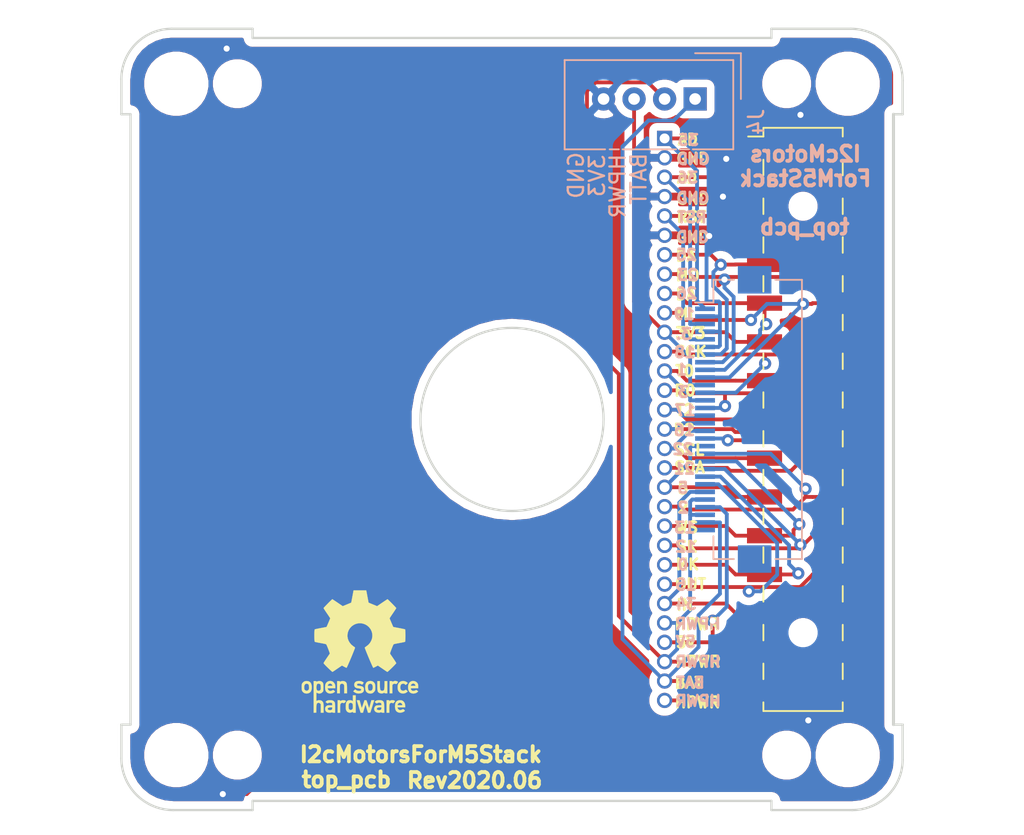
<source format=kicad_pcb>
(kicad_pcb (version 20171130) (host pcbnew 5.1.6-c6e7f7d~86~ubuntu18.04.1)

  (general
    (thickness 1.6)
    (drawings 74)
    (tracks 322)
    (zones 0)
    (modules 17)
    (nets 27)
  )

  (page A4)
  (layers
    (0 F.Cu signal)
    (31 B.Cu signal)
    (32 B.Adhes user)
    (33 F.Adhes user)
    (34 B.Paste user)
    (35 F.Paste user)
    (36 B.SilkS user)
    (37 F.SilkS user)
    (38 B.Mask user)
    (39 F.Mask user)
    (40 Dwgs.User user)
    (41 Cmts.User user)
    (42 Eco1.User user)
    (43 Eco2.User user)
    (44 Edge.Cuts user)
    (45 Margin user)
    (46 B.CrtYd user)
    (47 F.CrtYd user)
    (48 B.Fab user)
    (49 F.Fab user)
  )

  (setup
    (last_trace_width 0.25)
    (trace_clearance 0.2)
    (zone_clearance 0.508)
    (zone_45_only no)
    (trace_min 0.2)
    (via_size 0.8)
    (via_drill 0.4)
    (via_min_size 0.4)
    (via_min_drill 0.3)
    (uvia_size 0.3)
    (uvia_drill 0.1)
    (uvias_allowed no)
    (uvia_min_size 0.2)
    (uvia_min_drill 0.1)
    (edge_width 0.15)
    (segment_width 0.2)
    (pcb_text_width 0.3)
    (pcb_text_size 1.5 1.5)
    (mod_edge_width 0.15)
    (mod_text_size 1 1)
    (mod_text_width 0.15)
    (pad_size 3.15 1)
    (pad_drill 0)
    (pad_to_mask_clearance 0.2)
    (solder_mask_min_width 0.25)
    (aux_axis_origin 98.2472 62.5348)
    (grid_origin 98.3488 62.4332)
    (visible_elements FFFFFF7F)
    (pcbplotparams
      (layerselection 0x010fc_ffffffff)
      (usegerberextensions false)
      (usegerberattributes false)
      (usegerberadvancedattributes false)
      (creategerberjobfile false)
      (excludeedgelayer true)
      (linewidth 0.100000)
      (plotframeref false)
      (viasonmask false)
      (mode 1)
      (useauxorigin false)
      (hpglpennumber 1)
      (hpglpenspeed 20)
      (hpglpendiameter 15.000000)
      (psnegative false)
      (psa4output false)
      (plotreference true)
      (plotvalue true)
      (plotinvisibletext false)
      (padsonsilk false)
      (subtractmaskfromsilk false)
      (outputformat 1)
      (mirror false)
      (drillshape 0)
      (scaleselection 1)
      (outputdirectory "gerbers"))
  )

  (net 0 "")
  (net 1 GND)
  (net 2 G23)
  (net 3 G19)
  (net 4 G18)
  (net 5 G3)
  (net 6 G16)
  (net 7 G21)
  (net 8 G2)
  (net 9 G12)
  (net 10 G15)
  (net 11 HPWR)
  (net 12 +BATT)
  (net 13 +5V)
  (net 14 G34)
  (net 15 G0)
  (net 16 G13)
  (net 17 G5)
  (net 18 G22)
  (net 19 G17)
  (net 20 G1)
  (net 21 G26)
  (net 22 G25)
  (net 23 RST)
  (net 24 G36)
  (net 25 G35)
  (net 26 +3V3)

  (net_class Default "これは標準のネット クラスです。"
    (clearance 0.2)
    (trace_width 0.25)
    (via_dia 0.8)
    (via_drill 0.4)
    (uvia_dia 0.3)
    (uvia_drill 0.1)
    (add_net +3V3)
    (add_net +5V)
    (add_net +BATT)
    (add_net G0)
    (add_net G1)
    (add_net G12)
    (add_net G13)
    (add_net G15)
    (add_net G16)
    (add_net G17)
    (add_net G18)
    (add_net G19)
    (add_net G2)
    (add_net G21)
    (add_net G22)
    (add_net G23)
    (add_net G25)
    (add_net G26)
    (add_net G3)
    (add_net G34)
    (add_net G35)
    (add_net G36)
    (add_net G5)
    (add_net GND)
    (add_net HPWR)
    (add_net RST)
  )

  (module Connector:NS-Tech_Grove_1x04_P2mm_Vertical (layer B.Cu) (tedit 5A2A5779) (tstamp 5EAE5AE1)
    (at 137 54 90)
    (descr https://statics3.seeedstudio.com/images/opl/datasheet/3470130P1.pdf)
    (tags Grove-1x04)
    (path /5EAE0F2B)
    (fp_text reference J4 (at -1.5 4 270) (layer B.SilkS)
      (effects (font (size 1 1) (thickness 0.15)) (justify mirror))
    )
    (fp_text value Conn_01x04 (at 4.19 -2.83) (layer B.Fab)
      (effects (font (size 1 1) (thickness 0.15)) (justify mirror))
    )
    (fp_line (start 0.9 0) (end 2.2 -1) (layer B.Fab) (width 0.1))
    (fp_line (start 2.2 1) (end 0.9 0) (layer B.Fab) (width 0.1))
    (fp_line (start 3 3) (end 3 0) (layer B.SilkS) (width 0.12))
    (fp_line (start 0 3) (end 3 3) (layer B.SilkS) (width 0.12))
    (fp_line (start -3.45 2.65) (end -3.45 -8.7) (layer B.CrtYd) (width 0.05))
    (fp_line (start -3.45 -8.7) (end 2.7 -8.7) (layer B.CrtYd) (width 0.05))
    (fp_line (start 2.7 -8.7) (end 2.7 2.65) (layer B.CrtYd) (width 0.05))
    (fp_line (start -3.45 2.65) (end 2.7 2.65) (layer B.CrtYd) (width 0.05))
    (fp_line (start -3.3 -5) (end -3.3 -5.6) (layer B.SilkS) (width 0.12))
    (fp_line (start -3.3 -0.4) (end -3.3 -1) (layer B.SilkS) (width 0.12))
    (fp_line (start 2.55 2.5) (end 2.55 -8.55) (layer B.SilkS) (width 0.12))
    (fp_line (start -3.3 2.5) (end 2.55 2.5) (layer B.SilkS) (width 0.12))
    (fp_line (start -3.3 -1.25) (end -3.3 -4.75) (layer B.SilkS) (width 0.12))
    (fp_line (start -3.3 -8.55) (end 2.55 -8.55) (layer B.SilkS) (width 0.12))
    (fp_line (start -3.3 2.5) (end -3.3 -0.15) (layer B.SilkS) (width 0.12))
    (fp_line (start -3.3 -5.9) (end -3.3 -8.55) (layer B.SilkS) (width 0.12))
    (fp_line (start -2.9 2.1) (end 2.2 2.1) (layer B.Fab) (width 0.1))
    (fp_line (start 2.2 2.1) (end 2.2 -8.1) (layer B.Fab) (width 0.1))
    (fp_line (start 2.2 -8.1) (end -2.9 -8.1) (layer B.Fab) (width 0.1))
    (fp_line (start -2.9 -8.1) (end -2.9 2.1) (layer B.Fab) (width 0.1))
    (fp_text user %R (at -2 -2) (layer B.Fab)
      (effects (font (size 1 1) (thickness 0.15)) (justify mirror))
    )
    (pad 4 thru_hole circle (at 0 -6 90) (size 1.524 1.524) (drill 0.762) (layers *.Cu *.Mask)
      (net 1 GND))
    (pad 3 thru_hole circle (at 0 -4 90) (size 1.524 1.524) (drill 0.762) (layers *.Cu *.Mask)
      (net 26 +3V3))
    (pad 2 thru_hole circle (at 0 -2 90) (size 1.524 1.524) (drill 0.762) (layers *.Cu *.Mask)
      (net 11 HPWR))
    (pad 1 thru_hole rect (at 0 0 90) (size 1.524 1.524) (drill 0.762) (layers *.Cu *.Mask)
      (net 12 +BATT))
    (model ${KISYS3DMOD}/Connector.3dshapes/NS-Tech_Grove_1x04_P2mm_Vertical.wrl
      (at (xyz 0 0 0))
      (scale (xyz 0.3937 0.3937 0.3937))
      (rotate (xyz 0 0 -90))
    )
  )

  (module footprints:PinHeader_2x15_P2.54mm_Vertical_SMD_for_M5Stack (layer F.Cu) (tedit 5D28220B) (tstamp 5CE4B554)
    (at 144.074 75)
    (descr "surface-mounted straight pin header, 2x15, 2.54mm pitch, double rows")
    (tags "Surface mounted pin header SMD 2x15 2.54mm double row")
    (path /5B24BDE7)
    (attr smd)
    (fp_text reference J2 (at 0 -20.11) (layer F.SilkS) hide
      (effects (font (size 1 1) (thickness 0.15)))
    )
    (fp_text value header (at 0 20.11) (layer F.Fab)
      (effects (font (size 1 1) (thickness 0.15)))
    )
    (fp_line (start 5.9 -19.6) (end -5.9 -19.6) (layer F.CrtYd) (width 0.05))
    (fp_line (start 5.9 19.6) (end 5.9 -19.6) (layer F.CrtYd) (width 0.05))
    (fp_line (start -5.9 19.6) (end 5.9 19.6) (layer F.CrtYd) (width 0.05))
    (fp_line (start -5.9 -19.6) (end -5.9 19.6) (layer F.CrtYd) (width 0.05))
    (fp_line (start 2.6 16) (end 2.6 17.02) (layer F.SilkS) (width 0.12))
    (fp_line (start -2.6 16) (end -2.6 17.02) (layer F.SilkS) (width 0.12))
    (fp_line (start 2.6 13.46) (end 2.6 14.48) (layer F.SilkS) (width 0.12))
    (fp_line (start -2.6 13.46) (end -2.6 14.48) (layer F.SilkS) (width 0.12))
    (fp_line (start 2.6 10.92) (end 2.6 11.94) (layer F.SilkS) (width 0.12))
    (fp_line (start -2.6 10.92) (end -2.6 11.94) (layer F.SilkS) (width 0.12))
    (fp_line (start 2.6 8.38) (end 2.6 9.4) (layer F.SilkS) (width 0.12))
    (fp_line (start -2.6 8.38) (end -2.6 9.4) (layer F.SilkS) (width 0.12))
    (fp_line (start 2.6 5.84) (end 2.6 6.86) (layer F.SilkS) (width 0.12))
    (fp_line (start -2.6 5.84) (end -2.6 6.86) (layer F.SilkS) (width 0.12))
    (fp_line (start 2.6 3.3) (end 2.6 4.32) (layer F.SilkS) (width 0.12))
    (fp_line (start -2.6 3.3) (end -2.6 4.32) (layer F.SilkS) (width 0.12))
    (fp_line (start 2.6 0.76) (end 2.6 1.78) (layer F.SilkS) (width 0.12))
    (fp_line (start -2.6 0.76) (end -2.6 1.78) (layer F.SilkS) (width 0.12))
    (fp_line (start 2.6 -1.78) (end 2.6 -0.76) (layer F.SilkS) (width 0.12))
    (fp_line (start -2.6 -1.78) (end -2.6 -0.76) (layer F.SilkS) (width 0.12))
    (fp_line (start 2.6 -4.32) (end 2.6 -3.3) (layer F.SilkS) (width 0.12))
    (fp_line (start -2.6 -4.32) (end -2.6 -3.3) (layer F.SilkS) (width 0.12))
    (fp_line (start 2.6 -6.86) (end 2.6 -5.84) (layer F.SilkS) (width 0.12))
    (fp_line (start -2.6 -6.86) (end -2.6 -5.84) (layer F.SilkS) (width 0.12))
    (fp_line (start 2.6 -9.4) (end 2.6 -8.38) (layer F.SilkS) (width 0.12))
    (fp_line (start -2.6 -9.4) (end -2.6 -8.38) (layer F.SilkS) (width 0.12))
    (fp_line (start 2.6 -11.94) (end 2.6 -10.92) (layer F.SilkS) (width 0.12))
    (fp_line (start -2.6 -11.94) (end -2.6 -10.92) (layer F.SilkS) (width 0.12))
    (fp_line (start 2.6 -14.48) (end 2.6 -13.46) (layer F.SilkS) (width 0.12))
    (fp_line (start -2.6 -14.48) (end -2.6 -13.46) (layer F.SilkS) (width 0.12))
    (fp_line (start 2.6 -17.02) (end 2.6 -16) (layer F.SilkS) (width 0.12))
    (fp_line (start -2.6 -17.02) (end -2.6 -16) (layer F.SilkS) (width 0.12))
    (fp_line (start 2.6 18.54) (end 2.6 19.11) (layer F.SilkS) (width 0.12))
    (fp_line (start -2.6 18.54) (end -2.6 19.11) (layer F.SilkS) (width 0.12))
    (fp_line (start 2.6 -19.11) (end 2.6 -18.54) (layer F.SilkS) (width 0.12))
    (fp_line (start -2.6 -19.11) (end -2.6 -18.54) (layer F.SilkS) (width 0.12))
    (fp_line (start -3.6 -18.54) (end -2.6 -18.54) (layer F.SilkS) (width 0.12))
    (fp_line (start -2.6 19.11) (end 2.6 19.11) (layer F.SilkS) (width 0.12))
    (fp_line (start -2.6 -19.11) (end 2.6 -19.11) (layer F.SilkS) (width 0.12))
    (fp_line (start 3.6 18.1) (end 2.54 18.1) (layer F.Fab) (width 0.1))
    (fp_line (start 3.6 17.46) (end 3.6 18.1) (layer F.Fab) (width 0.1))
    (fp_line (start 2.54 17.46) (end 3.6 17.46) (layer F.Fab) (width 0.1))
    (fp_line (start -3.6 18.1) (end -2.54 18.1) (layer F.Fab) (width 0.1))
    (fp_line (start -3.6 17.46) (end -3.6 18.1) (layer F.Fab) (width 0.1))
    (fp_line (start -2.54 17.46) (end -3.6 17.46) (layer F.Fab) (width 0.1))
    (fp_line (start 3.6 15.56) (end 2.54 15.56) (layer F.Fab) (width 0.1))
    (fp_line (start 3.6 14.92) (end 3.6 15.56) (layer F.Fab) (width 0.1))
    (fp_line (start 2.54 14.92) (end 3.6 14.92) (layer F.Fab) (width 0.1))
    (fp_line (start -3.6 15.56) (end -2.54 15.56) (layer F.Fab) (width 0.1))
    (fp_line (start -3.6 14.92) (end -3.6 15.56) (layer F.Fab) (width 0.1))
    (fp_line (start -2.54 14.92) (end -3.6 14.92) (layer F.Fab) (width 0.1))
    (fp_line (start 3.6 13.02) (end 2.54 13.02) (layer F.Fab) (width 0.1))
    (fp_line (start 3.6 12.38) (end 3.6 13.02) (layer F.Fab) (width 0.1))
    (fp_line (start 2.54 12.38) (end 3.6 12.38) (layer F.Fab) (width 0.1))
    (fp_line (start -3.6 13.02) (end -2.54 13.02) (layer F.Fab) (width 0.1))
    (fp_line (start -3.6 12.38) (end -3.6 13.02) (layer F.Fab) (width 0.1))
    (fp_line (start -2.54 12.38) (end -3.6 12.38) (layer F.Fab) (width 0.1))
    (fp_line (start 3.6 10.48) (end 2.54 10.48) (layer F.Fab) (width 0.1))
    (fp_line (start 3.6 9.84) (end 3.6 10.48) (layer F.Fab) (width 0.1))
    (fp_line (start 2.54 9.84) (end 3.6 9.84) (layer F.Fab) (width 0.1))
    (fp_line (start -3.6 10.48) (end -2.54 10.48) (layer F.Fab) (width 0.1))
    (fp_line (start -3.6 9.84) (end -3.6 10.48) (layer F.Fab) (width 0.1))
    (fp_line (start -2.54 9.84) (end -3.6 9.84) (layer F.Fab) (width 0.1))
    (fp_line (start 3.6 7.94) (end 2.54 7.94) (layer F.Fab) (width 0.1))
    (fp_line (start 3.6 7.3) (end 3.6 7.94) (layer F.Fab) (width 0.1))
    (fp_line (start 2.54 7.3) (end 3.6 7.3) (layer F.Fab) (width 0.1))
    (fp_line (start -3.6 7.94) (end -2.54 7.94) (layer F.Fab) (width 0.1))
    (fp_line (start -3.6 7.3) (end -3.6 7.94) (layer F.Fab) (width 0.1))
    (fp_line (start -2.54 7.3) (end -3.6 7.3) (layer F.Fab) (width 0.1))
    (fp_line (start 3.6 5.4) (end 2.54 5.4) (layer F.Fab) (width 0.1))
    (fp_line (start 3.6 4.76) (end 3.6 5.4) (layer F.Fab) (width 0.1))
    (fp_line (start 2.54 4.76) (end 3.6 4.76) (layer F.Fab) (width 0.1))
    (fp_line (start -3.6 5.4) (end -2.54 5.4) (layer F.Fab) (width 0.1))
    (fp_line (start -3.6 4.76) (end -3.6 5.4) (layer F.Fab) (width 0.1))
    (fp_line (start -2.54 4.76) (end -3.6 4.76) (layer F.Fab) (width 0.1))
    (fp_line (start 3.6 2.86) (end 2.54 2.86) (layer F.Fab) (width 0.1))
    (fp_line (start 3.6 2.22) (end 3.6 2.86) (layer F.Fab) (width 0.1))
    (fp_line (start 2.54 2.22) (end 3.6 2.22) (layer F.Fab) (width 0.1))
    (fp_line (start -3.6 2.86) (end -2.54 2.86) (layer F.Fab) (width 0.1))
    (fp_line (start -3.6 2.22) (end -3.6 2.86) (layer F.Fab) (width 0.1))
    (fp_line (start -2.54 2.22) (end -3.6 2.22) (layer F.Fab) (width 0.1))
    (fp_line (start 3.6 0.32) (end 2.54 0.32) (layer F.Fab) (width 0.1))
    (fp_line (start 3.6 -0.32) (end 3.6 0.32) (layer F.Fab) (width 0.1))
    (fp_line (start 2.54 -0.32) (end 3.6 -0.32) (layer F.Fab) (width 0.1))
    (fp_line (start -3.6 0.32) (end -2.54 0.32) (layer F.Fab) (width 0.1))
    (fp_line (start -3.6 -0.32) (end -3.6 0.32) (layer F.Fab) (width 0.1))
    (fp_line (start -2.54 -0.32) (end -3.6 -0.32) (layer F.Fab) (width 0.1))
    (fp_line (start 3.6 -2.22) (end 2.54 -2.22) (layer F.Fab) (width 0.1))
    (fp_line (start 3.6 -2.86) (end 3.6 -2.22) (layer F.Fab) (width 0.1))
    (fp_line (start 2.54 -2.86) (end 3.6 -2.86) (layer F.Fab) (width 0.1))
    (fp_line (start -3.6 -2.22) (end -2.54 -2.22) (layer F.Fab) (width 0.1))
    (fp_line (start -3.6 -2.86) (end -3.6 -2.22) (layer F.Fab) (width 0.1))
    (fp_line (start -2.54 -2.86) (end -3.6 -2.86) (layer F.Fab) (width 0.1))
    (fp_line (start 3.6 -4.76) (end 2.54 -4.76) (layer F.Fab) (width 0.1))
    (fp_line (start 3.6 -5.4) (end 3.6 -4.76) (layer F.Fab) (width 0.1))
    (fp_line (start 2.54 -5.4) (end 3.6 -5.4) (layer F.Fab) (width 0.1))
    (fp_line (start -3.6 -4.76) (end -2.54 -4.76) (layer F.Fab) (width 0.1))
    (fp_line (start -3.6 -5.4) (end -3.6 -4.76) (layer F.Fab) (width 0.1))
    (fp_line (start -2.54 -5.4) (end -3.6 -5.4) (layer F.Fab) (width 0.1))
    (fp_line (start 3.6 -7.3) (end 2.54 -7.3) (layer F.Fab) (width 0.1))
    (fp_line (start 3.6 -7.94) (end 3.6 -7.3) (layer F.Fab) (width 0.1))
    (fp_line (start 2.54 -7.94) (end 3.6 -7.94) (layer F.Fab) (width 0.1))
    (fp_line (start -3.6 -7.3) (end -2.54 -7.3) (layer F.Fab) (width 0.1))
    (fp_line (start -3.6 -7.94) (end -3.6 -7.3) (layer F.Fab) (width 0.1))
    (fp_line (start -2.54 -7.94) (end -3.6 -7.94) (layer F.Fab) (width 0.1))
    (fp_line (start 3.6 -9.84) (end 2.54 -9.84) (layer F.Fab) (width 0.1))
    (fp_line (start 3.6 -10.48) (end 3.6 -9.84) (layer F.Fab) (width 0.1))
    (fp_line (start 2.54 -10.48) (end 3.6 -10.48) (layer F.Fab) (width 0.1))
    (fp_line (start -3.6 -9.84) (end -2.54 -9.84) (layer F.Fab) (width 0.1))
    (fp_line (start -3.6 -10.48) (end -3.6 -9.84) (layer F.Fab) (width 0.1))
    (fp_line (start -2.54 -10.48) (end -3.6 -10.48) (layer F.Fab) (width 0.1))
    (fp_line (start 3.6 -12.38) (end 2.54 -12.38) (layer F.Fab) (width 0.1))
    (fp_line (start 3.6 -13.02) (end 3.6 -12.38) (layer F.Fab) (width 0.1))
    (fp_line (start 2.54 -13.02) (end 3.6 -13.02) (layer F.Fab) (width 0.1))
    (fp_line (start -3.6 -12.38) (end -2.54 -12.38) (layer F.Fab) (width 0.1))
    (fp_line (start -3.6 -13.02) (end -3.6 -12.38) (layer F.Fab) (width 0.1))
    (fp_line (start -2.54 -13.02) (end -3.6 -13.02) (layer F.Fab) (width 0.1))
    (fp_line (start 3.6 -14.92) (end 2.54 -14.92) (layer F.Fab) (width 0.1))
    (fp_line (start 3.6 -15.56) (end 3.6 -14.92) (layer F.Fab) (width 0.1))
    (fp_line (start 2.54 -15.56) (end 3.6 -15.56) (layer F.Fab) (width 0.1))
    (fp_line (start -3.6 -14.92) (end -2.54 -14.92) (layer F.Fab) (width 0.1))
    (fp_line (start -3.6 -15.56) (end -3.6 -14.92) (layer F.Fab) (width 0.1))
    (fp_line (start -2.54 -15.56) (end -3.6 -15.56) (layer F.Fab) (width 0.1))
    (fp_line (start 3.6 -17.46) (end 2.54 -17.46) (layer F.Fab) (width 0.1))
    (fp_line (start 3.6 -18.1) (end 3.6 -17.46) (layer F.Fab) (width 0.1))
    (fp_line (start 2.54 -18.1) (end 3.6 -18.1) (layer F.Fab) (width 0.1))
    (fp_line (start -3.6 -17.46) (end -2.54 -17.46) (layer F.Fab) (width 0.1))
    (fp_line (start -3.6 -18.1) (end -3.6 -17.46) (layer F.Fab) (width 0.1))
    (fp_line (start -2.54 -18.1) (end -3.6 -18.1) (layer F.Fab) (width 0.1))
    (fp_line (start 2.54 -19.05) (end 2.54 19.05) (layer F.Fab) (width 0.1))
    (fp_line (start -2.54 -18.1) (end -1.59 -19.05) (layer F.Fab) (width 0.1))
    (fp_line (start -2.54 19.05) (end -2.54 -18.1) (layer F.Fab) (width 0.1))
    (fp_line (start -1.59 -19.05) (end 2.54 -19.05) (layer F.Fab) (width 0.1))
    (fp_line (start 2.54 19.05) (end -2.54 19.05) (layer F.Fab) (width 0.1))
    (fp_text user %R (at 0 0 90) (layer F.Fab)
      (effects (font (size 1 1) (thickness 0.15)))
    )
    (pad 1 smd rect (at -2.525 -17.78) (size 2.3 1) (layers F.Cu F.Paste F.Mask)
      (net 25 G35))
    (pad 2 smd rect (at 2.525 -17.78) (size 2.3 1) (layers F.Cu F.Paste F.Mask)
      (net 1 GND))
    (pad 3 smd rect (at -2.525 -15.24) (size 2.3 1) (layers F.Cu F.Paste F.Mask)
      (net 24 G36))
    (pad 4 smd rect (at 2.525 -15.24) (size 2.3 1) (layers F.Cu F.Paste F.Mask)
      (net 1 GND))
    (pad 5 smd rect (at -2.525 -12.7) (size 2.3 1) (layers F.Cu F.Paste F.Mask)
      (net 23 RST))
    (pad 6 smd rect (at 2.525 -12.7) (size 2.3 1) (layers F.Cu F.Paste F.Mask)
      (net 1 GND))
    (pad 7 smd rect (at -2.525 -10.16) (size 2.3 1) (layers F.Cu F.Paste F.Mask)
      (net 22 G25))
    (pad 8 smd rect (at 2.525 -10.16) (size 2.3 1) (layers F.Cu F.Paste F.Mask)
      (net 2 G23))
    (pad 9 smd rect (at -2.525 -7.62) (size 2.3 1) (layers F.Cu F.Paste F.Mask)
      (net 21 G26))
    (pad 10 smd rect (at 2.525 -7.62) (size 2.3 1) (layers F.Cu F.Paste F.Mask)
      (net 3 G19))
    (pad 11 smd rect (at -2.525 -5.08) (size 2.3 1) (layers F.Cu F.Paste F.Mask)
      (net 26 +3V3))
    (pad 12 smd rect (at 2.525 -5.08) (size 2.3 1) (layers F.Cu F.Paste F.Mask)
      (net 4 G18))
    (pad 13 smd rect (at -2.525 -2.54) (size 2.3 1) (layers F.Cu F.Paste F.Mask)
      (net 20 G1))
    (pad 14 smd rect (at 2.525 -2.54) (size 2.3 1) (layers F.Cu F.Paste F.Mask)
      (net 5 G3))
    (pad 15 smd rect (at -2.525 0) (size 2.3 1) (layers F.Cu F.Paste F.Mask)
      (net 19 G17))
    (pad 16 smd rect (at 2.525 0) (size 2.3 1) (layers F.Cu F.Paste F.Mask)
      (net 6 G16))
    (pad 17 smd rect (at -2.525 2.54) (size 2.3 1) (layers F.Cu F.Paste F.Mask)
      (net 18 G22))
    (pad 18 smd rect (at 2.525 2.54) (size 2.3 1) (layers F.Cu F.Paste F.Mask)
      (net 7 G21))
    (pad 19 smd rect (at -2.525 5.08) (size 2.3 1) (layers F.Cu F.Paste F.Mask)
      (net 17 G5))
    (pad 20 smd rect (at 2.525 5.08) (size 2.3 1) (layers F.Cu F.Paste F.Mask)
      (net 8 G2))
    (pad 21 smd rect (at -2.525 7.62) (size 2.3 1) (layers F.Cu F.Paste F.Mask)
      (net 16 G13))
    (pad 22 smd rect (at 2.525 7.62) (size 2.3 1) (layers F.Cu F.Paste F.Mask)
      (net 9 G12))
    (pad 23 smd rect (at -2.525 10.16) (size 2.3 1) (layers F.Cu F.Paste F.Mask)
      (net 15 G0))
    (pad 24 smd rect (at 2.525 10.16) (size 2.3 1) (layers F.Cu F.Paste F.Mask)
      (net 10 G15))
    (pad 25 smd rect (at -2.525 12.7) (size 2.3 1) (layers F.Cu F.Paste F.Mask)
      (net 14 G34))
    (pad 26 smd rect (at 2.525 12.7) (size 2.3 1) (layers F.Cu F.Paste F.Mask)
      (net 11 HPWR))
    (pad 27 smd rect (at -2.525 15.24) (size 2.3 1) (layers F.Cu F.Paste F.Mask)
      (net 13 +5V))
    (pad 28 smd rect (at 2.525 15.24) (size 2.3 1) (layers F.Cu F.Paste F.Mask)
      (net 11 HPWR))
    (pad 29 smd rect (at -2.525 17.78) (size 2.3 1) (layers F.Cu F.Paste F.Mask)
      (net 12 +BATT))
    (pad 30 smd rect (at 2.525 17.78) (size 2.3 1) (layers F.Cu F.Paste F.Mask)
      (net 11 HPWR))
    (pad "" np_thru_hole circle (at 0 -13.97) (size 0.9 0.9) (drill 0.9) (layers *.Cu *.Mask))
    (pad "" np_thru_hole circle (at 0 13.97) (size 0.9 0.9) (drill 0.9) (layers *.Cu *.Mask))
    (model ${KISYS3DMOD}/Connector_PinHeader_2.54mm.3dshapes/PinHeader_2x15_P2.54mm_Vertical_SMD.wrl
      (at (xyz 0 0 0))
      (scale (xyz 1 1 1))
      (rotate (xyz 0 0 0))
    )
  )

  (module footprints:corner_edge1 (layer F.Cu) (tedit 5D0EE948) (tstamp 5D0F3304)
    (at 100 100 180)
    (fp_text reference corner4 (at -3.9243 -2.4765) (layer F.SilkS) hide
      (effects (font (size 1 1) (thickness 0.15)))
    )
    (fp_text value corner_edge1 (at -3.429 -1.4224) (layer F.Fab)
      (effects (font (size 1 1) (thickness 0.15)))
    )
    (fp_line (start -8 0) (end -8 -0.6) (layer Edge.Cuts) (width 0.15))
    (fp_line (start -8 -0.6) (end -2.8 -0.6) (layer Edge.Cuts) (width 0.15))
    (fp_line (start 0.6 2.8) (end 0.6 5) (layer Edge.Cuts) (width 0.15))
    (fp_line (start 0.6 5) (end 0 5) (layer Edge.Cuts) (width 0.15))
    (fp_arc (start -2.8 2.8) (end 0.6 2.8) (angle -90) (layer Edge.Cuts) (width 0.15))
  )

  (module footprints:corner_edge1 (layer F.Cu) (tedit 5D0EE948) (tstamp 5D0F2FD0)
    (at 150 50)
    (fp_text reference corner1 (at -0.4191 -2.6035) (layer F.SilkS) hide
      (effects (font (size 1 1) (thickness 0.15)))
    )
    (fp_text value corner_edge1 (at -0.0765 -1.6384) (layer F.Fab)
      (effects (font (size 1 1) (thickness 0.15)))
    )
    (fp_line (start -8 0) (end -8 -0.6) (layer Edge.Cuts) (width 0.15))
    (fp_line (start -8 -0.6) (end -2.8 -0.6) (layer Edge.Cuts) (width 0.15))
    (fp_line (start 0.6 2.8) (end 0.6 5) (layer Edge.Cuts) (width 0.15))
    (fp_line (start 0.6 5) (end 0 5) (layer Edge.Cuts) (width 0.15))
    (fp_arc (start -2.8 2.8) (end 0.6 2.8) (angle -90) (layer Edge.Cuts) (width 0.15))
  )

  (module footprints:corner_edge2 (layer F.Cu) (tedit 5D0F12B1) (tstamp 5D0F3291)
    (at 100 50)
    (fp_text reference corner3 (at -3.9243 -2.4765) (layer F.SilkS) hide
      (effects (font (size 1 1) (thickness 0.15)))
    )
    (fp_text value corner_edge2 (at -3.429 -1.4224) (layer F.Fab)
      (effects (font (size 1 1) (thickness 0.15)))
    )
    (fp_line (start 8 0) (end 8 -0.6) (layer Edge.Cuts) (width 0.15))
    (fp_line (start 8 -0.6) (end 2.7 -0.6) (layer Edge.Cuts) (width 0.15))
    (fp_line (start -0.6 2.7) (end -0.6 5) (layer Edge.Cuts) (width 0.15))
    (fp_line (start -0.6 5) (end 0 5) (layer Edge.Cuts) (width 0.15))
    (fp_arc (start 2.7 2.7) (end -0.6 2.7) (angle 90) (layer Edge.Cuts) (width 0.15))
  )

  (module footprints:corner_edge2 (layer F.Cu) (tedit 5D0F12B1) (tstamp 5D0F31A6)
    (at 150 100 180)
    (fp_text reference corner2 (at -3.9243 -2.4765) (layer F.SilkS) hide
      (effects (font (size 1 1) (thickness 0.15)))
    )
    (fp_text value corner_edge2 (at -3.429 -1.4224) (layer F.Fab)
      (effects (font (size 1 1) (thickness 0.15)))
    )
    (fp_line (start 8 0) (end 8 -0.6) (layer Edge.Cuts) (width 0.15))
    (fp_line (start 8 -0.6) (end 2.7 -0.6) (layer Edge.Cuts) (width 0.15))
    (fp_line (start -0.6 2.7) (end -0.6 5) (layer Edge.Cuts) (width 0.15))
    (fp_line (start -0.6 5) (end 0 5) (layer Edge.Cuts) (width 0.15))
    (fp_arc (start 2.7 2.7) (end -0.6 2.7) (angle 90) (layer Edge.Cuts) (width 0.15))
  )

  (module Symbol:OSHW-Logo_7.5x8mm_SilkScreen (layer F.Cu) (tedit 5CD7AE16) (tstamp 5CFC0EBB)
    (at 115.0238 90.2082)
    (descr "Open Source Hardware Logo")
    (tags "Logo OSHW")
    (attr virtual)
    (fp_text reference OSHWREF2 (at 0 0 180) (layer F.SilkS) hide
      (effects (font (size 1 1) (thickness 0.15)))
    )
    (fp_text value OSHW-Logo_7.5x8mm_SilkScreen (at 0.75 0 180) (layer F.Fab) hide
      (effects (font (size 1 1) (thickness 0.15)))
    )
    (fp_poly (pts (xy 0.500964 -3.601424) (xy 0.576513 -3.200678) (xy 1.134041 -2.970846) (xy 1.468465 -3.198252)
      (xy 1.562122 -3.261569) (xy 1.646782 -3.318104) (xy 1.718495 -3.365273) (xy 1.773311 -3.400498)
      (xy 1.80728 -3.421195) (xy 1.81653 -3.425658) (xy 1.833195 -3.41418) (xy 1.868806 -3.382449)
      (xy 1.919371 -3.334517) (xy 1.9809 -3.274438) (xy 2.049399 -3.206267) (xy 2.120879 -3.134055)
      (xy 2.191347 -3.061858) (xy 2.256811 -2.993727) (xy 2.31328 -2.933717) (xy 2.356763 -2.885881)
      (xy 2.383268 -2.854273) (xy 2.389605 -2.843695) (xy 2.380486 -2.824194) (xy 2.35492 -2.781469)
      (xy 2.315597 -2.719702) (xy 2.265203 -2.643069) (xy 2.206427 -2.555752) (xy 2.172368 -2.505948)
      (xy 2.110289 -2.415007) (xy 2.055126 -2.332941) (xy 2.009554 -2.263837) (xy 1.97625 -2.211778)
      (xy 1.95789 -2.18085) (xy 1.955131 -2.17435) (xy 1.961385 -2.155879) (xy 1.978434 -2.112828)
      (xy 2.003703 -2.051251) (xy 2.034622 -1.977201) (xy 2.068618 -1.89673) (xy 2.103118 -1.815893)
      (xy 2.135551 -1.740742) (xy 2.163343 -1.677329) (xy 2.183923 -1.631707) (xy 2.194719 -1.609931)
      (xy 2.195356 -1.609074) (xy 2.212307 -1.604916) (xy 2.257451 -1.595639) (xy 2.32611 -1.582156)
      (xy 2.413602 -1.565379) (xy 2.51525 -1.546219) (xy 2.574556 -1.53517) (xy 2.683172 -1.51449)
      (xy 2.781277 -1.494811) (xy 2.863909 -1.477211) (xy 2.926104 -1.462767) (xy 2.962899 -1.452554)
      (xy 2.970296 -1.449314) (xy 2.97754 -1.427383) (xy 2.983385 -1.377853) (xy 2.987835 -1.306515)
      (xy 2.990893 -1.219161) (xy 2.992565 -1.121583) (xy 2.992853 -1.019574) (xy 2.991761 -0.918925)
      (xy 2.989294 -0.825428) (xy 2.985456 -0.744875) (xy 2.98025 -0.683058) (xy 2.973681 -0.64577)
      (xy 2.969741 -0.638007) (xy 2.946188 -0.628702) (xy 2.896282 -0.6154) (xy 2.826623 -0.599663)
      (xy 2.743813 -0.583054) (xy 2.714905 -0.577681) (xy 2.575531 -0.552152) (xy 2.465436 -0.531592)
      (xy 2.380982 -0.515185) (xy 2.31853 -0.502113) (xy 2.274444 -0.491559) (xy 2.245085 -0.482706)
      (xy 2.226815 -0.474737) (xy 2.215998 -0.466835) (xy 2.214485 -0.465273) (xy 2.199377 -0.440114)
      (xy 2.176329 -0.39115) (xy 2.147644 -0.324379) (xy 2.115622 -0.245795) (xy 2.082565 -0.161393)
      (xy 2.050773 -0.07717) (xy 2.022549 0.000879) (xy 2.000193 0.066759) (xy 1.986007 0.114473)
      (xy 1.982293 0.138027) (xy 1.982602 0.138852) (xy 1.995189 0.158104) (xy 2.023744 0.200463)
      (xy 2.065267 0.261521) (xy 2.116756 0.336868) (xy 2.175211 0.422096) (xy 2.191858 0.446315)
      (xy 2.251215 0.534123) (xy 2.303447 0.614238) (xy 2.345708 0.682062) (xy 2.375153 0.732993)
      (xy 2.388937 0.762431) (xy 2.389605 0.766048) (xy 2.378024 0.785057) (xy 2.346024 0.822714)
      (xy 2.297718 0.874973) (xy 2.23722 0.937786) (xy 2.168644 1.007106) (xy 2.096104 1.078885)
      (xy 2.023712 1.149077) (xy 1.955584 1.213635) (xy 1.895832 1.26851) (xy 1.848571 1.309656)
      (xy 1.817913 1.333026) (xy 1.809432 1.336842) (xy 1.789691 1.327855) (xy 1.749274 1.303616)
      (xy 1.694763 1.268209) (xy 1.652823 1.239711) (xy 1.576829 1.187418) (xy 1.486834 1.125845)
      (xy 1.396564 1.06437) (xy 1.348032 1.031469) (xy 1.183762 0.920359) (xy 1.045869 0.994916)
      (xy 0.983049 1.027578) (xy 0.929629 1.052966) (xy 0.893484 1.067446) (xy 0.884284 1.06946)
      (xy 0.873221 1.054584) (xy 0.851394 1.012547) (xy 0.820434 0.947227) (xy 0.78197 0.8625)
      (xy 0.737632 0.762245) (xy 0.689047 0.650339) (xy 0.637846 0.530659) (xy 0.585659 0.407084)
      (xy 0.534113 0.283491) (xy 0.48484 0.163757) (xy 0.439467 0.051759) (xy 0.399625 -0.048623)
      (xy 0.366942 -0.133514) (xy 0.343049 -0.199035) (xy 0.329574 -0.24131) (xy 0.327406 -0.255828)
      (xy 0.344583 -0.274347) (xy 0.38219 -0.30441) (xy 0.432366 -0.339768) (xy 0.436578 -0.342566)
      (xy 0.566264 -0.446375) (xy 0.670834 -0.567485) (xy 0.749381 -0.702024) (xy 0.800999 -0.846118)
      (xy 0.824782 -0.995895) (xy 0.819823 -1.147483) (xy 0.785217 -1.297008) (xy 0.720057 -1.4406)
      (xy 0.700886 -1.472016) (xy 0.601174 -1.598875) (xy 0.483377 -1.700745) (xy 0.351571 -1.777096)
      (xy 0.209833 -1.827398) (xy 0.062242 -1.851121) (xy -0.087127 -1.847735) (xy -0.234197 -1.816712)
      (xy -0.374889 -1.75752) (xy -0.505127 -1.669631) (xy -0.545414 -1.633958) (xy -0.647945 -1.522294)
      (xy -0.722659 -1.404743) (xy -0.77391 -1.27298) (xy -0.802454 -1.142493) (xy -0.8095 -0.995784)
      (xy -0.786004 -0.848347) (xy -0.734351 -0.705166) (xy -0.656929 -0.571223) (xy -0.556125 -0.451502)
      (xy -0.434324 -0.350986) (xy -0.418316 -0.340391) (xy -0.367602 -0.305694) (xy -0.32905 -0.27563)
      (xy -0.310619 -0.256435) (xy -0.310351 -0.255828) (xy -0.314308 -0.235064) (xy -0.329993 -0.187938)
      (xy -0.355778 -0.118327) (xy -0.390031 -0.030107) (xy -0.431123 0.072844) (xy -0.477424 0.18665)
      (xy -0.527304 0.307435) (xy -0.579133 0.431321) (xy -0.631281 0.554432) (xy -0.682118 0.672891)
      (xy -0.730013 0.782823) (xy -0.773338 0.880349) (xy -0.810462 0.961593) (xy -0.839756 1.022679)
      (xy -0.859588 1.05973) (xy -0.867574 1.06946) (xy -0.891979 1.061883) (xy -0.937642 1.04156)
      (xy -0.99669 1.012125) (xy -1.02916 0.994916) (xy -1.167053 0.920359) (xy -1.331323 1.031469)
      (xy -1.415179 1.08839) (xy -1.506987 1.15103) (xy -1.59302 1.210011) (xy -1.636113 1.239711)
      (xy -1.696723 1.28041) (xy -1.748045 1.312663) (xy -1.783385 1.332384) (xy -1.794863 1.336554)
      (xy -1.81157 1.325307) (xy -1.848546 1.293911) (xy -1.902205 1.245624) (xy -1.968962 1.183708)
      (xy -2.045234 1.111421) (xy -2.093473 1.065008) (xy -2.177867 0.982087) (xy -2.250803 0.90792)
      (xy -2.309331 0.84568) (xy -2.350503 0.798541) (xy -2.371372 0.769673) (xy -2.373374 0.763815)
      (xy -2.364083 0.741532) (xy -2.338409 0.696477) (xy -2.2992 0.633211) (xy -2.249303 0.556295)
      (xy -2.191567 0.470292) (xy -2.175149 0.446315) (xy -2.115323 0.35917) (xy -2.06165 0.28071)
      (xy -2.01713 0.215345) (xy -1.984765 0.167484) (xy -1.967555 0.141535) (xy -1.965893 0.138852)
      (xy -1.968379 0.118172) (xy -1.981577 0.072704) (xy -2.003186 0.008444) (xy -2.030904 -0.068613)
      (xy -2.06243 -0.152471) (xy -2.095463 -0.237134) (xy -2.127701 -0.316608) (xy -2.156843 -0.384896)
      (xy -2.180588 -0.436003) (xy -2.196635 -0.463933) (xy -2.197775 -0.465273) (xy -2.207588 -0.473255)
      (xy -2.224161 -0.481149) (xy -2.251132 -0.489771) (xy -2.292139 -0.499938) (xy -2.35082 -0.512469)
      (xy -2.430813 -0.528179) (xy -2.535755 -0.547887) (xy -2.669285 -0.572408) (xy -2.698196 -0.577681)
      (xy -2.783882 -0.594236) (xy -2.858582 -0.610431) (xy -2.915694 -0.624704) (xy -2.948617 -0.635492)
      (xy -2.953031 -0.638007) (xy -2.960306 -0.660304) (xy -2.966219 -0.710131) (xy -2.970766 -0.781696)
      (xy -2.973945 -0.869207) (xy -2.975749 -0.966872) (xy -2.976177 -1.068899) (xy -2.975223 -1.169497)
      (xy -2.972884 -1.262873) (xy -2.969156 -1.343235) (xy -2.964034 -1.404791) (xy -2.957516 -1.44175)
      (xy -2.953586 -1.449314) (xy -2.931708 -1.456944) (xy -2.881891 -1.469358) (xy -2.809097 -1.485478)
      (xy -2.718289 -1.504227) (xy -2.614431 -1.524529) (xy -2.557846 -1.53517) (xy -2.450486 -1.55524)
      (xy -2.354746 -1.57342) (xy -2.275306 -1.588801) (xy -2.216846 -1.600469) (xy -2.184045 -1.607512)
      (xy -2.178646 -1.609074) (xy -2.169522 -1.626678) (xy -2.150235 -1.669082) (xy -2.123355 -1.730228)
      (xy -2.091454 -1.804057) (xy -2.057102 -1.884511) (xy -2.022871 -1.965532) (xy -1.991331 -2.041063)
      (xy -1.965054 -2.105045) (xy -1.946611 -2.15142) (xy -1.938571 -2.174131) (xy -1.938422 -2.175124)
      (xy -1.947535 -2.193039) (xy -1.973086 -2.234267) (xy -2.012388 -2.294709) (xy -2.062757 -2.370269)
      (xy -2.121506 -2.456848) (xy -2.155658 -2.506579) (xy -2.21789 -2.597764) (xy -2.273164 -2.680551)
      (xy -2.318782 -2.750751) (xy -2.352048 -2.804176) (xy -2.370264 -2.836639) (xy -2.372895 -2.843917)
      (xy -2.361586 -2.860855) (xy -2.330319 -2.897022) (xy -2.28309 -2.948365) (xy -2.223892 -3.010833)
      (xy -2.156719 -3.080374) (xy -2.085566 -3.152935) (xy -2.014426 -3.224465) (xy -1.947293 -3.290913)
      (xy -1.888161 -3.348226) (xy -1.841025 -3.392353) (xy -1.809877 -3.419241) (xy -1.799457 -3.425658)
      (xy -1.782491 -3.416635) (xy -1.741911 -3.391285) (xy -1.681663 -3.35219) (xy -1.605693 -3.301929)
      (xy -1.517946 -3.243083) (xy -1.451756 -3.198252) (xy -1.117332 -2.970846) (xy -0.838567 -3.085762)
      (xy -0.559803 -3.200678) (xy -0.484254 -3.601424) (xy -0.408706 -4.002171) (xy 0.425415 -4.002171)
      (xy 0.500964 -3.601424)) (layer F.SilkS) (width 0.01))
    (fp_poly (pts (xy 2.391388 1.937645) (xy 2.448865 1.955206) (xy 2.485872 1.977395) (xy 2.497927 1.994942)
      (xy 2.494609 2.015742) (xy 2.473079 2.048419) (xy 2.454874 2.071562) (xy 2.417344 2.113402)
      (xy 2.389148 2.131005) (xy 2.365111 2.129856) (xy 2.293808 2.11171) (xy 2.241442 2.112534)
      (xy 2.198918 2.133098) (xy 2.184642 2.145134) (xy 2.138947 2.187483) (xy 2.138947 2.740526)
      (xy 1.955131 2.740526) (xy 1.955131 1.938421) (xy 2.047039 1.938421) (xy 2.102219 1.940603)
      (xy 2.130688 1.948351) (xy 2.138943 1.963468) (xy 2.138947 1.963916) (xy 2.142845 1.979749)
      (xy 2.160474 1.977684) (xy 2.184901 1.966261) (xy 2.23535 1.945005) (xy 2.276316 1.932216)
      (xy 2.329028 1.928938) (xy 2.391388 1.937645)) (layer F.SilkS) (width 0.01))
    (fp_poly (pts (xy -1.002043 1.952226) (xy -0.960454 1.97209) (xy -0.920175 2.000784) (xy -0.88949 2.033809)
      (xy -0.867139 2.075931) (xy -0.851864 2.131915) (xy -0.842408 2.206528) (xy -0.837513 2.304535)
      (xy -0.835919 2.430702) (xy -0.835894 2.443914) (xy -0.835527 2.740526) (xy -1.019343 2.740526)
      (xy -1.019343 2.467081) (xy -1.019473 2.365777) (xy -1.020379 2.292353) (xy -1.022827 2.241271)
      (xy -1.027586 2.20699) (xy -1.035426 2.183971) (xy -1.047115 2.166673) (xy -1.063398 2.149581)
      (xy -1.120366 2.112857) (xy -1.182555 2.106042) (xy -1.241801 2.129261) (xy -1.262405 2.146543)
      (xy -1.27753 2.162791) (xy -1.28839 2.180191) (xy -1.29569 2.204212) (xy -1.300137 2.240322)
      (xy -1.302436 2.293988) (xy -1.303296 2.37068) (xy -1.303422 2.464043) (xy -1.303422 2.740526)
      (xy -1.487237 2.740526) (xy -1.487237 1.938421) (xy -1.395329 1.938421) (xy -1.340149 1.940603)
      (xy -1.31168 1.948351) (xy -1.303425 1.963468) (xy -1.303422 1.963916) (xy -1.299592 1.97872)
      (xy -1.282699 1.97704) (xy -1.249112 1.960773) (xy -1.172937 1.93684) (xy -1.0858 1.934178)
      (xy -1.002043 1.952226)) (layer F.SilkS) (width 0.01))
    (fp_poly (pts (xy 3.558784 1.935554) (xy 3.601574 1.945949) (xy 3.683609 1.984013) (xy 3.753757 2.042149)
      (xy 3.802305 2.111852) (xy 3.808975 2.127502) (xy 3.818124 2.168496) (xy 3.824529 2.229138)
      (xy 3.82671 2.29043) (xy 3.82671 2.406316) (xy 3.584407 2.406316) (xy 3.484471 2.406693)
      (xy 3.414069 2.408987) (xy 3.369313 2.414938) (xy 3.346315 2.426285) (xy 3.341189 2.444771)
      (xy 3.350048 2.472136) (xy 3.365917 2.504155) (xy 3.410184 2.557592) (xy 3.471699 2.584215)
      (xy 3.546885 2.583347) (xy 3.632053 2.554371) (xy 3.705659 2.518611) (xy 3.766734 2.566904)
      (xy 3.82781 2.615197) (xy 3.770351 2.668285) (xy 3.693641 2.718445) (xy 3.599302 2.748688)
      (xy 3.497827 2.757151) (xy 3.399711 2.741974) (xy 3.383881 2.736824) (xy 3.297647 2.691791)
      (xy 3.233501 2.624652) (xy 3.190091 2.533405) (xy 3.166064 2.416044) (xy 3.165784 2.413529)
      (xy 3.163633 2.285627) (xy 3.172329 2.239997) (xy 3.342105 2.239997) (xy 3.357697 2.247013)
      (xy 3.400029 2.252388) (xy 3.462434 2.255457) (xy 3.501981 2.255921) (xy 3.575728 2.25563)
      (xy 3.62184 2.253783) (xy 3.6461 2.248912) (xy 3.654294 2.239555) (xy 3.652206 2.224245)
      (xy 3.650455 2.218322) (xy 3.62056 2.162668) (xy 3.573542 2.117815) (xy 3.532049 2.098105)
      (xy 3.476926 2.099295) (xy 3.421068 2.123875) (xy 3.374212 2.16457) (xy 3.346094 2.214108)
      (xy 3.342105 2.239997) (xy 3.172329 2.239997) (xy 3.185074 2.173133) (xy 3.227611 2.078727)
      (xy 3.288747 2.005088) (xy 3.365985 1.954893) (xy 3.45683 1.930822) (xy 3.558784 1.935554)) (layer F.SilkS) (width 0.01))
    (fp_poly (pts (xy 2.946576 1.945419) (xy 3.043395 1.986549) (xy 3.07389 2.006571) (xy 3.112865 2.03734)
      (xy 3.137331 2.061533) (xy 3.141578 2.069413) (xy 3.129584 2.086899) (xy 3.098887 2.11657)
      (xy 3.074312 2.137279) (xy 3.007046 2.191336) (xy 2.95393 2.146642) (xy 2.912884 2.117789)
      (xy 2.872863 2.107829) (xy 2.827059 2.110261) (xy 2.754324 2.128345) (xy 2.704256 2.165881)
      (xy 2.673829 2.226562) (xy 2.660017 2.314081) (xy 2.660013 2.314136) (xy 2.661208 2.411958)
      (xy 2.679772 2.48373) (xy 2.716804 2.532595) (xy 2.74205 2.549143) (xy 2.809097 2.569749)
      (xy 2.880709 2.569762) (xy 2.943015 2.549768) (xy 2.957763 2.54) (xy 2.99475 2.515047)
      (xy 3.023668 2.510958) (xy 3.054856 2.52953) (xy 3.089336 2.562887) (xy 3.143912 2.619196)
      (xy 3.083318 2.669142) (xy 2.989698 2.725513) (xy 2.884125 2.753293) (xy 2.773798 2.751282)
      (xy 2.701343 2.732862) (xy 2.616656 2.68731) (xy 2.548927 2.61565) (xy 2.518157 2.565066)
      (xy 2.493236 2.492488) (xy 2.480766 2.400569) (xy 2.48067 2.300948) (xy 2.49287 2.205267)
      (xy 2.51729 2.125169) (xy 2.521136 2.116956) (xy 2.578093 2.036413) (xy 2.655209 1.977771)
      (xy 2.74639 1.942247) (xy 2.845543 1.931057) (xy 2.946576 1.945419)) (layer F.SilkS) (width 0.01))
    (fp_poly (pts (xy 1.320131 2.198533) (xy 1.32171 2.321089) (xy 1.327481 2.414179) (xy 1.338991 2.481651)
      (xy 1.35779 2.527355) (xy 1.385426 2.555139) (xy 1.423448 2.568854) (xy 1.470526 2.572358)
      (xy 1.519832 2.568432) (xy 1.557283 2.554089) (xy 1.584428 2.525478) (xy 1.602815 2.478751)
      (xy 1.613993 2.410058) (xy 1.619511 2.31555) (xy 1.620921 2.198533) (xy 1.620921 1.938421)
      (xy 1.804736 1.938421) (xy 1.804736 2.740526) (xy 1.712828 2.740526) (xy 1.657422 2.738281)
      (xy 1.628891 2.730396) (xy 1.620921 2.715428) (xy 1.61612 2.702097) (xy 1.597014 2.704917)
      (xy 1.558504 2.723783) (xy 1.470239 2.752887) (xy 1.376623 2.750825) (xy 1.286921 2.719221)
      (xy 1.244204 2.694257) (xy 1.211621 2.667226) (xy 1.187817 2.633405) (xy 1.171439 2.588068)
      (xy 1.161131 2.526489) (xy 1.155541 2.443943) (xy 1.153312 2.335705) (xy 1.153026 2.252004)
      (xy 1.153026 1.938421) (xy 1.320131 1.938421) (xy 1.320131 2.198533)) (layer F.SilkS) (width 0.01))
    (fp_poly (pts (xy 0.811669 1.94831) (xy 0.896192 1.99434) (xy 0.962321 2.067006) (xy 0.993478 2.126106)
      (xy 1.006855 2.178305) (xy 1.015522 2.252719) (xy 1.019237 2.338442) (xy 1.017754 2.424569)
      (xy 1.010831 2.500193) (xy 1.002745 2.540584) (xy 0.975465 2.59584) (xy 0.92822 2.65453)
      (xy 0.871282 2.705852) (xy 0.814924 2.739005) (xy 0.81355 2.739531) (xy 0.743616 2.754018)
      (xy 0.660737 2.754377) (xy 0.581977 2.741188) (xy 0.551566 2.730617) (xy 0.473239 2.686201)
      (xy 0.417143 2.628007) (xy 0.380286 2.550965) (xy 0.35968 2.450001) (xy 0.355018 2.397116)
      (xy 0.355613 2.330663) (xy 0.534736 2.330663) (xy 0.54077 2.42763) (xy 0.558138 2.501523)
      (xy 0.58574 2.548736) (xy 0.605404 2.562237) (xy 0.655787 2.571651) (xy 0.715673 2.568864)
      (xy 0.767449 2.555316) (xy 0.781027 2.547862) (xy 0.816849 2.504451) (xy 0.840493 2.438014)
      (xy 0.850558 2.357161) (xy 0.845642 2.270502) (xy 0.834655 2.218349) (xy 0.803109 2.157951)
      (xy 0.753311 2.120197) (xy 0.693337 2.107143) (xy 0.631264 2.120849) (xy 0.583582 2.154372)
      (xy 0.558525 2.182031) (xy 0.5439 2.209294) (xy 0.536929 2.24619) (xy 0.534833 2.30275)
      (xy 0.534736 2.330663) (xy 0.355613 2.330663) (xy 0.356282 2.255994) (xy 0.379265 2.140271)
      (xy 0.423972 2.049941) (xy 0.490405 1.985) (xy 0.578565 1.945445) (xy 0.597495 1.940858)
      (xy 0.711266 1.93009) (xy 0.811669 1.94831)) (layer F.SilkS) (width 0.01))
    (fp_poly (pts (xy 0.018628 1.935547) (xy 0.081908 1.947548) (xy 0.147557 1.972648) (xy 0.154572 1.975848)
      (xy 0.204356 2.002026) (xy 0.238834 2.026353) (xy 0.249978 2.041937) (xy 0.239366 2.067353)
      (xy 0.213588 2.104853) (xy 0.202146 2.118852) (xy 0.154992 2.173954) (xy 0.094201 2.138086)
      (xy 0.036347 2.114192) (xy -0.0305 2.10142) (xy -0.094606 2.100613) (xy -0.144236 2.112615)
      (xy -0.156146 2.120105) (xy -0.178828 2.15445) (xy -0.181584 2.194013) (xy -0.164612 2.22492)
      (xy -0.154573 2.230913) (xy -0.12449 2.238357) (xy -0.071611 2.247106) (xy -0.006425 2.255467)
      (xy 0.0056 2.256778) (xy 0.110297 2.274888) (xy 0.186232 2.305651) (xy 0.236592 2.351907)
      (xy 0.264564 2.416497) (xy 0.273278 2.495387) (xy 0.26124 2.585065) (xy 0.222151 2.655486)
      (xy 0.155855 2.706777) (xy 0.062194 2.739067) (xy -0.041777 2.751807) (xy -0.126562 2.751654)
      (xy -0.195335 2.740083) (xy -0.242303 2.724109) (xy -0.30165 2.696275) (xy -0.356494 2.663973)
      (xy -0.375987 2.649755) (xy -0.426119 2.608835) (xy -0.305197 2.486477) (xy -0.236457 2.531967)
      (xy -0.167512 2.566133) (xy -0.093889 2.584004) (xy -0.023117 2.585889) (xy 0.037274 2.572101)
      (xy 0.079757 2.542949) (xy 0.093474 2.518352) (xy 0.091417 2.478904) (xy 0.05733 2.448737)
      (xy -0.008692 2.427906) (xy -0.081026 2.418279) (xy -0.192348 2.39991) (xy -0.275048 2.365254)
      (xy -0.330235 2.313297) (xy -0.359012 2.243023) (xy -0.362999 2.159707) (xy -0.343307 2.072681)
      (xy -0.298411 2.006902) (xy -0.227909 1.962068) (xy -0.131399 1.937879) (xy -0.0599 1.933137)
      (xy 0.018628 1.935547)) (layer F.SilkS) (width 0.01))
    (fp_poly (pts (xy -1.802982 1.957027) (xy -1.78633 1.964866) (xy -1.728695 2.007086) (xy -1.674195 2.0687)
      (xy -1.633501 2.136543) (xy -1.621926 2.167734) (xy -1.611366 2.223449) (xy -1.605069 2.290781)
      (xy -1.604304 2.318585) (xy -1.604211 2.406316) (xy -2.10915 2.406316) (xy -2.098387 2.45227)
      (xy -2.071967 2.50662) (xy -2.025778 2.553591) (xy -1.970828 2.583848) (xy -1.935811 2.590131)
      (xy -1.888323 2.582506) (xy -1.831665 2.563383) (xy -1.812418 2.554584) (xy -1.741241 2.519036)
      (xy -1.680498 2.565367) (xy -1.645448 2.596703) (xy -1.626798 2.622567) (xy -1.625853 2.630158)
      (xy -1.642515 2.648556) (xy -1.67903 2.676515) (xy -1.712172 2.698327) (xy -1.801607 2.737537)
      (xy -1.901871 2.755285) (xy -2.001246 2.75067) (xy -2.080461 2.726551) (xy -2.16212 2.674884)
      (xy -2.220151 2.606856) (xy -2.256454 2.518843) (xy -2.272928 2.407216) (xy -2.274389 2.356138)
      (xy -2.268543 2.239091) (xy -2.267825 2.235686) (xy -2.100511 2.235686) (xy -2.095903 2.246662)
      (xy -2.076964 2.252715) (xy -2.037902 2.25531) (xy -1.972923 2.25591) (xy -1.947903 2.255921)
      (xy -1.871779 2.255014) (xy -1.823504 2.25172) (xy -1.79754 2.245181) (xy -1.788352 2.234537)
      (xy -1.788027 2.231119) (xy -1.798513 2.203956) (xy -1.824758 2.165903) (xy -1.836041 2.152579)
      (xy -1.877928 2.114896) (xy -1.921591 2.10008) (xy -1.945115 2.098842) (xy -2.008757 2.114329)
      (xy -2.062127 2.15593) (xy -2.095981 2.216353) (xy -2.096581 2.218322) (xy -2.100511 2.235686)
      (xy -2.267825 2.235686) (xy -2.249101 2.146928) (xy -2.214078 2.07319) (xy -2.171244 2.020848)
      (xy -2.092052 1.964092) (xy -1.99896 1.933762) (xy -1.899945 1.931021) (xy -1.802982 1.957027)) (layer F.SilkS) (width 0.01))
    (fp_poly (pts (xy -3.373216 1.947104) (xy -3.285795 1.985754) (xy -3.21943 2.05029) (xy -3.174024 2.140812)
      (xy -3.149482 2.257418) (xy -3.147723 2.275624) (xy -3.146344 2.403984) (xy -3.164216 2.516496)
      (xy -3.20025 2.607688) (xy -3.219545 2.637022) (xy -3.286755 2.699106) (xy -3.37235 2.739316)
      (xy -3.46811 2.756003) (xy -3.565813 2.747517) (xy -3.640083 2.72138) (xy -3.703953 2.677335)
      (xy -3.756154 2.619587) (xy -3.757057 2.618236) (xy -3.778256 2.582593) (xy -3.792033 2.546752)
      (xy -3.800376 2.501519) (xy -3.805273 2.437701) (xy -3.807431 2.385368) (xy -3.808329 2.33791)
      (xy -3.641257 2.33791) (xy -3.639624 2.385154) (xy -3.633696 2.448046) (xy -3.623239 2.488407)
      (xy -3.604381 2.517122) (xy -3.586719 2.533896) (xy -3.524106 2.569016) (xy -3.458592 2.57371)
      (xy -3.397579 2.54844) (xy -3.367072 2.520124) (xy -3.345089 2.491589) (xy -3.332231 2.464284)
      (xy -3.326588 2.42875) (xy -3.326249 2.375524) (xy -3.327988 2.326506) (xy -3.331729 2.256482)
      (xy -3.337659 2.211064) (xy -3.348347 2.18144) (xy -3.366361 2.158797) (xy -3.380637 2.145855)
      (xy -3.440349 2.11186) (xy -3.504766 2.110165) (xy -3.558781 2.130301) (xy -3.60486 2.172352)
      (xy -3.632311 2.241428) (xy -3.641257 2.33791) (xy -3.808329 2.33791) (xy -3.809401 2.281299)
      (xy -3.806036 2.203468) (xy -3.795955 2.14493) (xy -3.777774 2.098737) (xy -3.75011 2.057942)
      (xy -3.739854 2.045828) (xy -3.675722 1.985474) (xy -3.606934 1.95022) (xy -3.522811 1.93545)
      (xy -3.481791 1.934243) (xy -3.373216 1.947104)) (layer F.SilkS) (width 0.01))
    (fp_poly (pts (xy 2.701193 3.196078) (xy 2.781068 3.216845) (xy 2.847962 3.259705) (xy 2.880351 3.291723)
      (xy 2.933445 3.367413) (xy 2.963873 3.455216) (xy 2.974327 3.56315) (xy 2.97438 3.571875)
      (xy 2.974473 3.659605) (xy 2.469534 3.659605) (xy 2.480298 3.705559) (xy 2.499732 3.747178)
      (xy 2.533745 3.790544) (xy 2.54086 3.797467) (xy 2.602003 3.834935) (xy 2.671729 3.841289)
      (xy 2.751987 3.816638) (xy 2.765592 3.81) (xy 2.807319 3.789819) (xy 2.835268 3.778321)
      (xy 2.840145 3.777258) (xy 2.857168 3.787583) (xy 2.889633 3.812845) (xy 2.906114 3.82665)
      (xy 2.940264 3.858361) (xy 2.951478 3.879299) (xy 2.943695 3.89856) (xy 2.939535 3.903827)
      (xy 2.911357 3.926878) (xy 2.864862 3.954892) (xy 2.832434 3.971246) (xy 2.740385 4.000059)
      (xy 2.638476 4.009395) (xy 2.541963 3.998332) (xy 2.514934 3.990412) (xy 2.431276 3.945581)
      (xy 2.369266 3.876598) (xy 2.328545 3.782794) (xy 2.308755 3.663498) (xy 2.306582 3.601118)
      (xy 2.312926 3.510298) (xy 2.473157 3.510298) (xy 2.488655 3.517012) (xy 2.530312 3.52228)
      (xy 2.590876 3.525389) (xy 2.631907 3.525921) (xy 2.705711 3.525408) (xy 2.752293 3.523006)
      (xy 2.777848 3.517422) (xy 2.788569 3.507361) (xy 2.790657 3.492763) (xy 2.776331 3.447796)
      (xy 2.740262 3.403353) (xy 2.692815 3.369242) (xy 2.645349 3.355288) (xy 2.580879 3.367666)
      (xy 2.52507 3.403452) (xy 2.486374 3.455033) (xy 2.473157 3.510298) (xy 2.312926 3.510298)
      (xy 2.315821 3.468866) (xy 2.344336 3.363498) (xy 2.392729 3.284178) (xy 2.461604 3.230071)
      (xy 2.551565 3.200343) (xy 2.6003 3.194618) (xy 2.701193 3.196078)) (layer F.SilkS) (width 0.01))
    (fp_poly (pts (xy 2.173167 3.191447) (xy 2.237408 3.204112) (xy 2.27398 3.222864) (xy 2.312453 3.254017)
      (xy 2.257717 3.323127) (xy 2.223969 3.364979) (xy 2.201053 3.385398) (xy 2.178279 3.388517)
      (xy 2.144956 3.378472) (xy 2.129314 3.372789) (xy 2.065542 3.364404) (xy 2.00714 3.382378)
      (xy 1.964264 3.422982) (xy 1.957299 3.435929) (xy 1.949713 3.470224) (xy 1.943859 3.533427)
      (xy 1.940011 3.62106) (xy 1.938443 3.72864) (xy 1.938421 3.743944) (xy 1.938421 4.010526)
      (xy 1.754605 4.010526) (xy 1.754605 3.19171) (xy 1.846513 3.19171) (xy 1.899507 3.193094)
      (xy 1.927115 3.199252) (xy 1.937324 3.213194) (xy 1.938421 3.226344) (xy 1.938421 3.260978)
      (xy 1.98245 3.226344) (xy 2.032937 3.202716) (xy 2.10076 3.191033) (xy 2.173167 3.191447)) (layer F.SilkS) (width 0.01))
    (fp_poly (pts (xy 1.379992 3.196673) (xy 1.450427 3.21378) (xy 1.470787 3.222844) (xy 1.510253 3.246583)
      (xy 1.540541 3.273321) (xy 1.562952 3.307699) (xy 1.578786 3.35436) (xy 1.589343 3.417946)
      (xy 1.595924 3.503099) (xy 1.599828 3.614462) (xy 1.60131 3.688849) (xy 1.606765 4.010526)
      (xy 1.51358 4.010526) (xy 1.457047 4.008156) (xy 1.427922 4.000055) (xy 1.420394 3.986451)
      (xy 1.41642 3.971741) (xy 1.398652 3.974554) (xy 1.37444 3.986348) (xy 1.313828 4.004427)
      (xy 1.235929 4.009299) (xy 1.153995 4.00133) (xy 1.081281 3.980889) (xy 1.074759 3.978051)
      (xy 1.008302 3.931365) (xy 0.964491 3.866464) (xy 0.944332 3.7906) (xy 0.945872 3.763344)
      (xy 1.110345 3.763344) (xy 1.124837 3.800024) (xy 1.167805 3.826309) (xy 1.237129 3.840417)
      (xy 1.274177 3.84229) (xy 1.335919 3.837494) (xy 1.37696 3.818858) (xy 1.386973 3.81)
      (xy 1.4141 3.761806) (xy 1.420394 3.718092) (xy 1.420394 3.659605) (xy 1.33893 3.659605)
      (xy 1.244234 3.664432) (xy 1.177813 3.679613) (xy 1.135846 3.7062) (xy 1.126449 3.718052)
      (xy 1.110345 3.763344) (xy 0.945872 3.763344) (xy 0.948829 3.711026) (xy 0.978985 3.634995)
      (xy 1.020131 3.583612) (xy 1.045052 3.561397) (xy 1.069448 3.546798) (xy 1.101191 3.537897)
      (xy 1.148152 3.532775) (xy 1.218204 3.529515) (xy 1.24599 3.528577) (xy 1.420394 3.522879)
      (xy 1.420138 3.470091) (xy 1.413384 3.414603) (xy 1.388964 3.381052) (xy 1.33963 3.359618)
      (xy 1.338306 3.359236) (xy 1.26836 3.350808) (xy 1.199914 3.361816) (xy 1.149047 3.388585)
      (xy 1.128637 3.401803) (xy 1.106654 3.399974) (xy 1.072826 3.380824) (xy 1.052961 3.367308)
      (xy 1.014106 3.338432) (xy 0.990038 3.316786) (xy 0.986176 3.310589) (xy 1.002079 3.278519)
      (xy 1.049065 3.240219) (xy 1.069473 3.227297) (xy 1.128143 3.205041) (xy 1.207212 3.192432)
      (xy 1.295041 3.1896) (xy 1.379992 3.196673)) (layer F.SilkS) (width 0.01))
    (fp_poly (pts (xy 0.37413 3.195104) (xy 0.44022 3.200066) (xy 0.526626 3.459079) (xy 0.613031 3.718092)
      (xy 0.640124 3.626184) (xy 0.656428 3.569384) (xy 0.677875 3.492625) (xy 0.701035 3.408251)
      (xy 0.71328 3.362993) (xy 0.759344 3.19171) (xy 0.949387 3.19171) (xy 0.892582 3.371349)
      (xy 0.864607 3.459704) (xy 0.830813 3.566281) (xy 0.79552 3.677454) (xy 0.764013 3.776579)
      (xy 0.69225 4.002171) (xy 0.537286 4.012253) (xy 0.49527 3.873528) (xy 0.469359 3.787351)
      (xy 0.441083 3.692347) (xy 0.416369 3.608441) (xy 0.415394 3.605102) (xy 0.396935 3.548248)
      (xy 0.380649 3.509456) (xy 0.369242 3.494787) (xy 0.366898 3.496483) (xy 0.358671 3.519225)
      (xy 0.343038 3.56794) (xy 0.321904 3.636502) (xy 0.29717 3.718785) (xy 0.283787 3.764046)
      (xy 0.211311 4.010526) (xy 0.057495 4.010526) (xy -0.065469 3.622006) (xy -0.100012 3.513022)
      (xy -0.131479 3.414048) (xy -0.158384 3.329736) (xy -0.179241 3.264734) (xy -0.192562 3.223692)
      (xy -0.196612 3.211701) (xy -0.193406 3.199423) (xy -0.168235 3.194046) (xy -0.115854 3.194584)
      (xy -0.107655 3.19499) (xy -0.010518 3.200066) (xy 0.0531 3.434013) (xy 0.076484 3.519333)
      (xy 0.097381 3.594335) (xy 0.113951 3.652507) (xy 0.124354 3.687337) (xy 0.126276 3.693016)
      (xy 0.134241 3.686486) (xy 0.150304 3.652654) (xy 0.172621 3.596127) (xy 0.199345 3.52151)
      (xy 0.221937 3.454107) (xy 0.308041 3.190143) (xy 0.37413 3.195104)) (layer F.SilkS) (width 0.01))
    (fp_poly (pts (xy -0.267369 4.010526) (xy -0.359277 4.010526) (xy -0.412623 4.008962) (xy -0.440407 4.002485)
      (xy -0.45041 3.988418) (xy -0.451185 3.978906) (xy -0.452872 3.959832) (xy -0.46351 3.956174)
      (xy -0.491465 3.967932) (xy -0.513205 3.978906) (xy -0.596668 4.004911) (xy -0.687396 4.006416)
      (xy -0.761158 3.987021) (xy -0.829846 3.940165) (xy -0.882206 3.871004) (xy -0.910878 3.789427)
      (xy -0.911608 3.784866) (xy -0.915868 3.735101) (xy -0.917986 3.663659) (xy -0.917816 3.609626)
      (xy -0.73528 3.609626) (xy -0.731051 3.681441) (xy -0.721432 3.740634) (xy -0.70841 3.77406)
      (xy -0.659144 3.81974) (xy -0.60065 3.836115) (xy -0.540329 3.822873) (xy -0.488783 3.783373)
      (xy -0.469262 3.756807) (xy -0.457848 3.725106) (xy -0.452502 3.678832) (xy -0.451185 3.609328)
      (xy -0.453542 3.540499) (xy -0.459767 3.480026) (xy -0.468592 3.439556) (xy -0.470063 3.435929)
      (xy -0.505653 3.392802) (xy -0.5576 3.369124) (xy -0.615722 3.365301) (xy -0.66984 3.381738)
      (xy -0.709774 3.41884) (xy -0.713917 3.426222) (xy -0.726884 3.471239) (xy -0.733948 3.535967)
      (xy -0.73528 3.609626) (xy -0.917816 3.609626) (xy -0.917729 3.58223) (xy -0.916528 3.538405)
      (xy -0.908355 3.429988) (xy -0.89137 3.348588) (xy -0.863113 3.288412) (xy -0.821128 3.243666)
      (xy -0.780368 3.2174) (xy -0.723419 3.198935) (xy -0.652589 3.192602) (xy -0.580059 3.19776)
      (xy -0.518014 3.213769) (xy -0.485232 3.23292) (xy -0.451185 3.263732) (xy -0.451185 2.87421)
      (xy -0.267369 2.87421) (xy -0.267369 4.010526)) (layer F.SilkS) (width 0.01))
    (fp_poly (pts (xy -1.320119 3.193486) (xy -1.295112 3.200982) (xy -1.28705 3.217451) (xy -1.286711 3.224886)
      (xy -1.285264 3.245594) (xy -1.275302 3.248845) (xy -1.248388 3.234648) (xy -1.232402 3.224948)
      (xy -1.181967 3.204175) (xy -1.121728 3.193904) (xy -1.058566 3.193114) (xy -0.999363 3.200786)
      (xy -0.950998 3.215898) (xy -0.920354 3.237432) (xy -0.914311 3.264366) (xy -0.917361 3.27166)
      (xy -0.939594 3.301937) (xy -0.97407 3.339175) (xy -0.980306 3.345195) (xy -1.013167 3.372875)
      (xy -1.04152 3.381818) (xy -1.081173 3.375576) (xy -1.097058 3.371429) (xy -1.146491 3.361467)
      (xy -1.181248 3.365947) (xy -1.2106 3.381746) (xy -1.237487 3.402949) (xy -1.25729 3.429614)
      (xy -1.271052 3.466827) (xy -1.279816 3.519673) (xy -1.284626 3.593237) (xy -1.286526 3.692605)
      (xy -1.286711 3.752601) (xy -1.286711 4.010526) (xy -1.453816 4.010526) (xy -1.453816 3.19171)
      (xy -1.370264 3.19171) (xy -1.320119 3.193486)) (layer F.SilkS) (width 0.01))
    (fp_poly (pts (xy -1.839543 3.198184) (xy -1.76093 3.21916) (xy -1.701084 3.25718) (xy -1.658853 3.306978)
      (xy -1.645725 3.32823) (xy -1.636032 3.350492) (xy -1.629256 3.37897) (xy -1.624877 3.418871)
      (xy -1.622376 3.475401) (xy -1.621232 3.553767) (xy -1.620928 3.659176) (xy -1.620922 3.687142)
      (xy -1.620922 4.010526) (xy -1.701132 4.010526) (xy -1.752294 4.006943) (xy -1.790123 3.997866)
      (xy -1.799601 3.992268) (xy -1.825512 3.982606) (xy -1.851976 3.992268) (xy -1.895548 4.00433)
      (xy -1.95884 4.009185) (xy -2.02899 4.007078) (xy -2.09314 3.998256) (xy -2.130593 3.986937)
      (xy -2.203067 3.940412) (xy -2.24836 3.875846) (xy -2.268722 3.79) (xy -2.268912 3.787796)
      (xy -2.267125 3.749713) (xy -2.105527 3.749713) (xy -2.091399 3.79303) (xy -2.068388 3.817408)
      (xy -2.022196 3.835845) (xy -1.961225 3.843205) (xy -1.899051 3.839583) (xy -1.849249 3.825074)
      (xy -1.835297 3.815765) (xy -1.810915 3.772753) (xy -1.804737 3.723857) (xy -1.804737 3.659605)
      (xy -1.897182 3.659605) (xy -1.985005 3.666366) (xy -2.051582 3.68552) (xy -2.092998 3.715376)
      (xy -2.105527 3.749713) (xy -2.267125 3.749713) (xy -2.26451 3.694004) (xy -2.233576 3.619847)
      (xy -2.175419 3.563767) (xy -2.16738 3.558665) (xy -2.132837 3.542055) (xy -2.090082 3.531996)
      (xy -2.030314 3.527107) (xy -1.95931 3.525983) (xy -1.804737 3.525921) (xy -1.804737 3.461125)
      (xy -1.811294 3.41085) (xy -1.828025 3.377169) (xy -1.829984 3.375376) (xy -1.867217 3.360642)
      (xy -1.92342 3.354931) (xy -1.985533 3.357737) (xy -2.04049 3.368556) (xy -2.073101 3.384782)
      (xy -2.090772 3.39778) (xy -2.109431 3.400262) (xy -2.135181 3.389613) (xy -2.174127 3.363218)
      (xy -2.23237 3.318465) (xy -2.237716 3.314273) (xy -2.234977 3.29876) (xy -2.212124 3.27296)
      (xy -2.177391 3.244289) (xy -2.13901 3.220166) (xy -2.126952 3.21447) (xy -2.082966 3.203103)
      (xy -2.018513 3.194995) (xy -1.946503 3.191743) (xy -1.943136 3.191736) (xy -1.839543 3.198184)) (layer F.SilkS) (width 0.01))
    (fp_poly (pts (xy -2.53664 1.952468) (xy -2.501408 1.969874) (xy -2.45796 2.000206) (xy -2.426294 2.033283)
      (xy -2.404606 2.074817) (xy -2.391097 2.130522) (xy -2.383962 2.206111) (xy -2.3814 2.307296)
      (xy -2.38125 2.350797) (xy -2.381688 2.446135) (xy -2.383504 2.514271) (xy -2.387455 2.561418)
      (xy -2.394298 2.59379) (xy -2.404789 2.6176) (xy -2.415704 2.633843) (xy -2.485381 2.702952)
      (xy -2.567434 2.744521) (xy -2.65595 2.757023) (xy -2.745019 2.738934) (xy -2.773237 2.726142)
      (xy -2.84079 2.690931) (xy -2.84079 3.2427) (xy -2.791488 3.217205) (xy -2.726527 3.19748)
      (xy -2.64668 3.192427) (xy -2.566948 3.201756) (xy -2.506735 3.222714) (xy -2.456792 3.262627)
      (xy -2.414119 3.319741) (xy -2.41091 3.325605) (xy -2.397378 3.353227) (xy -2.387495 3.381068)
      (xy -2.380691 3.414794) (xy -2.376399 3.460071) (xy -2.374049 3.522562) (xy -2.373072 3.607935)
      (xy -2.372895 3.70401) (xy -2.372895 4.010526) (xy -2.556711 4.010526) (xy -2.556711 3.445339)
      (xy -2.608125 3.402077) (xy -2.661534 3.367472) (xy -2.712112 3.36118) (xy -2.76297 3.377372)
      (xy -2.790075 3.393227) (xy -2.810249 3.41581) (xy -2.824597 3.44994) (xy -2.834224 3.500434)
      (xy -2.840237 3.572111) (xy -2.84374 3.669788) (xy -2.844974 3.734802) (xy -2.849145 4.002171)
      (xy -2.936875 4.007222) (xy -3.024606 4.012273) (xy -3.024606 2.353101) (xy -2.84079 2.353101)
      (xy -2.836104 2.4456) (xy -2.820312 2.509809) (xy -2.790817 2.549759) (xy -2.74502 2.56948)
      (xy -2.69875 2.573421) (xy -2.646372 2.568892) (xy -2.61161 2.551069) (xy -2.589872 2.527519)
      (xy -2.57276 2.502189) (xy -2.562573 2.473969) (xy -2.55804 2.434431) (xy -2.557891 2.375142)
      (xy -2.559416 2.325498) (xy -2.562919 2.25071) (xy -2.568133 2.201611) (xy -2.576913 2.170467)
      (xy -2.591114 2.149545) (xy -2.604516 2.137452) (xy -2.660513 2.111081) (xy -2.726789 2.106822)
      (xy -2.764844 2.115906) (xy -2.802523 2.148196) (xy -2.827481 2.211006) (xy -2.839578 2.303894)
      (xy -2.84079 2.353101) (xy -3.024606 2.353101) (xy -3.024606 1.938421) (xy -2.932698 1.938421)
      (xy -2.877517 1.940603) (xy -2.849048 1.948351) (xy -2.840794 1.963468) (xy -2.84079 1.963916)
      (xy -2.83696 1.97872) (xy -2.820067 1.977039) (xy -2.786481 1.960772) (xy -2.708222 1.935887)
      (xy -2.620173 1.933271) (xy -2.53664 1.952468)) (layer F.SilkS) (width 0.01))
  )

  (module MountingHole:MountingHole_3.2mm_M3 (layer F.Cu) (tedit 5B27A8D5) (tstamp 5B32220F)
    (at 103 53)
    (descr "Mounting Hole 3.2mm, no annular, M3")
    (tags "mounting hole 3.2mm no annular m3")
    (attr virtual)
    (fp_text reference REF1 (at 0 -4.2) (layer F.SilkS) hide
      (effects (font (size 1 1) (thickness 0.15)))
    )
    (fp_text value MountingHole_3.2mm_M3 (at 0 4.2) (layer F.Fab)
      (effects (font (size 1 1) (thickness 0.15)))
    )
    (fp_circle (center 0 0) (end 3.2 0) (layer Cmts.User) (width 0.15))
    (fp_circle (center 0 0) (end 3.45 0) (layer F.CrtYd) (width 0.05))
    (fp_text user %R (at 0.3 0) (layer F.Fab)
      (effects (font (size 1 1) (thickness 0.15)))
    )
    (pad 1 np_thru_hole circle (at 0 0) (size 3.2 3.2) (drill 3.2) (layers *.Cu *.Mask))
  )

  (module MountingHole:MountingHole_3.2mm_M3 (layer F.Cu) (tedit 5BE52A9C) (tstamp 5B322B4A)
    (at 147 53)
    (descr "Mounting Hole 3.2mm, no annular, M3")
    (tags "mounting hole 3.2mm no annular m3")
    (attr virtual)
    (fp_text reference REF4 (at 0 -4.2) (layer F.SilkS) hide
      (effects (font (size 1 1) (thickness 0.15)))
    )
    (fp_text value MountingHole_3.2mm_M3 (at 0 4.2) (layer F.Fab)
      (effects (font (size 1 1) (thickness 0.15)))
    )
    (fp_circle (center 0 0) (end 3.2 0) (layer Cmts.User) (width 0.15))
    (fp_circle (center 0 0) (end 3.45 0) (layer F.CrtYd) (width 0.05))
    (fp_text user %R (at 0.3 0) (layer F.Fab)
      (effects (font (size 1 1) (thickness 0.15)))
    )
    (pad 1 np_thru_hole circle (at 0 0) (size 3.2 3.2) (drill 3.2) (layers *.Cu *.Mask))
  )

  (module MountingHole:MountingHole_3.2mm_M3 (layer F.Cu) (tedit 5B27A915) (tstamp 5B3224E4)
    (at 103 97)
    (descr "Mounting Hole 3.2mm, no annular, M3")
    (tags "mounting hole 3.2mm no annular m3")
    (attr virtual)
    (fp_text reference REF6 (at 0 -4.2) (layer F.SilkS) hide
      (effects (font (size 1 1) (thickness 0.15)))
    )
    (fp_text value MountingHole_3.2mm_M3 (at 0 4.2) (layer F.Fab)
      (effects (font (size 1 1) (thickness 0.15)))
    )
    (fp_circle (center 0 0) (end 3.2 0) (layer Cmts.User) (width 0.15))
    (fp_circle (center 0 0) (end 3.45 0) (layer F.CrtYd) (width 0.05))
    (fp_text user %R (at 0.3 0) (layer F.Fab)
      (effects (font (size 1 1) (thickness 0.15)))
    )
    (pad 1 np_thru_hole circle (at 0 0) (size 3.2 3.2) (drill 3.2) (layers *.Cu *.Mask))
  )

  (module MountingHole:MountingHole_3.2mm_M3 (layer F.Cu) (tedit 5B27A932) (tstamp 5B3225DF)
    (at 147 97)
    (descr "Mounting Hole 3.2mm, no annular, M3")
    (tags "mounting hole 3.2mm no annular m3")
    (attr virtual)
    (fp_text reference REF9 (at 0 -4.2) (layer F.SilkS) hide
      (effects (font (size 1 1) (thickness 0.15)))
    )
    (fp_text value MountingHole_3.2mm_M3 (at 0 4.2) (layer F.Fab)
      (effects (font (size 1 1) (thickness 0.15)))
    )
    (fp_circle (center 0 0) (end 3.45 0) (layer F.CrtYd) (width 0.05))
    (fp_circle (center 0 0) (end 3.2 0) (layer Cmts.User) (width 0.15))
    (fp_text user %R (at 0.3 0) (layer F.Fab)
      (effects (font (size 1 1) (thickness 0.15)))
    )
    (pad 1 np_thru_hole circle (at 0 0) (size 3.2 3.2) (drill 3.2) (layers *.Cu *.Mask))
  )

  (module MountingHole:MountingHole_2.2mm_M2 (layer F.Cu) (tedit 5B27A8E1) (tstamp 5B32290D)
    (at 107 53)
    (descr "Mounting Hole 2.2mm, no annular, M2")
    (tags "mounting hole 2.2mm no annular m2")
    (attr virtual)
    (fp_text reference REF2 (at 0 -3.2) (layer F.SilkS) hide
      (effects (font (size 1 1) (thickness 0.15)))
    )
    (fp_text value MountingHole_2.2mm_M2 (at 0 3.2) (layer F.Fab)
      (effects (font (size 1 1) (thickness 0.15)))
    )
    (fp_circle (center 0 0) (end 2.2 0) (layer Cmts.User) (width 0.15))
    (fp_circle (center 0 0) (end 2.45 0) (layer F.CrtYd) (width 0.05))
    (fp_text user %R (at 0.3 0) (layer F.Fab)
      (effects (font (size 1 1) (thickness 0.15)))
    )
    (pad 1 np_thru_hole circle (at 0 0) (size 2.2 2.2) (drill 2.2) (layers *.Cu *.Mask))
  )

  (module MountingHole:MountingHole_2.2mm_M2 (layer F.Cu) (tedit 5B27A8EC) (tstamp 5B3F0566)
    (at 143 53)
    (descr "Mounting Hole 2.2mm, no annular, M2")
    (tags "mounting hole 2.2mm no annular m2")
    (attr virtual)
    (fp_text reference REF3 (at 0 -3.2) (layer F.SilkS) hide
      (effects (font (size 1 1) (thickness 0.15)))
    )
    (fp_text value MountingHole_2.2mm_M2 (at 0 3.2) (layer F.Fab)
      (effects (font (size 1 1) (thickness 0.15)))
    )
    (fp_circle (center 0 0) (end 2.2 0) (layer Cmts.User) (width 0.15))
    (fp_circle (center 0 0) (end 2.45 0) (layer F.CrtYd) (width 0.05))
    (fp_text user %R (at 0.3 0) (layer F.Fab)
      (effects (font (size 1 1) (thickness 0.15)))
    )
    (pad 1 np_thru_hole circle (at 0 0) (size 2.2 2.2) (drill 2.2) (layers *.Cu *.Mask))
  )

  (module MountingHole:MountingHole_2.2mm_M2 (layer F.Cu) (tedit 5B27A91F) (tstamp 5B3F0575)
    (at 107 97)
    (descr "Mounting Hole 2.2mm, no annular, M2")
    (tags "mounting hole 2.2mm no annular m2")
    (attr virtual)
    (fp_text reference REF7 (at 0 -3.2) (layer F.SilkS) hide
      (effects (font (size 1 1) (thickness 0.15)))
    )
    (fp_text value MountingHole_2.2mm_M2 (at 0 3.2) (layer F.Fab)
      (effects (font (size 1 1) (thickness 0.15)))
    )
    (fp_circle (center 0 0) (end 2.2 0) (layer Cmts.User) (width 0.15))
    (fp_circle (center 0 0) (end 2.45 0) (layer F.CrtYd) (width 0.05))
    (fp_text user %R (at 0.3 0) (layer F.Fab)
      (effects (font (size 1 1) (thickness 0.15)))
    )
    (pad 1 np_thru_hole circle (at 0 0) (size 2.2 2.2) (drill 2.2) (layers *.Cu *.Mask))
  )

  (module MountingHole:MountingHole_2.2mm_M2 (layer F.Cu) (tedit 5B27A928) (tstamp 5B3F0585)
    (at 143 97)
    (descr "Mounting Hole 2.2mm, no annular, M2")
    (tags "mounting hole 2.2mm no annular m2")
    (attr virtual)
    (fp_text reference REF8 (at 0 -3.2) (layer F.SilkS) hide
      (effects (font (size 1 1) (thickness 0.15)))
    )
    (fp_text value MountingHole_2.2mm_M2 (at 0 3.2) (layer F.Fab)
      (effects (font (size 1 1) (thickness 0.15)))
    )
    (fp_circle (center 0 0) (end 2.2 0) (layer Cmts.User) (width 0.15))
    (fp_circle (center 0 0) (end 2.45 0) (layer F.CrtYd) (width 0.05))
    (fp_text user %R (at 0.3 0) (layer F.Fab)
      (effects (font (size 1 1) (thickness 0.15)))
    )
    (pad 1 np_thru_hole circle (at 0 0) (size 2.2 2.2) (drill 2.2) (layers *.Cu *.Mask))
  )

  (module Connector_FFC-FPC:Hirose_FH12-30S-0.5SH_1x30-1MP_P0.50mm_Horizontal (layer B.Cu) (tedit 5CD7CB27) (tstamp 5CE4B38F)
    (at 139.5 75 270)
    (descr "Molex FH12, FFC/FPC connector, FH12-30S-0.5SH, 30 Pins per row (https://www.hirose.com/product/en/products/FH12/FH12-24S-0.5SH(55)/), generated with kicad-footprint-generator")
    (tags "connector Hirose  top entry")
    (path /5B24A05D)
    (attr smd)
    (fp_text reference J1 (at 0 3.7 270) (layer B.SilkS) hide
      (effects (font (size 1 1) (thickness 0.15)) (justify mirror))
    )
    (fp_text value flat_cable_connector (at 0 -5.6 270) (layer B.Fab)
      (effects (font (size 1 1) (thickness 0.15)) (justify mirror))
    )
    (fp_line (start 10.55 3) (end -10.55 3) (layer B.CrtYd) (width 0.05))
    (fp_line (start 10.55 -4.9) (end 10.55 3) (layer B.CrtYd) (width 0.05))
    (fp_line (start -10.55 -4.9) (end 10.55 -4.9) (layer B.CrtYd) (width 0.05))
    (fp_line (start -10.55 3) (end -10.55 -4.9) (layer B.CrtYd) (width 0.05))
    (fp_line (start -7.25 0.492893) (end -6.75 1.2) (layer B.Fab) (width 0.1))
    (fp_line (start -7.75 1.2) (end -7.25 0.492893) (layer B.Fab) (width 0.1))
    (fp_line (start -7.66 1.3) (end -7.66 2.5) (layer B.SilkS) (width 0.12))
    (fp_line (start 9.15 -4.5) (end 9.15 -2.76) (layer B.SilkS) (width 0.12))
    (fp_line (start -9.15 -4.5) (end 9.15 -4.5) (layer B.SilkS) (width 0.12))
    (fp_line (start -9.15 -2.76) (end -9.15 -4.5) (layer B.SilkS) (width 0.12))
    (fp_line (start 9.15 1.3) (end 9.15 -0.04) (layer B.SilkS) (width 0.12))
    (fp_line (start 7.66 1.3) (end 9.15 1.3) (layer B.SilkS) (width 0.12))
    (fp_line (start -9.15 1.3) (end -9.15 -0.04) (layer B.SilkS) (width 0.12))
    (fp_line (start -7.66 1.3) (end -9.15 1.3) (layer B.SilkS) (width 0.12))
    (fp_line (start 8.95 -4.4) (end 0 -4.4) (layer B.Fab) (width 0.1))
    (fp_line (start 8.95 -3.7) (end 8.95 -4.4) (layer B.Fab) (width 0.1))
    (fp_line (start 8.45 -3.7) (end 8.95 -3.7) (layer B.Fab) (width 0.1))
    (fp_line (start 8.45 -3.4) (end 8.45 -3.7) (layer B.Fab) (width 0.1))
    (fp_line (start 9.05 -3.4) (end 8.45 -3.4) (layer B.Fab) (width 0.1))
    (fp_line (start 9.05 1.2) (end 9.05 -3.4) (layer B.Fab) (width 0.1))
    (fp_line (start 0 1.2) (end 9.05 1.2) (layer B.Fab) (width 0.1))
    (fp_line (start -8.95 -4.4) (end 0 -4.4) (layer B.Fab) (width 0.1))
    (fp_line (start -8.95 -3.7) (end -8.95 -4.4) (layer B.Fab) (width 0.1))
    (fp_line (start -8.45 -3.7) (end -8.95 -3.7) (layer B.Fab) (width 0.1))
    (fp_line (start -8.45 -3.4) (end -8.45 -3.7) (layer B.Fab) (width 0.1))
    (fp_line (start -9.05 -3.4) (end -8.45 -3.4) (layer B.Fab) (width 0.1))
    (fp_line (start -9.05 1.2) (end -9.05 -3.4) (layer B.Fab) (width 0.1))
    (fp_line (start 0 1.2) (end -9.05 1.2) (layer B.Fab) (width 0.1))
    (fp_text user %R (at 0 -3.7 270) (layer B.Fab)
      (effects (font (size 1 1) (thickness 0.15)) (justify mirror))
    )
    (pad MP smd rect (at 9.15 -1.4 270) (size 1.8 2.2) (layers B.Cu B.Paste B.Mask))
    (pad MP smd rect (at -9.15 -1.4 270) (size 1.8 2.2) (layers B.Cu B.Paste B.Mask))
    (pad 1 smd rect (at -7.25 1.85 270) (size 0.3 1.3) (layers B.Cu B.Paste B.Mask)
      (net 25 G35))
    (pad 2 smd rect (at -6.75 1.85 270) (size 0.3 1.3) (layers B.Cu B.Paste B.Mask)
      (net 1 GND))
    (pad 3 smd rect (at -6.25 1.85 270) (size 0.3 1.3) (layers B.Cu B.Paste B.Mask)
      (net 24 G36))
    (pad 4 smd rect (at -5.75 1.85 270) (size 0.3 1.3) (layers B.Cu B.Paste B.Mask)
      (net 1 GND))
    (pad 5 smd rect (at -5.25 1.85 270) (size 0.3 1.3) (layers B.Cu B.Paste B.Mask)
      (net 23 RST))
    (pad 6 smd rect (at -4.75 1.85 270) (size 0.3 1.3) (layers B.Cu B.Paste B.Mask)
      (net 1 GND))
    (pad 7 smd rect (at -4.25 1.85 270) (size 0.3 1.3) (layers B.Cu B.Paste B.Mask)
      (net 22 G25))
    (pad 8 smd rect (at -3.75 1.85 270) (size 0.3 1.3) (layers B.Cu B.Paste B.Mask)
      (net 2 G23))
    (pad 9 smd rect (at -3.25 1.85 270) (size 0.3 1.3) (layers B.Cu B.Paste B.Mask)
      (net 21 G26))
    (pad 10 smd rect (at -2.75 1.85 270) (size 0.3 1.3) (layers B.Cu B.Paste B.Mask)
      (net 3 G19))
    (pad 11 smd rect (at -2.25 1.85 270) (size 0.3 1.3) (layers B.Cu B.Paste B.Mask)
      (net 26 +3V3))
    (pad 12 smd rect (at -1.75 1.85 270) (size 0.3 1.3) (layers B.Cu B.Paste B.Mask)
      (net 4 G18))
    (pad 13 smd rect (at -1.25 1.85 270) (size 0.3 1.3) (layers B.Cu B.Paste B.Mask)
      (net 20 G1))
    (pad 14 smd rect (at -0.75 1.85 270) (size 0.3 1.3) (layers B.Cu B.Paste B.Mask)
      (net 5 G3))
    (pad 15 smd rect (at -0.25 1.85 270) (size 0.3 1.3) (layers B.Cu B.Paste B.Mask)
      (net 19 G17))
    (pad 16 smd rect (at 0.25 1.85 270) (size 0.3 1.3) (layers B.Cu B.Paste B.Mask)
      (net 6 G16))
    (pad 17 smd rect (at 0.75 1.85 270) (size 0.3 1.3) (layers B.Cu B.Paste B.Mask)
      (net 18 G22))
    (pad 18 smd rect (at 1.25 1.85 270) (size 0.3 1.3) (layers B.Cu B.Paste B.Mask)
      (net 7 G21))
    (pad 19 smd rect (at 1.75 1.85 270) (size 0.3 1.3) (layers B.Cu B.Paste B.Mask)
      (net 17 G5))
    (pad 20 smd rect (at 2.25 1.85 270) (size 0.3 1.3) (layers B.Cu B.Paste B.Mask)
      (net 8 G2))
    (pad 21 smd rect (at 2.75 1.85 270) (size 0.3 1.3) (layers B.Cu B.Paste B.Mask)
      (net 16 G13))
    (pad 22 smd rect (at 3.25 1.85 270) (size 0.3 1.3) (layers B.Cu B.Paste B.Mask)
      (net 9 G12))
    (pad 23 smd rect (at 3.75 1.85 270) (size 0.3 1.3) (layers B.Cu B.Paste B.Mask)
      (net 15 G0))
    (pad 24 smd rect (at 4.25 1.85 270) (size 0.3 1.3) (layers B.Cu B.Paste B.Mask)
      (net 10 G15))
    (pad 25 smd rect (at 4.75 1.85 270) (size 0.3 1.3) (layers B.Cu B.Paste B.Mask)
      (net 14 G34))
    (pad 26 smd rect (at 5.25 1.85 270) (size 0.3 1.3) (layers B.Cu B.Paste B.Mask)
      (net 11 HPWR))
    (pad 27 smd rect (at 5.75 1.85 270) (size 0.3 1.3) (layers B.Cu B.Paste B.Mask)
      (net 13 +5V))
    (pad 28 smd rect (at 6.25 1.85 270) (size 0.3 1.3) (layers B.Cu B.Paste B.Mask)
      (net 11 HPWR))
    (pad 29 smd rect (at 6.75 1.85 270) (size 0.3 1.3) (layers B.Cu B.Paste B.Mask)
      (net 12 +BATT))
    (pad 30 smd rect (at 7.25 1.85 270) (size 0.3 1.3) (layers B.Cu B.Paste B.Mask)
      (net 11 HPWR))
    (model ${KISYS3DMOD}/Connector_FFC-FPC.3dshapes/Hirose_FH12-30S-0.5SH_1x30-1MP_P0.50mm_Horizontal.wrl
      (at (xyz 0 0 0))
      (scale (xyz 1 1 1))
      (rotate (xyz 0 0 0))
    )
  )

  (module footprints:PinHeader_1x30_P1.27mm_Vertical_without_silks (layer F.Cu) (tedit 5D0EF4AE) (tstamp 5D0F44FF)
    (at 135 56.585)
    (descr "Through hole straight pin header, 1x30, 1.27mm pitch, single row")
    (tags "Through hole pin header THT 1x30 1.27mm single row")
    (path /5CD7CD4A)
    (fp_text reference J3 (at 0 -1.695) (layer F.SilkS) hide
      (effects (font (size 1 1) (thickness 0.15)))
    )
    (fp_text value free_holes (at 0 38.525) (layer F.Fab)
      (effects (font (size 1 1) (thickness 0.15)))
    )
    (fp_line (start 1.55 -1.15) (end -1.55 -1.15) (layer F.CrtYd) (width 0.05))
    (fp_line (start 1.55 38) (end 1.55 -1.15) (layer F.CrtYd) (width 0.05))
    (fp_line (start -1.55 38) (end 1.55 38) (layer F.CrtYd) (width 0.05))
    (fp_line (start -1.55 -1.15) (end -1.55 38) (layer F.CrtYd) (width 0.05))
    (fp_line (start -1.05 -0.11) (end -0.525 -0.635) (layer F.Fab) (width 0.1))
    (fp_line (start -1.05 37.465) (end -1.05 -0.11) (layer F.Fab) (width 0.1))
    (fp_line (start 1.05 37.465) (end -1.05 37.465) (layer F.Fab) (width 0.1))
    (fp_line (start 1.05 -0.635) (end 1.05 37.465) (layer F.Fab) (width 0.1))
    (fp_line (start -0.525 -0.635) (end 1.05 -0.635) (layer F.Fab) (width 0.1))
    (fp_text user %R (at 0 18.415 90) (layer F.Fab)
      (effects (font (size 1 1) (thickness 0.15)))
    )
    (pad 1 thru_hole rect (at 0 0) (size 1 1) (drill 0.65) (layers *.Cu *.Mask)
      (net 25 G35))
    (pad 2 thru_hole oval (at 0 1.27) (size 1 1) (drill 0.65) (layers *.Cu *.Mask)
      (net 1 GND))
    (pad 3 thru_hole oval (at 0 2.54) (size 1 1) (drill 0.65) (layers *.Cu *.Mask)
      (net 24 G36))
    (pad 4 thru_hole oval (at 0 3.81) (size 1 1) (drill 0.65) (layers *.Cu *.Mask)
      (net 1 GND))
    (pad 5 thru_hole oval (at 0 5.08) (size 1 1) (drill 0.65) (layers *.Cu *.Mask)
      (net 23 RST))
    (pad 6 thru_hole oval (at 0 6.35) (size 1 1) (drill 0.65) (layers *.Cu *.Mask)
      (net 1 GND))
    (pad 7 thru_hole oval (at 0 7.62) (size 1 1) (drill 0.65) (layers *.Cu *.Mask)
      (net 22 G25))
    (pad 8 thru_hole oval (at 0 8.89) (size 1 1) (drill 0.65) (layers *.Cu *.Mask)
      (net 2 G23))
    (pad 9 thru_hole oval (at 0 10.16) (size 1 1) (drill 0.65) (layers *.Cu *.Mask)
      (net 21 G26))
    (pad 10 thru_hole oval (at 0 11.43) (size 1 1) (drill 0.65) (layers *.Cu *.Mask)
      (net 3 G19))
    (pad 11 thru_hole oval (at 0 12.7) (size 1 1) (drill 0.65) (layers *.Cu *.Mask)
      (net 26 +3V3))
    (pad 12 thru_hole oval (at 0 13.97) (size 1 1) (drill 0.65) (layers *.Cu *.Mask)
      (net 4 G18))
    (pad 13 thru_hole oval (at 0 15.24) (size 1 1) (drill 0.65) (layers *.Cu *.Mask)
      (net 20 G1))
    (pad 14 thru_hole oval (at 0 16.51) (size 1 1) (drill 0.65) (layers *.Cu *.Mask)
      (net 5 G3))
    (pad 15 thru_hole oval (at 0 17.78) (size 1 1) (drill 0.65) (layers *.Cu *.Mask)
      (net 19 G17))
    (pad 16 thru_hole oval (at 0 19.05) (size 1 1) (drill 0.65) (layers *.Cu *.Mask)
      (net 6 G16))
    (pad 17 thru_hole oval (at 0 20.32) (size 1 1) (drill 0.65) (layers *.Cu *.Mask)
      (net 18 G22))
    (pad 18 thru_hole oval (at 0 21.59) (size 1 1) (drill 0.65) (layers *.Cu *.Mask)
      (net 7 G21))
    (pad 19 thru_hole oval (at 0 22.86) (size 1 1) (drill 0.65) (layers *.Cu *.Mask)
      (net 17 G5))
    (pad 20 thru_hole oval (at 0 24.13) (size 1 1) (drill 0.65) (layers *.Cu *.Mask)
      (net 8 G2))
    (pad 21 thru_hole oval (at 0 25.4) (size 1 1) (drill 0.65) (layers *.Cu *.Mask)
      (net 16 G13))
    (pad 22 thru_hole oval (at 0 26.67) (size 1 1) (drill 0.65) (layers *.Cu *.Mask)
      (net 9 G12))
    (pad 23 thru_hole oval (at 0 27.94) (size 1 1) (drill 0.65) (layers *.Cu *.Mask)
      (net 15 G0))
    (pad 24 thru_hole oval (at 0 29.21) (size 1 1) (drill 0.65) (layers *.Cu *.Mask)
      (net 10 G15))
    (pad 25 thru_hole oval (at 0 30.48) (size 1 1) (drill 0.65) (layers *.Cu *.Mask)
      (net 14 G34))
    (pad 26 thru_hole oval (at 0 31.75) (size 1 1) (drill 0.65) (layers *.Cu *.Mask)
      (net 11 HPWR))
    (pad 27 thru_hole oval (at 0 33.02) (size 1 1) (drill 0.65) (layers *.Cu *.Mask)
      (net 13 +5V))
    (pad 28 thru_hole oval (at 0 34.29) (size 1 1) (drill 0.65) (layers *.Cu *.Mask)
      (net 11 HPWR))
    (pad 29 thru_hole oval (at 0 35.56) (size 1 1) (drill 0.65) (layers *.Cu *.Mask)
      (net 12 +BATT))
    (pad 30 thru_hole oval (at 0 36.83) (size 1 1) (drill 0.65) (layers *.Cu *.Mask)
      (net 11 HPWR))
    (model ${KISYS3DMOD}/Connector_PinHeader_1.27mm.3dshapes/PinHeader_1x30_P1.27mm_Vertical.wrl
      (at (xyz 0 0 0))
      (scale (xyz 1 1 1))
      (rotate (xyz 0 0 0))
    )
  )

  (gr_text GND (at 129.1988 59.0082 90) (layer B.SilkS) (tstamp 5EAE5CA2)
    (effects (font (size 1 1) (thickness 0.15)) (justify mirror))
  )
  (gr_text 3V3 (at 130.5738 59.0332 90) (layer B.SilkS) (tstamp 5EAE5CA2)
    (effects (font (size 1 1) (thickness 0.15)) (justify mirror))
  )
  (gr_text HPWR (at 131.9238 59.7082 90) (layer B.SilkS) (tstamp 5EAE5CA2)
    (effects (font (size 1 1) (thickness 0.15)) (justify mirror))
  )
  (gr_text BATT (at 133.2988 59.2332 90) (layer B.SilkS)
    (effects (font (size 1 1) (thickness 0.15)) (justify mirror))
  )
  (gr_circle (center 125 75) (end 131 75) (layer Edge.Cuts) (width 0.15))
  (gr_text HPWR (at 137.1473 93.5482) (layer F.SilkS) (tstamp 5D0FBAC3)
    (effects (font (size 0.7 0.7) (thickness 0.175)))
  )
  (gr_text HPWR (at 137.1981 90.8812) (layer F.SilkS) (tstamp 5D0FB26C)
    (effects (font (size 0.7 0.7) (thickness 0.175)))
  )
  (gr_text HPWR (at 137.1346 88.4301) (layer F.SilkS) (tstamp 5D0FB269)
    (effects (font (size 0.7 0.7) (thickness 0.175)))
  )
  (gr_text 2 (at 136.2075 80.772) (layer F.SilkS) (tstamp 5D0FB265)
    (effects (font (size 0.7 0.7) (thickness 0.175)))
  )
  (gr_text 5 (at 136.2075 79.5274) (layer F.SilkS) (tstamp 5D0FB236)
    (effects (font (size 0.7 0.7) (thickness 0.175)))
  )
  (gr_text BAT (at 136.5885 92.2655) (layer F.SilkS) (tstamp 5D0FB204)
    (effects (font (size 0.7 0.7) (thickness 0.175)))
  )
  (gr_text 5V (at 136.3853 89.6112) (layer F.SilkS) (tstamp 5D0FB200)
    (effects (font (size 0.7 0.7) (thickness 0.175)))
  )
  (gr_text RST (at 136.7536 61.7347) (layer F.SilkS) (tstamp 5D0FB1FC)
    (effects (font (size 0.7 0.7) (thickness 0.175)))
  )
  (gr_text GND (at 136.8298 63.0682) (layer F.SilkS) (tstamp 5D0FB1F5)
    (effects (font (size 0.7 0.7) (thickness 0.175)))
  )
  (gr_text GND (at 136.8552 60.5409) (layer F.SilkS) (tstamp 5D0FB1F5)
    (effects (font (size 0.7 0.7) (thickness 0.175)))
  )
  (gr_text GND (at 136.8552 57.912) (layer F.SilkS) (tstamp 5D0FB1F2)
    (effects (font (size 0.7 0.7) (thickness 0.175)))
  )
  (gr_line (start 108 50) (end 142 50) (layer Edge.Cuts) (width 0.15))
  (gr_text top_pcb (at 144.1738 62.3832) (layer B.SilkS) (tstamp 5D0F5524)
    (effects (font (size 1 1) (thickness 0.25)) (justify mirror))
  )
  (gr_text 3V3 (at 136.7028 69.342) (layer F.SilkS) (tstamp 5D0F4EBB)
    (effects (font (size 0.7 0.7) (thickness 0.175)))
  )
  (gr_text SCK (at 136.7028 70.5739) (layer F.SilkS) (tstamp 5D0F4EBB)
    (effects (font (size 0.7 0.7) (thickness 0.175)))
  )
  (gr_text MI (at 136.3091 68.1101) (layer F.SilkS) (tstamp 5D0F4EBB)
    (effects (font (size 0.7 0.7) (thickness 0.175)))
  )
  (gr_text MO (at 136.5123 65.5701) (layer F.SilkS) (tstamp 5D0F4EBB)
    (effects (font (size 0.7 0.7) (thickness 0.175)))
  )
  (gr_text OUT (at 136.7028 85.8012) (layer F.SilkS) (tstamp 5D0F4EBB)
    (effects (font (size 0.7 0.7) (thickness 0.175)))
  )
  (gr_text HPWR (at 137.2108 93.4466) (layer B.SilkS) (tstamp 5D0F4EAC)
    (effects (font (size 0.7 0.7) (thickness 0.175)) (justify mirror))
  )
  (gr_text HPWR (at 137.1854 90.8812) (layer B.SilkS) (tstamp 5D0F4EAC)
    (effects (font (size 0.7 0.7) (thickness 0.175)) (justify mirror))
  )
  (gr_text 15 (at 136.398 85.8393) (layer B.SilkS) (tstamp 5C40AD91)
    (effects (font (size 0.7 0.7) (thickness 0.175)) (justify mirror))
  )
  (gr_text SK (at 136.4742 83.3501) (layer F.SilkS) (tstamp 5D0F4E1B)
    (effects (font (size 0.7 0.7) (thickness 0.175)))
  )
  (gr_text SDA (at 136.6393 78.1431) (layer F.SilkS) (tstamp 5D0F4D33)
    (effects (font (size 0.7 0.7) (thickness 0.175)))
  )
  (gr_text R0 (at 136.3345 73.1139) (layer F.SilkS) (tstamp 5D0F4C0D)
    (effects (font (size 0.7 0.7) (thickness 0.175)))
  )
  (gr_text R2 (at 136.2837 75.6793) (layer F.SilkS) (tstamp 5D0F4C0D)
    (effects (font (size 0.7 0.7) (thickness 0.175)))
  )
  (gr_text GND (at 136.8552 63.0428) (layer B.SilkS) (tstamp 5D0F4B6A)
    (effects (font (size 0.7 0.7) (thickness 0.175)) (justify mirror))
  )
  (gr_text GND (at 136.8552 60.4774) (layer B.SilkS) (tstamp 5D0F4B6A)
    (effects (font (size 0.7 0.7) (thickness 0.175)) (justify mirror))
  )
  (gr_text "I2cMotors\nForM5Stack" (at 144.2238 58.4082) (layer B.SilkS) (tstamp 5CE4F1BB)
    (effects (font (size 1 1) (thickness 0.25)) (justify mirror))
  )
  (gr_text top_pcb (at 114.1488 98.6082) (layer F.SilkS) (tstamp 5CE4F1BB)
    (effects (font (size 1 1) (thickness 0.25)))
  )
  (gr_text I2cMotorsForM5Stack (at 119.0238 96.9582) (layer F.SilkS)
    (effects (font (size 1 1) (thickness 0.25)))
  )
  (gr_line (start 150 55) (end 150 95) (layer Edge.Cuts) (width 0.2))
  (gr_text 34 (at 136.398 87.0966) (layer B.SilkS) (tstamp 5C40AD93)
    (effects (font (size 0.7 0.7) (thickness 0.175)) (justify mirror))
  )
  (gr_text IN (at 136.3218 87.1601) (layer F.SilkS) (tstamp 5C40AD92)
    (effects (font (size 0.7 0.7) (thickness 0.175)))
  )
  (gr_text 0 (at 136.1948 84.5185) (layer B.SilkS) (tstamp 5C40AD93)
    (effects (font (size 0.7 0.7) (thickness 0.175)) (justify mirror))
  )
  (gr_text MK (at 136.4996 84.5058) (layer F.SilkS) (tstamp 5C40AD92)
    (effects (font (size 0.7 0.7) (thickness 0.175)))
  )
  (gr_text 12 (at 136.3726 83.3374) (layer B.SilkS) (tstamp 5C40ACA8)
    (effects (font (size 0.7 0.7) (thickness 0.175)) (justify mirror))
  )
  (gr_text 13 (at 136.3091 82.0928) (layer B.SilkS) (tstamp 5C40ACA7)
    (effects (font (size 0.7 0.7) (thickness 0.175)) (justify mirror))
  )
  (gr_text WS (at 136.4488 82.0801) (layer F.SilkS) (tstamp 5C40ACA6)
    (effects (font (size 0.7 0.7) (thickness 0.175)))
  )
  (gr_text HPWR (at 137.1854 88.392) (layer B.SilkS) (tstamp 5D0F4E97)
    (effects (font (size 0.7 0.7) (thickness 0.175)) (justify mirror))
  )
  (gr_text Rev2020.06 (at 122.5488 98.6582) (layer F.SilkS)
    (effects (font (size 1 1) (thickness 0.25)))
  )
  (gr_text T0 (at 136.3218 71.8312) (layer F.SilkS) (tstamp 5B34B796)
    (effects (font (size 0.7 0.7) (thickness 0.175)))
  )
  (gr_text T2 (at 136.3345 74.3839) (layer F.SilkS) (tstamp 5B34B794)
    (effects (font (size 0.7 0.7) (thickness 0.175)))
  )
  (gr_text DA (at 136.398 64.2747) (layer F.SilkS) (tstamp 5B34B797)
    (effects (font (size 0.7 0.7) (thickness 0.175)))
  )
  (gr_text DA (at 136.398 66.8147) (layer F.SilkS) (tstamp 5B34B796)
    (effects (font (size 0.7 0.7) (thickness 0.175)))
  )
  (gr_text AD (at 136.525 56.6674) (layer F.SilkS) (tstamp 5B34B795)
    (effects (font (size 0.7 0.7) (thickness 0.175)))
  )
  (gr_text AD (at 136.4742 59.1566) (layer F.SilkS) (tstamp 5B34B794)
    (effects (font (size 0.7 0.7) (thickness 0.175)))
  )
  (gr_text 18 (at 136.3218 70.5993) (layer B.SilkS) (tstamp 5B27B00F)
    (effects (font (size 0.7 0.7) (thickness 0.175)) (justify mirror))
  )
  (gr_text 19 (at 136.2837 68.0974) (layer B.SilkS) (tstamp 5B27B010)
    (effects (font (size 0.7 0.7) (thickness 0.175)) (justify mirror))
  )
  (gr_text 23 (at 136.4996 65.532) (layer B.SilkS) (tstamp 5B27B00F)
    (effects (font (size 0.7 0.7) (thickness 0.175)) (justify mirror))
  )
  (gr_text SCL (at 136.6139 77.0001) (layer F.SilkS) (tstamp 5B27AEB7)
    (effects (font (size 0.7 0.7) (thickness 0.175)))
  )
  (gr_text 22 (at 136.1948 76.9493) (layer B.SilkS) (tstamp 5B27ADBB)
    (effects (font (size 0.7 0.7) (thickness 0.175)) (justify mirror))
  )
  (gr_text GND (at 136.8933 57.9501) (layer B.SilkS) (tstamp 5B27ADB7)
    (effects (font (size 0.7 0.7) (thickness 0.175)) (justify mirror))
  )
  (gr_text 21 (at 136.2837 78.232) (layer B.SilkS) (tstamp 5B27ADB5)
    (effects (font (size 0.7 0.7) (thickness 0.175)) (justify mirror))
  )
  (gr_text 36 (at 136.4996 59.1566) (layer B.SilkS) (tstamp 5B27ADBC)
    (effects (font (size 0.7 0.7) (thickness 0.175)) (justify mirror))
  )
  (gr_text 3. (at 136.2456 69.4055) (layer B.SilkS) (tstamp 5B27ADBB)
    (effects (font (size 0.7 0.7) (thickness 0.175)) (justify mirror))
  )
  (gr_text 35 (at 136.5504 56.6928) (layer B.SilkS) (tstamp 5B27ADB9)
    (effects (font (size 0.7 0.7) (thickness 0.175)) (justify mirror))
  )
  (gr_text BAT (at 136.6901 92.2528) (layer B.SilkS) (tstamp 5B27ADB8)
    (effects (font (size 0.7 0.7) (thickness 0.175)) (justify mirror))
  )
  (gr_text RST (at 136.7917 61.7601) (layer B.SilkS) (tstamp 5B27ADB6)
    (effects (font (size 0.7 0.7) (thickness 0.175)) (justify mirror))
  )
  (gr_text 5V (at 136.3853 89.5731) (layer B.SilkS) (tstamp 5B27ADB5)
    (effects (font (size 0.7 0.7) (thickness 0.175)) (justify mirror))
  )
  (gr_text 26 (at 136.4488 66.7385) (layer B.SilkS) (tstamp 5B27AD0F)
    (effects (font (size 0.7 0.7) (thickness 0.175)) (justify mirror))
  )
  (gr_text 25 (at 136.4234 64.2112) (layer B.SilkS) (tstamp 5B27AD0E)
    (effects (font (size 0.7 0.7) (thickness 0.175)) (justify mirror))
  )
  (gr_text 5 (at 136.1948 79.4893) (layer B.SilkS) (tstamp 5B27AD0F)
    (effects (font (size 0.7 0.7) (thickness 0.175)) (justify mirror))
  )
  (gr_text 2 (at 136.2075 80.7847) (layer B.SilkS) (tstamp 5B27AD0E)
    (effects (font (size 0.7 0.7) (thickness 0.175)) (justify mirror))
  )
  (gr_text 17 (at 136.3472 74.4093) (layer B.SilkS) (tstamp 5B27AD0F)
    (effects (font (size 0.7 0.7) (thickness 0.175)) (justify mirror))
  )
  (gr_text 16 (at 136.2964 75.7047) (layer B.SilkS) (tstamp 5B27AD0E)
    (effects (font (size 0.7 0.7) (thickness 0.175)) (justify mirror))
  )
  (gr_text 1 (at 136.1186 71.7423) (layer B.SilkS) (tstamp 5B27ACB0)
    (effects (font (size 0.7 0.7) (thickness 0.175)) (justify mirror))
  )
  (gr_text 3 (at 136.2202 73.2028) (layer B.SilkS) (tstamp 5B27ACAF)
    (effects (font (size 0.7 0.7) (thickness 0.175)) (justify mirror))
  )
  (gr_line (start 100 95) (end 100 55) (layer Edge.Cuts) (width 0.15))
  (gr_line (start 142 100) (end 108 100) (layer Edge.Cuts) (width 0.15))

  (segment (start 138.55 69.25) (end 137.65 69.25) (width 0.25) (layer B.Cu) (net 1))
  (segment (start 138.625001 69.325001) (end 138.55 69.25) (width 0.25) (layer B.Cu) (net 1))
  (segment (start 138.625001 70.160001) (end 138.625001 69.325001) (width 0.25) (layer B.Cu) (net 1))
  (segment (start 138.535002 70.25) (end 138.625001 70.160001) (width 0.25) (layer B.Cu) (net 1))
  (segment (start 137.65 70.25) (end 138.535002 70.25) (width 0.25) (layer B.Cu) (net 1))
  (segment (start 138.55 68.25) (end 137.65 68.25) (width 0.25) (layer B.Cu) (net 1))
  (segment (start 138.585 68.25) (end 138.55 68.25) (width 0.25) (layer B.Cu) (net 1))
  (segment (start 138.625001 68.290001) (end 138.585 68.25) (width 0.25) (layer B.Cu) (net 1))
  (segment (start 138.625001 69.325001) (end 138.625001 68.290001) (width 0.25) (layer B.Cu) (net 1))
  (segment (start 138.560001 67.274999) (end 137.811409 67.274999) (width 0.25) (layer B.Cu) (net 1))
  (segment (start 138.625001 67.339999) (end 138.560001 67.274999) (width 0.25) (layer B.Cu) (net 1))
  (segment (start 138.585 68.25) (end 138.625001 68.209999) (width 0.25) (layer B.Cu) (net 1))
  (segment (start 138.625001 68.209999) (end 138.625001 67.339999) (width 0.25) (layer B.Cu) (net 1))
  (via (at 137.922 62.9793) (size 0.8) (drill 0.4) (layers F.Cu B.Cu) (net 1))
  (segment (start 137.748422 63.152878) (end 137.922 62.9793) (width 0.25) (layer B.Cu) (net 1))
  (segment (start 137.811409 67.274999) (end 137.748422 67.212012) (width 0.25) (layer B.Cu) (net 1))
  (segment (start 137.748422 67.212012) (end 137.748422 63.152878) (width 0.25) (layer B.Cu) (net 1))
  (segment (start 135.0443 62.9793) (end 135 62.935) (width 0.25) (layer F.Cu) (net 1))
  (segment (start 137.922 62.9793) (end 135.0443 62.9793) (width 0.25) (layer F.Cu) (net 1))
  (via (at 138.8237 60.4012) (size 0.8) (drill 0.4) (layers F.Cu B.Cu) (net 1))
  (segment (start 135 60.395) (end 138.8175 60.395) (width 0.25) (layer F.Cu) (net 1))
  (segment (start 138.8175 60.395) (end 138.8237 60.4012) (width 0.25) (layer F.Cu) (net 1))
  (via (at 139.0396 57.9247) (size 0.8) (drill 0.4) (layers F.Cu B.Cu) (net 1))
  (segment (start 138.8237 60.4012) (end 138.8237 58.1406) (width 0.25) (layer B.Cu) (net 1))
  (segment (start 138.8237 58.1406) (end 139.0396 57.9247) (width 0.25) (layer B.Cu) (net 1))
  (segment (start 135.0697 57.9247) (end 135 57.855) (width 0.25) (layer F.Cu) (net 1))
  (segment (start 139.0396 57.9247) (end 135.0697 57.9247) (width 0.25) (layer F.Cu) (net 1))
  (segment (start 146.599 57.22) (end 145.524 57.22) (width 0.25) (layer F.Cu) (net 1))
  (via (at 143.904163 55.040424) (size 0.8) (drill 0.4) (layers F.Cu B.Cu) (net 1))
  (segment (start 143.904163 55.600163) (end 143.904163 55.040424) (width 0.25) (layer F.Cu) (net 1))
  (segment (start 145.524 57.22) (end 143.904163 55.600163) (width 0.25) (layer F.Cu) (net 1))
  (segment (start 143.904163 55.040424) (end 143.904163 57.594963) (width 0.25) (layer B.Cu) (net 1))
  (segment (start 147.2946 60.9854) (end 147.2946 91.5924) (width 0.25) (layer B.Cu) (net 1))
  (segment (start 143.904163 57.594963) (end 147.2946 60.9854) (width 0.25) (layer B.Cu) (net 1))
  (via (at 144.41631 94.72121) (size 0.8) (drill 0.4) (layers F.Cu B.Cu) (net 1))
  (segment (start 147.2946 91.5924) (end 144.41631 94.47069) (width 0.25) (layer B.Cu) (net 1))
  (segment (start 144.41631 94.47069) (end 144.41631 94.72121) (width 0.25) (layer B.Cu) (net 1))
  (segment (start 144.41631 94.72121) (end 139.18739 94.72121) (width 0.25) (layer F.Cu) (net 1))
  (segment (start 139.18739 94.72121) (end 134.9248 98.9838) (width 0.25) (layer F.Cu) (net 1))
  (segment (start 110.0201 98.9838) (end 109.082834 98.046533) (width 0.25) (layer F.Cu) (net 1))
  (segment (start 134.9248 98.9838) (end 110.0201 98.9838) (width 0.25) (layer F.Cu) (net 1))
  (via (at 106.047125 99.553165) (size 0.8) (drill 0.4) (layers F.Cu B.Cu) (net 1))
  (segment (start 107.614085 99.553165) (end 106.047125 99.553165) (width 0.25) (layer F.Cu) (net 1))
  (segment (start 109.082834 98.046533) (end 109.076898 98.090352) (width 0.25) (layer F.Cu) (net 1))
  (segment (start 109.076898 98.090352) (end 107.614085 99.553165) (width 0.25) (layer F.Cu) (net 1))
  (via (at 106.299 50.6984) (size 0.8) (drill 0.4) (layers F.Cu B.Cu) (net 1))
  (segment (start 139.7488 54.2332) (end 140.556024 55.040424) (width 0.25) (layer B.Cu) (net 1))
  (segment (start 139.7488 53.8332) (end 139.7488 54.2332) (width 0.25) (layer B.Cu) (net 1))
  (segment (start 136.9823 51.0667) (end 139.7488 53.8332) (width 0.25) (layer B.Cu) (net 1))
  (segment (start 106.299 50.6984) (end 106.6673 51.0667) (width 0.25) (layer B.Cu) (net 1))
  (segment (start 140.556024 55.040424) (end 143.904163 55.040424) (width 0.25) (layer B.Cu) (net 1))
  (segment (start 106.6673 51.0667) (end 136.9823 51.0667) (width 0.25) (layer B.Cu) (net 1))
  (segment (start 138.5196 65.6653) (end 136.0156 65.6653) (width 0.25) (layer F.Cu) (net 2))
  (segment (start 136.0156 65.6653) (end 135.8253 65.475) (width 0.25) (layer F.Cu) (net 2))
  (segment (start 144.6987 64.84) (end 143.8734 65.6653) (width 0.25) (layer F.Cu) (net 2))
  (segment (start 143.8734 65.6653) (end 138.5196 65.6653) (width 0.25) (layer F.Cu) (net 2))
  (segment (start 146.599 64.84) (end 144.6987 64.84) (width 0.25) (layer F.Cu) (net 2))
  (segment (start 135 65.475) (end 135.8253 65.475) (width 0.25) (layer F.Cu) (net 2))
  (segment (start 138.5196 65.6653) (end 138.5196 66.2087) (width 0.25) (layer F.Cu) (net 2))
  (segment (start 139.525021 70.532801) (end 139.52502 66.967198) (width 0.25) (layer B.Cu) (net 2))
  (segment (start 138.923433 66.365611) (end 138.923433 65.834545) (width 0.25) (layer B.Cu) (net 2))
  (segment (start 139.52502 66.967198) (end 138.923433 66.365611) (width 0.25) (layer B.Cu) (net 2))
  (segment (start 138.807822 71.25) (end 139.525021 70.532801) (width 0.25) (layer B.Cu) (net 2))
  (segment (start 137.65 71.25) (end 138.807822 71.25) (width 0.25) (layer B.Cu) (net 2))
  (via (at 138.923433 65.834545) (size 0.8) (drill 0.4) (layers F.Cu B.Cu) (net 2))
  (segment (start 138.549278 66.2087) (end 138.923433 65.834545) (width 0.25) (layer F.Cu) (net 2))
  (segment (start 138.5196 66.2087) (end 138.549278 66.2087) (width 0.25) (layer F.Cu) (net 2))
  (segment (start 135.8253 68.015) (end 136.2931 68.4828) (width 0.25) (layer F.Cu) (net 3))
  (segment (start 136.2931 68.4828) (end 140.6573 68.4828) (width 0.25) (layer F.Cu) (net 3))
  (segment (start 144.074 67.4295) (end 141.7106 67.4295) (width 0.25) (layer B.Cu) (net 3))
  (segment (start 141.7106 67.4295) (end 140.6573 68.4828) (width 0.25) (layer B.Cu) (net 3))
  (segment (start 135 68.015) (end 135.8253 68.015) (width 0.25) (layer F.Cu) (net 3))
  (segment (start 137.65 72.25) (end 139.2535 72.25) (width 0.25) (layer B.Cu) (net 3))
  (segment (start 139.2535 72.25) (end 144.074 67.4295) (width 0.25) (layer B.Cu) (net 3))
  (segment (start 146.599 67.38) (end 144.6987 67.38) (width 0.25) (layer F.Cu) (net 3))
  (segment (start 144.074 67.4295) (end 144.6492 67.4295) (width 0.25) (layer F.Cu) (net 3))
  (segment (start 144.6492 67.4295) (end 144.6987 67.38) (width 0.25) (layer F.Cu) (net 3))
  (via (at 140.6573 68.4828) (size 0.8) (layers F.Cu B.Cu) (net 3))
  (via (at 144.074 67.4295) (size 0.8) (layers F.Cu B.Cu) (net 3))
  (segment (start 141.5874 70.7454) (end 136.0157 70.7454) (width 0.25) (layer F.Cu) (net 4))
  (segment (start 136.0157 70.7454) (end 135.8253 70.555) (width 0.25) (layer F.Cu) (net 4))
  (segment (start 144.6987 69.92) (end 143.8733 70.7454) (width 0.25) (layer F.Cu) (net 4))
  (segment (start 143.8733 70.7454) (end 141.5874 70.7454) (width 0.25) (layer F.Cu) (net 4))
  (segment (start 141.5874 70.7454) (end 141.5874 71.3354) (width 0.25) (layer F.Cu) (net 4))
  (segment (start 137.65 73.25) (end 139.6728 73.25) (width 0.25) (layer B.Cu) (net 4))
  (segment (start 139.6728 73.25) (end 141.5874 71.3354) (width 0.25) (layer B.Cu) (net 4))
  (segment (start 135 70.555) (end 135.8253 70.555) (width 0.25) (layer F.Cu) (net 4))
  (segment (start 146.599 69.92) (end 144.6987 69.92) (width 0.25) (layer F.Cu) (net 4))
  (via (at 141.5874 71.3354) (size 0.8) (layers F.Cu B.Cu) (net 4))
  (segment (start 138.9585 73.2853) (end 143.8734 73.2853) (width 0.25) (layer F.Cu) (net 5))
  (segment (start 143.8734 73.2853) (end 144.6987 72.46) (width 0.25) (layer F.Cu) (net 5))
  (segment (start 135.8253 73.095) (end 136.0156 73.2853) (width 0.25) (layer F.Cu) (net 5))
  (segment (start 136.0156 73.2853) (end 138.9585 73.2853) (width 0.25) (layer F.Cu) (net 5))
  (segment (start 138.9585 73.2853) (end 138.9585 74.125) (width 0.25) (layer F.Cu) (net 5))
  (segment (start 138.9585 74.125) (end 138.8335 74.25) (width 0.25) (layer B.Cu) (net 5))
  (segment (start 138.8335 74.25) (end 137.65 74.25) (width 0.25) (layer B.Cu) (net 5))
  (segment (start 146.599 72.46) (end 144.6987 72.46) (width 0.25) (layer F.Cu) (net 5))
  (segment (start 135 73.095) (end 135.8253 73.095) (width 0.25) (layer F.Cu) (net 5))
  (via (at 138.9585 74.125) (size 0.8) (layers F.Cu B.Cu) (net 5))
  (segment (start 144.6987 75) (end 143.8734 75.8253) (width 0.25) (layer F.Cu) (net 6))
  (segment (start 143.8734 75.8253) (end 139.6272 75.8253) (width 0.25) (layer F.Cu) (net 6))
  (segment (start 139.6272 75.8253) (end 139.4369 75.635) (width 0.25) (layer F.Cu) (net 6))
  (segment (start 139.4369 75.635) (end 135.8253 75.635) (width 0.25) (layer F.Cu) (net 6))
  (segment (start 146.599 75) (end 144.6987 75) (width 0.25) (layer F.Cu) (net 6))
  (segment (start 135 75.635) (end 135.8253 75.635) (width 0.25) (layer F.Cu) (net 6))
  (segment (start 135 75.635) (end 135.8253 75.635) (width 0.25) (layer B.Cu) (net 6))
  (segment (start 135.8253 75.635) (end 136.2103 75.25) (width 0.25) (layer B.Cu) (net 6))
  (segment (start 136.2103 75.25) (end 137.65 75.25) (width 0.25) (layer B.Cu) (net 6))
  (segment (start 144.1194 77.532) (end 143.2861 78.3653) (width 0.25) (layer F.Cu) (net 7))
  (segment (start 143.2861 78.3653) (end 139.2918 78.3653) (width 0.25) (layer F.Cu) (net 7))
  (segment (start 139.2918 78.3653) (end 139.1015 78.175) (width 0.25) (layer F.Cu) (net 7))
  (segment (start 139.1015 78.175) (end 135.8253 78.175) (width 0.25) (layer F.Cu) (net 7))
  (segment (start 144.1194 77.532) (end 142.9525 76.3651) (width 0.25) (layer F.Cu) (net 7))
  (segment (start 142.9525 76.3651) (end 139.1412 76.3651) (width 0.25) (layer F.Cu) (net 7))
  (segment (start 144.6987 77.54) (end 144.1274 77.54) (width 0.25) (layer F.Cu) (net 7))
  (segment (start 144.1274 77.54) (end 144.1194 77.532) (width 0.25) (layer F.Cu) (net 7))
  (segment (start 139.1412 76.3651) (end 139.0261 76.25) (width 0.25) (layer B.Cu) (net 7))
  (segment (start 139.0261 76.25) (end 137.65 76.25) (width 0.25) (layer B.Cu) (net 7))
  (segment (start 146.599 77.54) (end 144.6987 77.54) (width 0.25) (layer F.Cu) (net 7))
  (segment (start 135 78.175) (end 135.8253 78.175) (width 0.25) (layer F.Cu) (net 7))
  (via (at 139.1412 76.3651) (size 0.8) (layers F.Cu B.Cu) (net 7))
  (segment (start 144.2372 80.08) (end 144.2372 79.5415) (width 0.25) (layer F.Cu) (net 8))
  (segment (start 135.8253 80.715) (end 136.0156 80.9053) (width 0.25) (layer F.Cu) (net 8))
  (segment (start 136.0156 80.9053) (end 143.4119 80.9053) (width 0.25) (layer F.Cu) (net 8))
  (segment (start 143.4119 80.9053) (end 144.2372 80.08) (width 0.25) (layer F.Cu) (net 8))
  (segment (start 144.6987 80.08) (end 144.2372 80.08) (width 0.25) (layer F.Cu) (net 8))
  (segment (start 144.2372 79.5415) (end 141.9457 77.25) (width 0.25) (layer B.Cu) (net 8))
  (segment (start 141.9457 77.25) (end 137.65 77.25) (width 0.25) (layer B.Cu) (net 8))
  (segment (start 146.599 80.08) (end 144.6987 80.08) (width 0.25) (layer F.Cu) (net 8))
  (segment (start 135 80.715) (end 135.8253 80.715) (width 0.25) (layer F.Cu) (net 8))
  (via (at 144.2372 79.5415) (size 0.8) (layers F.Cu B.Cu) (net 8))
  (segment (start 144.6987 82.62) (end 144.1092 83.2095) (width 0.25) (layer F.Cu) (net 9))
  (segment (start 144.1092 83.2095) (end 143.9006 83.2095) (width 0.25) (layer F.Cu) (net 9))
  (segment (start 135.8253 83.255) (end 136.0156 83.4453) (width 0.25) (layer F.Cu) (net 9))
  (segment (start 136.0156 83.4453) (end 143.6648 83.4453) (width 0.25) (layer F.Cu) (net 9))
  (segment (start 143.6648 83.4453) (end 143.9006 83.2095) (width 0.25) (layer F.Cu) (net 9))
  (segment (start 137.65 78.25) (end 138.9411 78.25) (width 0.25) (layer B.Cu) (net 9))
  (segment (start 138.9411 78.25) (end 143.9006 83.2095) (width 0.25) (layer B.Cu) (net 9))
  (segment (start 146.599 82.62) (end 144.6987 82.62) (width 0.25) (layer F.Cu) (net 9))
  (segment (start 135 83.255) (end 135.8253 83.255) (width 0.25) (layer F.Cu) (net 9))
  (via (at 143.9006 83.2095) (size 0.8) (layers F.Cu B.Cu) (net 9))
  (segment (start 140.5226 85.9853) (end 143.8857 85.9853) (width 0.25) (layer F.Cu) (net 10))
  (segment (start 143.8857 85.9853) (end 144.6987 85.1723) (width 0.25) (layer F.Cu) (net 10))
  (segment (start 144.6987 85.1723) (end 144.6987 85.16) (width 0.25) (layer F.Cu) (net 10))
  (segment (start 135.8253 85.795) (end 136.0156 85.9853) (width 0.25) (layer F.Cu) (net 10))
  (segment (start 136.0156 85.9853) (end 140.5226 85.9853) (width 0.25) (layer F.Cu) (net 10))
  (segment (start 140.5226 85.9853) (end 140.5226 86.2653) (width 0.25) (layer F.Cu) (net 10))
  (segment (start 140.5226 86.2653) (end 141.2857 86.2653) (width 0.25) (layer B.Cu) (net 10))
  (segment (start 141.2857 86.2653) (end 142.3767 85.1743) (width 0.25) (layer B.Cu) (net 10))
  (segment (start 142.3767 85.1743) (end 142.3767 83.1037) (width 0.25) (layer B.Cu) (net 10))
  (segment (start 142.3767 83.1037) (end 138.523 79.25) (width 0.25) (layer B.Cu) (net 10))
  (segment (start 138.523 79.25) (end 137.65 79.25) (width 0.25) (layer B.Cu) (net 10))
  (segment (start 146.599 85.16) (end 144.6987 85.16) (width 0.25) (layer F.Cu) (net 10))
  (segment (start 135 85.795) (end 135.8253 85.795) (width 0.25) (layer F.Cu) (net 10))
  (via (at 140.5226 86.2653) (size 0.8) (layers F.Cu B.Cu) (net 10))
  (segment (start 136.6747 81.25) (end 136.6747 80.3869) (width 0.25) (layer B.Cu) (net 11))
  (segment (start 136.6747 80.3869) (end 136.8116 80.25) (width 0.25) (layer B.Cu) (net 11))
  (segment (start 136.8116 80.25) (end 137.65 80.25) (width 0.25) (layer B.Cu) (net 11))
  (segment (start 136.7873 81.25) (end 136.6747 81.25) (width 0.25) (layer B.Cu) (net 11))
  (segment (start 137.65 81.25) (end 136.7873 81.25) (width 0.25) (layer B.Cu) (net 11))
  (segment (start 136.6747 82.25) (end 136.6747 81.25) (width 0.25) (layer B.Cu) (net 11))
  (segment (start 135.8253 88.335) (end 136.6747 87.4856) (width 0.25) (layer B.Cu) (net 11))
  (segment (start 136.6747 87.4856) (end 136.6747 82.25) (width 0.25) (layer B.Cu) (net 11))
  (segment (start 135.8253 88.335) (end 135.8253 90.0497) (width 0.25) (layer B.Cu) (net 11))
  (segment (start 135.8253 90.0497) (end 135 90.875) (width 0.25) (layer B.Cu) (net 11))
  (segment (start 137.65 82.25) (end 136.6747 82.25) (width 0.25) (layer B.Cu) (net 11))
  (segment (start 143.8734 91.0653) (end 136.0156 91.0653) (width 0.25) (layer F.Cu) (net 11))
  (segment (start 136.0156 91.0653) (end 135.8253 90.875) (width 0.25) (layer F.Cu) (net 11))
  (segment (start 144.6987 90.24) (end 143.8734 91.0653) (width 0.25) (layer F.Cu) (net 11))
  (segment (start 143.8734 91.0653) (end 144.6987 91.8906) (width 0.25) (layer F.Cu) (net 11))
  (segment (start 144.6987 91.8906) (end 144.6987 92.78) (width 0.25) (layer F.Cu) (net 11))
  (segment (start 146.599 92.78) (end 144.6987 92.78) (width 0.25) (layer F.Cu) (net 11))
  (segment (start 135 93.415) (end 135.8253 93.415) (width 0.25) (layer F.Cu) (net 11))
  (segment (start 135.8253 93.415) (end 136.0156 93.6053) (width 0.25) (layer F.Cu) (net 11))
  (segment (start 136.0156 93.6053) (end 143.8734 93.6053) (width 0.25) (layer F.Cu) (net 11))
  (segment (start 143.8734 93.6053) (end 144.6987 92.78) (width 0.25) (layer F.Cu) (net 11))
  (segment (start 145.6489 90.24) (end 146.599 89.2899) (width 0.25) (layer F.Cu) (net 11))
  (segment (start 146.599 89.2899) (end 146.599 87.7) (width 0.25) (layer F.Cu) (net 11))
  (segment (start 145.6489 90.24) (end 144.6987 90.24) (width 0.25) (layer F.Cu) (net 11))
  (segment (start 146.599 90.24) (end 145.6489 90.24) (width 0.25) (layer F.Cu) (net 11))
  (segment (start 135 88.335) (end 135.8253 88.335) (width 0.25) (layer B.Cu) (net 11))
  (segment (start 135 90.875) (end 135.8253 90.875) (width 0.25) (layer F.Cu) (net 11))
  (segment (start 129.912999 53.478239) (end 129.912999 69.947399) (width 0.25) (layer F.Cu) (net 11))
  (segment (start 130.478239 52.912999) (end 129.912999 53.478239) (width 0.25) (layer F.Cu) (net 11))
  (segment (start 135 54) (end 133.912999 52.912999) (width 0.25) (layer F.Cu) (net 11))
  (segment (start 133.912999 52.912999) (end 130.478239 52.912999) (width 0.25) (layer F.Cu) (net 11))
  (segment (start 129.912999 69.947399) (end 131.9988 72.0332) (width 0.25) (layer F.Cu) (net 11))
  (segment (start 131.9988 87.8738) (end 135.1738 91.0488) (width 0.25) (layer F.Cu) (net 11))
  (segment (start 131.9988 72.0332) (end 131.9988 87.8738) (width 0.25) (layer F.Cu) (net 11))
  (segment (start 138.6253 81.75) (end 138.6253 86.4282) (width 0.25) (layer B.Cu) (net 12))
  (segment (start 138.6253 86.4282) (end 137.2254 87.8281) (width 0.25) (layer B.Cu) (net 12))
  (segment (start 137.2254 87.8281) (end 137.2254 89.9196) (width 0.25) (layer B.Cu) (net 12))
  (segment (start 137.2254 89.9196) (end 135 92.145) (width 0.25) (layer B.Cu) (net 12))
  (segment (start 137.65 81.75) (end 138.6253 81.75) (width 0.25) (layer B.Cu) (net 12))
  (segment (start 141.549 92.78) (end 139.6487 92.78) (width 0.25) (layer F.Cu) (net 12))
  (segment (start 135 92.145) (end 139.0137 92.145) (width 0.25) (layer F.Cu) (net 12))
  (segment (start 139.0137 92.145) (end 139.6487 92.78) (width 0.25) (layer F.Cu) (net 12))
  (segment (start 135 92.145) (end 132.2382 89.3832) (width 0.25) (layer B.Cu) (net 12))
  (segment (start 132.2382 89.3832) (end 132.2382 57.1188) (width 0.25) (layer B.Cu) (net 12))
  (segment (start 132.2382 57.1188) (end 133.9488 55.4082) (width 0.25) (layer B.Cu) (net 12))
  (segment (start 135.5918 55.4082) (end 136.723495 54.276505) (width 0.25) (layer B.Cu) (net 12))
  (segment (start 133.9488 55.4082) (end 135.5918 55.4082) (width 0.25) (layer B.Cu) (net 12))
  (segment (start 138.1505 89.605) (end 135.8253 89.605) (width 0.25) (layer F.Cu) (net 13))
  (segment (start 141.549 90.24) (end 138.7855 90.24) (width 0.25) (layer F.Cu) (net 13))
  (segment (start 138.7855 90.24) (end 138.1505 89.605) (width 0.25) (layer F.Cu) (net 13))
  (segment (start 138.1505 89.605) (end 138.1505 88.1918) (width 0.25) (layer F.Cu) (net 13))
  (segment (start 137.65 80.75) (end 138.6253 80.75) (width 0.25) (layer B.Cu) (net 13))
  (segment (start 138.1505 88.1918) (end 139.0757 87.2666) (width 0.25) (layer B.Cu) (net 13))
  (segment (start 139.0757 87.2666) (end 139.0757 81.2004) (width 0.25) (layer B.Cu) (net 13))
  (segment (start 139.0757 81.2004) (end 138.6253 80.75) (width 0.25) (layer B.Cu) (net 13))
  (segment (start 135 89.605) (end 135.8253 89.605) (width 0.25) (layer F.Cu) (net 13))
  (via (at 138.1505 88.1918) (size 0.8) (layers F.Cu B.Cu) (net 13))
  (segment (start 137.65 79.75) (end 136.6747 79.75) (width 0.25) (layer B.Cu) (net 14))
  (segment (start 135 87.065) (end 135.965 86.1) (width 0.25) (layer B.Cu) (net 14))
  (segment (start 135.965 86.1) (end 135.965 80.4597) (width 0.25) (layer B.Cu) (net 14))
  (segment (start 135.965 80.4597) (end 136.6747 79.75) (width 0.25) (layer B.Cu) (net 14))
  (segment (start 139.6487 87.7) (end 139.0137 87.065) (width 0.25) (layer F.Cu) (net 14))
  (segment (start 139.0137 87.065) (end 135 87.065) (width 0.25) (layer F.Cu) (net 14))
  (segment (start 141.549 87.7) (end 139.6487 87.7) (width 0.25) (layer F.Cu) (net 14))
  (segment (start 141.549 85.16) (end 139.6487 85.16) (width 0.25) (layer F.Cu) (net 15))
  (segment (start 135 84.525) (end 139.0137 84.525) (width 0.25) (layer F.Cu) (net 15))
  (segment (start 139.0137 84.525) (end 139.6487 85.16) (width 0.25) (layer F.Cu) (net 15))
  (segment (start 143.7605 85.0847) (end 143.1605 84.4847) (width 0.25) (layer B.Cu) (net 15))
  (segment (start 143.1605 84.4847) (end 143.1605 83.2506) (width 0.25) (layer B.Cu) (net 15))
  (segment (start 143.1605 83.2506) (end 138.6599 78.75) (width 0.25) (layer B.Cu) (net 15))
  (segment (start 138.6599 78.75) (end 137.65 78.75) (width 0.25) (layer B.Cu) (net 15))
  (segment (start 141.549 85.16) (end 143.6852 85.16) (width 0.25) (layer F.Cu) (net 15))
  (segment (start 143.6852 85.16) (end 143.7605 85.0847) (width 0.25) (layer F.Cu) (net 15))
  (via (at 143.7605 85.0847) (size 0.8) (layers F.Cu B.Cu) (net 15))
  (segment (start 143.8268 81.8655) (end 139.7113 77.75) (width 0.25) (layer B.Cu) (net 16))
  (segment (start 139.7113 77.75) (end 137.65 77.75) (width 0.25) (layer B.Cu) (net 16))
  (segment (start 141.549 82.62) (end 139.6487 82.62) (width 0.25) (layer F.Cu) (net 16))
  (segment (start 135 81.985) (end 139.0137 81.985) (width 0.25) (layer F.Cu) (net 16))
  (segment (start 139.0137 81.985) (end 139.6487 82.62) (width 0.25) (layer F.Cu) (net 16))
  (segment (start 141.549 82.62) (end 143.4493 82.62) (width 0.25) (layer F.Cu) (net 16))
  (segment (start 143.4493 82.62) (end 143.4493 82.243) (width 0.25) (layer F.Cu) (net 16))
  (segment (start 143.4493 82.243) (end 143.8268 81.8655) (width 0.25) (layer F.Cu) (net 16))
  (via (at 143.8268 81.8655) (size 0.8) (layers F.Cu B.Cu) (net 16))
  (segment (start 137.65 76.75) (end 136.6747 76.75) (width 0.25) (layer B.Cu) (net 17))
  (segment (start 135 79.445) (end 136.6747 77.7703) (width 0.25) (layer B.Cu) (net 17))
  (segment (start 136.6747 77.7703) (end 136.6747 76.75) (width 0.25) (layer B.Cu) (net 17))
  (segment (start 141.549 80.08) (end 139.6487 80.08) (width 0.25) (layer F.Cu) (net 17))
  (segment (start 135 79.445) (end 139.0137 79.445) (width 0.25) (layer F.Cu) (net 17))
  (segment (start 139.0137 79.445) (end 139.6487 80.08) (width 0.25) (layer F.Cu) (net 17))
  (segment (start 137.65 75.75) (end 136.6747 75.75) (width 0.25) (layer B.Cu) (net 18))
  (segment (start 135 76.905) (end 135.8253 76.905) (width 0.25) (layer B.Cu) (net 18))
  (segment (start 135.8253 76.905) (end 135.8253 76.5994) (width 0.25) (layer B.Cu) (net 18))
  (segment (start 135.8253 76.5994) (end 136.6747 75.75) (width 0.25) (layer B.Cu) (net 18))
  (segment (start 135 76.905) (end 135.8253 76.905) (width 0.25) (layer F.Cu) (net 18))
  (segment (start 135.8253 76.905) (end 136.4603 77.54) (width 0.25) (layer F.Cu) (net 18))
  (segment (start 136.4603 77.54) (end 139.6487 77.54) (width 0.25) (layer F.Cu) (net 18))
  (segment (start 141.549 77.54) (end 139.6487 77.54) (width 0.25) (layer F.Cu) (net 18))
  (segment (start 135 74.365) (end 135.8253 74.365) (width 0.25) (layer F.Cu) (net 19))
  (segment (start 141.549 75) (end 136.4603 75) (width 0.25) (layer F.Cu) (net 19))
  (segment (start 136.4603 75) (end 135.8253 74.365) (width 0.25) (layer F.Cu) (net 19))
  (segment (start 135 74.365) (end 135.8253 74.365) (width 0.25) (layer B.Cu) (net 19))
  (segment (start 135.8253 74.365) (end 136.2103 74.75) (width 0.25) (layer B.Cu) (net 19))
  (segment (start 136.2103 74.75) (end 137.65 74.75) (width 0.25) (layer B.Cu) (net 19))
  (segment (start 135 71.825) (end 135.8253 71.825) (width 0.25) (layer F.Cu) (net 20))
  (segment (start 135.8253 71.825) (end 136.4603 72.46) (width 0.25) (layer F.Cu) (net 20))
  (segment (start 136.4603 72.46) (end 139.6487 72.46) (width 0.25) (layer F.Cu) (net 20))
  (segment (start 141.549 72.46) (end 139.6487 72.46) (width 0.25) (layer F.Cu) (net 20))
  (segment (start 137.65 73.75) (end 136.6747 73.75) (width 0.25) (layer B.Cu) (net 20))
  (segment (start 135 71.825) (end 136.6747 73.4997) (width 0.25) (layer B.Cu) (net 20))
  (segment (start 136.6747 73.4997) (end 136.6747 73.75) (width 0.25) (layer B.Cu) (net 20))
  (segment (start 141.549 67.38) (end 141.549 68.6413) (width 0.25) (layer F.Cu) (net 21))
  (segment (start 141.549 68.6413) (end 141.6576 68.7499) (width 0.25) (layer F.Cu) (net 21))
  (segment (start 141.3437 67.38) (end 141.549 67.38) (width 0.25) (layer F.Cu) (net 21))
  (segment (start 141.6576 68.7499) (end 141.6576 68.8647) (width 0.25) (layer B.Cu) (net 21))
  (segment (start 135 66.745) (end 135.8253 66.745) (width 0.25) (layer F.Cu) (net 21))
  (segment (start 135.8253 66.745) (end 136.4603 67.38) (width 0.25) (layer F.Cu) (net 21))
  (segment (start 136.4603 67.38) (end 139.6487 67.38) (width 0.25) (layer F.Cu) (net 21))
  (segment (start 141.3437 67.38) (end 139.6487 67.38) (width 0.25) (layer F.Cu) (net 21))
  (via (at 141.6576 68.7499) (size 0.8) (layers F.Cu B.Cu) (net 21))
  (segment (start 141.257601 69.436631) (end 141.257601 69.149899) (width 0.25) (layer B.Cu) (net 21))
  (segment (start 141.257601 69.149899) (end 141.6576 68.7499) (width 0.25) (layer B.Cu) (net 21))
  (segment (start 138.944232 71.75) (end 141.257601 69.436631) (width 0.25) (layer B.Cu) (net 21))
  (segment (start 137.65 71.75) (end 138.944232 71.75) (width 0.25) (layer B.Cu) (net 21))
  (segment (start 141.549 64.84) (end 139.6487 64.84) (width 0.25) (layer F.Cu) (net 22))
  (segment (start 138.6797 64.8523) (end 139.6364 64.8523) (width 0.25) (layer F.Cu) (net 22))
  (segment (start 139.6364 64.8523) (end 139.6487 64.84) (width 0.25) (layer F.Cu) (net 22))
  (segment (start 138.6797 64.8523) (end 138.0324 64.205) (width 0.25) (layer F.Cu) (net 22))
  (segment (start 138.0324 64.205) (end 135.8253 64.205) (width 0.25) (layer F.Cu) (net 22))
  (segment (start 135 64.205) (end 135.8253 64.205) (width 0.25) (layer F.Cu) (net 22))
  (segment (start 138.6797 64.8647) (end 138.6797 64.8523) (width 0.25) (layer F.Cu) (net 22))
  (via (at 138.6797 64.8647) (size 0.8) (layers F.Cu B.Cu) (net 22))
  (segment (start 137.656599 70.725001) (end 137.65 70.7316) (width 0.25) (layer B.Cu) (net 22))
  (segment (start 138.6797 64.8647) (end 138.198432 65.345968) (width 0.25) (layer B.Cu) (net 22))
  (segment (start 138.198432 65.345968) (end 138.198432 66.27702) (width 0.25) (layer B.Cu) (net 22))
  (segment (start 139.075011 70.346401) (end 138.696411 70.725001) (width 0.25) (layer B.Cu) (net 22))
  (segment (start 139.075011 67.153599) (end 139.075011 70.346401) (width 0.25) (layer B.Cu) (net 22))
  (segment (start 138.198432 66.27702) (end 139.075011 67.153599) (width 0.25) (layer B.Cu) (net 22))
  (segment (start 137.65 70.7316) (end 137.65 70.75) (width 0.25) (layer B.Cu) (net 22))
  (segment (start 138.696411 70.725001) (end 137.656599 70.725001) (width 0.25) (layer B.Cu) (net 22))
  (segment (start 141.549 62.3) (end 139.6487 62.3) (width 0.25) (layer F.Cu) (net 23))
  (segment (start 135 61.665) (end 139.0137 61.665) (width 0.25) (layer F.Cu) (net 23))
  (segment (start 139.0137 61.665) (end 139.6487 62.3) (width 0.25) (layer F.Cu) (net 23))
  (segment (start 136.6747 69.75) (end 136.2166 69.2919) (width 0.25) (layer B.Cu) (net 23))
  (segment (start 136.2166 69.2919) (end 136.2166 62.8816) (width 0.25) (layer B.Cu) (net 23))
  (segment (start 136.2166 62.8816) (end 135 61.665) (width 0.25) (layer B.Cu) (net 23))
  (segment (start 137.65 69.75) (end 136.6747 69.75) (width 0.25) (layer B.Cu) (net 23))
  (segment (start 137.65 68.75) (end 136.6747 68.75) (width 0.25) (layer B.Cu) (net 24))
  (segment (start 135 59.125) (end 136.6747 60.7997) (width 0.25) (layer B.Cu) (net 24))
  (segment (start 136.6747 60.7997) (end 136.6747 68.75) (width 0.25) (layer B.Cu) (net 24))
  (segment (start 141.549 59.76) (end 139.6487 59.76) (width 0.25) (layer F.Cu) (net 24))
  (segment (start 135 59.125) (end 139.0137 59.125) (width 0.25) (layer F.Cu) (net 24))
  (segment (start 139.0137 59.125) (end 139.6487 59.76) (width 0.25) (layer F.Cu) (net 24))
  (segment (start 135 56.585) (end 137.1251 58.7101) (width 0.25) (layer B.Cu) (net 25))
  (segment (start 137.1251 58.7101) (end 137.1251 67.2251) (width 0.25) (layer B.Cu) (net 25))
  (segment (start 137.1251 67.2251) (end 137.65 67.75) (width 0.25) (layer B.Cu) (net 25))
  (segment (start 141.549 57.22) (end 139.6487 57.22) (width 0.25) (layer F.Cu) (net 25))
  (segment (start 135 56.585) (end 139.0137 56.585) (width 0.25) (layer F.Cu) (net 25))
  (segment (start 139.0137 56.585) (end 139.6487 57.22) (width 0.25) (layer F.Cu) (net 25))
  (segment (start 137.65 72.75) (end 136.6747 72.75) (width 0.25) (layer B.Cu) (net 26))
  (segment (start 135 69.285) (end 136.6747 70.9597) (width 0.25) (layer B.Cu) (net 26))
  (segment (start 136.6747 70.9597) (end 136.6747 72.75) (width 0.25) (layer B.Cu) (net 26))
  (segment (start 139.6487 69.92) (end 139.0137 69.285) (width 0.25) (layer F.Cu) (net 26))
  (segment (start 139.0137 69.285) (end 135.8253 69.285) (width 0.25) (layer F.Cu) (net 26))
  (segment (start 141.549 69.92) (end 139.6487 69.92) (width 0.25) (layer F.Cu) (net 26))
  (segment (start 135 69.285) (end 135.8253 69.285) (width 0.25) (layer F.Cu) (net 26))
  (segment (start 133 67.285) (end 133 54) (width 0.25) (layer F.Cu) (net 26))
  (segment (start 135 69.285) (end 133 67.285) (width 0.25) (layer F.Cu) (net 26))

  (zone (net 1) (net_name GND) (layer B.Cu) (tstamp 5D0FB161) (hatch edge 0.508)
    (connect_pads (clearance 0.508))
    (min_thickness 0.254)
    (fill yes (arc_segments 16) (thermal_gap 0.508) (thermal_bridge_width 0.508))
    (polygon
      (pts
        (xy 150.0251 100.0252) (xy 149.8981 49.9872) (xy 99.8728 49.9872) (xy 99.8728 100.0252)
      )
    )
    (filled_polygon
      (pts
        (xy 107.300273 50.139184) (xy 107.340872 50.27302) (xy 107.4068 50.396363) (xy 107.495525 50.504475) (xy 107.575128 50.569803)
        (xy 107.603637 50.5932) (xy 107.72698 50.659128) (xy 107.860816 50.699727) (xy 108 50.713435) (xy 108.034877 50.71)
        (xy 141.965123 50.71) (xy 142 50.713435) (xy 142.034877 50.71) (xy 142.139184 50.699727) (xy 142.27302 50.659128)
        (xy 142.396363 50.5932) (xy 142.504475 50.504475) (xy 142.5932 50.396363) (xy 142.659128 50.27302) (xy 142.699727 50.139184)
        (xy 142.702187 50.1142) (xy 147.208106 50.1142) (xy 147.72183 50.164571) (xy 148.223785 50.31612) (xy 148.686737 50.562276)
        (xy 149.093069 50.893673) (xy 149.427287 51.297672) (xy 149.676672 51.758898) (xy 149.776414 52.081114) (xy 149.782041 54.298044)
        (xy 149.717367 54.317663) (xy 149.58968 54.385913) (xy 149.477762 54.477763) (xy 149.385913 54.589681) (xy 149.317663 54.717368)
        (xy 149.275635 54.855916) (xy 149.265 54.963896) (xy 149.265001 95.036105) (xy 149.275636 95.144085) (xy 149.317664 95.282633)
        (xy 149.385914 95.41032) (xy 149.477763 95.522238) (xy 149.589681 95.614087) (xy 149.717368 95.682337) (xy 149.855916 95.724365)
        (xy 149.887191 95.727445) (xy 149.89 96.834164) (xy 149.89 97.265279) (xy 149.837335 97.802403) (xy 149.691427 98.285673)
        (xy 149.454429 98.731402) (xy 149.135371 99.122604) (xy 148.746407 99.444384) (xy 148.302348 99.684485) (xy 147.820102 99.833765)
        (xy 147.285071 99.89) (xy 142.702601 99.89) (xy 142.699727 99.860816) (xy 142.659128 99.72698) (xy 142.5932 99.603637)
        (xy 142.504475 99.495525) (xy 142.396363 99.4068) (xy 142.27302 99.340872) (xy 142.139184 99.300273) (xy 142.034877 99.29)
        (xy 142 99.286565) (xy 141.965123 99.29) (xy 108.034877 99.29) (xy 108 99.286565) (xy 107.965123 99.29)
        (xy 107.860816 99.300273) (xy 107.72698 99.340872) (xy 107.603637 99.4068) (xy 107.495525 99.495525) (xy 107.4068 99.603637)
        (xy 107.340872 99.72698) (xy 107.300273 99.860816) (xy 107.297399 99.89) (xy 102.83472 99.89) (xy 102.278169 99.835429)
        (xy 101.776219 99.683881) (xy 101.313262 99.437723) (xy 100.906932 99.106329) (xy 100.572713 98.702328) (xy 100.323326 98.241097)
        (xy 100.168278 97.740215) (xy 100.11 97.185733) (xy 100.11 96.779872) (xy 100.765 96.779872) (xy 100.765 97.220128)
        (xy 100.85089 97.651925) (xy 101.019369 98.058669) (xy 101.263962 98.424729) (xy 101.575271 98.736038) (xy 101.941331 98.980631)
        (xy 102.348075 99.14911) (xy 102.779872 99.235) (xy 103.220128 99.235) (xy 103.651925 99.14911) (xy 104.058669 98.980631)
        (xy 104.424729 98.736038) (xy 104.736038 98.424729) (xy 104.980631 98.058669) (xy 105.14911 97.651925) (xy 105.235 97.220128)
        (xy 105.235 96.829117) (xy 105.265 96.829117) (xy 105.265 97.170883) (xy 105.331675 97.506081) (xy 105.462463 97.821831)
        (xy 105.652337 98.105998) (xy 105.894002 98.347663) (xy 106.178169 98.537537) (xy 106.493919 98.668325) (xy 106.829117 98.735)
        (xy 107.170883 98.735) (xy 107.506081 98.668325) (xy 107.821831 98.537537) (xy 108.105998 98.347663) (xy 108.347663 98.105998)
        (xy 108.537537 97.821831) (xy 108.668325 97.506081) (xy 108.735 97.170883) (xy 108.735 96.829117) (xy 141.265 96.829117)
        (xy 141.265 97.170883) (xy 141.331675 97.506081) (xy 141.462463 97.821831) (xy 141.652337 98.105998) (xy 141.894002 98.347663)
        (xy 142.178169 98.537537) (xy 142.493919 98.668325) (xy 142.829117 98.735) (xy 143.170883 98.735) (xy 143.506081 98.668325)
        (xy 143.821831 98.537537) (xy 144.105998 98.347663) (xy 144.347663 98.105998) (xy 144.537537 97.821831) (xy 144.668325 97.506081)
        (xy 144.735 97.170883) (xy 144.735 96.829117) (xy 144.725205 96.779872) (xy 144.765 96.779872) (xy 144.765 97.220128)
        (xy 144.85089 97.651925) (xy 145.019369 98.058669) (xy 145.263962 98.424729) (xy 145.575271 98.736038) (xy 145.941331 98.980631)
        (xy 146.348075 99.14911) (xy 146.779872 99.235) (xy 147.220128 99.235) (xy 147.651925 99.14911) (xy 148.058669 98.980631)
        (xy 148.424729 98.736038) (xy 148.736038 98.424729) (xy 148.980631 98.058669) (xy 149.14911 97.651925) (xy 149.235 97.220128)
        (xy 149.235 96.779872) (xy 149.14911 96.348075) (xy 148.980631 95.941331) (xy 148.736038 95.575271) (xy 148.424729 95.263962)
        (xy 148.058669 95.019369) (xy 147.651925 94.85089) (xy 147.220128 94.765) (xy 146.779872 94.765) (xy 146.348075 94.85089)
        (xy 145.941331 95.019369) (xy 145.575271 95.263962) (xy 145.263962 95.575271) (xy 145.019369 95.941331) (xy 144.85089 96.348075)
        (xy 144.765 96.779872) (xy 144.725205 96.779872) (xy 144.668325 96.493919) (xy 144.537537 96.178169) (xy 144.347663 95.894002)
        (xy 144.105998 95.652337) (xy 143.821831 95.462463) (xy 143.506081 95.331675) (xy 143.170883 95.265) (xy 142.829117 95.265)
        (xy 142.493919 95.331675) (xy 142.178169 95.462463) (xy 141.894002 95.652337) (xy 141.652337 95.894002) (xy 141.462463 96.178169)
        (xy 141.331675 96.493919) (xy 141.265 96.829117) (xy 108.735 96.829117) (xy 108.668325 96.493919) (xy 108.537537 96.178169)
        (xy 108.347663 95.894002) (xy 108.105998 95.652337) (xy 107.821831 95.462463) (xy 107.506081 95.331675) (xy 107.170883 95.265)
        (xy 106.829117 95.265) (xy 106.493919 95.331675) (xy 106.178169 95.462463) (xy 105.894002 95.652337) (xy 105.652337 95.894002)
        (xy 105.462463 96.178169) (xy 105.331675 96.493919) (xy 105.265 96.829117) (xy 105.235 96.829117) (xy 105.235 96.779872)
        (xy 105.14911 96.348075) (xy 104.980631 95.941331) (xy 104.736038 95.575271) (xy 104.424729 95.263962) (xy 104.058669 95.019369)
        (xy 103.651925 94.85089) (xy 103.220128 94.765) (xy 102.779872 94.765) (xy 102.348075 94.85089) (xy 101.941331 95.019369)
        (xy 101.575271 95.263962) (xy 101.263962 95.575271) (xy 101.019369 95.941331) (xy 100.85089 96.348075) (xy 100.765 96.779872)
        (xy 100.11 96.779872) (xy 100.11 95.702601) (xy 100.139184 95.699727) (xy 100.27302 95.659128) (xy 100.396363 95.5932)
        (xy 100.504475 95.504475) (xy 100.5932 95.396363) (xy 100.659128 95.27302) (xy 100.699727 95.139184) (xy 100.713435 95)
        (xy 100.71 94.965123) (xy 100.71 74.444241) (xy 118.292986 74.444241) (xy 118.292986 75.555759) (xy 118.475936 76.652117)
        (xy 118.836846 77.70341) (xy 119.36587 78.680961) (xy 120.048578 79.558105) (xy 120.866348 80.310916) (xy 121.796874 80.918858)
        (xy 122.814773 81.36535) (xy 123.892278 81.638212) (xy 125 81.73) (xy 126.107722 81.638212) (xy 127.185227 81.36535)
        (xy 128.203126 80.918858) (xy 129.133652 80.310916) (xy 129.951422 79.558105) (xy 130.63413 78.680961) (xy 131.163154 77.70341)
        (xy 131.4782 76.785713) (xy 131.4782 89.345878) (xy 131.474524 89.3832) (xy 131.4782 89.420522) (xy 131.4782 89.420532)
        (xy 131.489197 89.532185) (xy 131.517481 89.625425) (xy 131.532654 89.675446) (xy 131.603226 89.807476) (xy 131.643071 89.856026)
        (xy 131.698199 89.923201) (xy 131.727203 89.947004) (xy 133.865 92.084802) (xy 133.865 92.256788) (xy 133.908617 92.476067)
        (xy 133.994176 92.682624) (xy 134.059241 92.78) (xy 133.994176 92.877376) (xy 133.908617 93.083933) (xy 133.865 93.303212)
        (xy 133.865 93.526788) (xy 133.908617 93.746067) (xy 133.994176 93.952624) (xy 134.118388 94.13852) (xy 134.27648 94.296612)
        (xy 134.462376 94.420824) (xy 134.668933 94.506383) (xy 134.888212 94.55) (xy 135.111788 94.55) (xy 135.331067 94.506383)
        (xy 135.537624 94.420824) (xy 135.72352 94.296612) (xy 135.881612 94.13852) (xy 136.005824 93.952624) (xy 136.091383 93.746067)
        (xy 136.135 93.526788) (xy 136.135 93.303212) (xy 136.091383 93.083933) (xy 136.005824 92.877376) (xy 135.940759 92.78)
        (xy 136.005824 92.682624) (xy 136.091383 92.476067) (xy 136.135 92.256788) (xy 136.135 92.084801) (xy 137.736403 90.483399)
        (xy 137.765401 90.459601) (xy 137.860374 90.343876) (xy 137.930946 90.211847) (xy 137.974403 90.068586) (xy 137.9854 89.956933)
        (xy 137.9854 89.956923) (xy 137.989076 89.9196) (xy 137.9854 89.882277) (xy 137.9854 89.214237) (xy 138.048561 89.2268)
        (xy 138.252439 89.2268) (xy 138.452398 89.187026) (xy 138.640756 89.109005) (xy 138.810274 88.995737) (xy 138.942874 88.863137)
        (xy 142.989 88.863137) (xy 142.989 89.076863) (xy 143.030696 89.286483) (xy 143.112485 89.48394) (xy 143.231225 89.661647)
        (xy 143.382353 89.812775) (xy 143.56006 89.931515) (xy 143.757517 90.013304) (xy 143.967137 90.055) (xy 144.180863 90.055)
        (xy 144.390483 90.013304) (xy 144.58794 89.931515) (xy 144.765647 89.812775) (xy 144.916775 89.661647) (xy 145.035515 89.48394)
        (xy 145.117304 89.286483) (xy 145.159 89.076863) (xy 145.159 88.863137) (xy 145.117304 88.653517) (xy 145.035515 88.45606)
        (xy 144.916775 88.278353) (xy 144.765647 88.127225) (xy 144.58794 88.008485) (xy 144.390483 87.926696) (xy 144.180863 87.885)
        (xy 143.967137 87.885) (xy 143.757517 87.926696) (xy 143.56006 88.008485) (xy 143.382353 88.127225) (xy 143.231225 88.278353)
        (xy 143.112485 88.45606) (xy 143.030696 88.653517) (xy 142.989 88.863137) (xy 138.942874 88.863137) (xy 138.954437 88.851574)
        (xy 139.067705 88.682056) (xy 139.145726 88.493698) (xy 139.1855 88.293739) (xy 139.1855 88.231602) (xy 139.586709 87.830394)
        (xy 139.615701 87.806601) (xy 139.639495 87.777608) (xy 139.639499 87.777604) (xy 139.710673 87.690877) (xy 139.710674 87.690876)
        (xy 139.781246 87.558847) (xy 139.824703 87.415586) (xy 139.8357 87.303933) (xy 139.8357 87.303924) (xy 139.839376 87.266601)
        (xy 139.8357 87.229278) (xy 139.8357 87.042111) (xy 139.862826 87.069237) (xy 140.032344 87.182505) (xy 140.220702 87.260526)
        (xy 140.420661 87.3003) (xy 140.624539 87.3003) (xy 140.824498 87.260526) (xy 141.012856 87.182505) (xy 141.182374 87.069237)
        (xy 141.226311 87.0253) (xy 141.248378 87.0253) (xy 141.2857 87.028976) (xy 141.323022 87.0253) (xy 141.323033 87.0253)
        (xy 141.434686 87.014303) (xy 141.577947 86.970846) (xy 141.709976 86.900274) (xy 141.825701 86.805301) (xy 141.849504 86.776298)
        (xy 142.887704 85.738098) (xy 142.916701 85.714301) (xy 142.927561 85.701069) (xy 142.956563 85.744474) (xy 143.100726 85.888637)
        (xy 143.270244 86.001905) (xy 143.458602 86.079926) (xy 143.658561 86.1197) (xy 143.862439 86.1197) (xy 144.062398 86.079926)
        (xy 144.250756 86.001905) (xy 144.420274 85.888637) (xy 144.564437 85.744474) (xy 144.677705 85.574956) (xy 144.755726 85.386598)
        (xy 144.7955 85.186639) (xy 144.7955 84.982761) (xy 144.755726 84.782802) (xy 144.677705 84.594444) (xy 144.564437 84.424926)
        (xy 144.420274 84.280763) (xy 144.266685 84.178139) (xy 144.390856 84.126705) (xy 144.560374 84.013437) (xy 144.704537 83.869274)
        (xy 144.817805 83.699756) (xy 144.895826 83.511398) (xy 144.9356 83.311439) (xy 144.9356 83.107561) (xy 144.895826 82.907602)
        (xy 144.817805 82.719244) (xy 144.704537 82.549726) (xy 144.650503 82.495692) (xy 144.744005 82.355756) (xy 144.822026 82.167398)
        (xy 144.8618 81.967439) (xy 144.8618 81.763561) (xy 144.822026 81.563602) (xy 144.744005 81.375244) (xy 144.630737 81.205726)
        (xy 144.486574 81.061563) (xy 144.317056 80.948295) (xy 144.128698 80.870274) (xy 143.928739 80.8305) (xy 143.866602 80.8305)
        (xy 141.046101 78.01) (xy 141.630899 78.01) (xy 143.2022 79.581303) (xy 143.2022 79.643439) (xy 143.241974 79.843398)
        (xy 143.319995 80.031756) (xy 143.433263 80.201274) (xy 143.577426 80.345437) (xy 143.746944 80.458705) (xy 143.935302 80.536726)
        (xy 144.135261 80.5765) (xy 144.339139 80.5765) (xy 144.539098 80.536726) (xy 144.727456 80.458705) (xy 144.896974 80.345437)
        (xy 145.041137 80.201274) (xy 145.154405 80.031756) (xy 145.232426 79.843398) (xy 145.2722 79.643439) (xy 145.2722 79.439561)
        (xy 145.232426 79.239602) (xy 145.154405 79.051244) (xy 145.041137 78.881726) (xy 144.896974 78.737563) (xy 144.727456 78.624295)
        (xy 144.539098 78.546274) (xy 144.339139 78.5065) (xy 144.277003 78.5065) (xy 142.509504 76.739002) (xy 142.485701 76.709999)
        (xy 142.369976 76.615026) (xy 142.237947 76.544454) (xy 142.094686 76.500997) (xy 141.983033 76.49) (xy 141.983022 76.49)
        (xy 141.9457 76.486324) (xy 141.908378 76.49) (xy 140.171633 76.49) (xy 140.1762 76.467039) (xy 140.1762 76.263161)
        (xy 140.136426 76.063202) (xy 140.058405 75.874844) (xy 139.945137 75.705326) (xy 139.800974 75.561163) (xy 139.631456 75.447895)
        (xy 139.443098 75.369874) (xy 139.243139 75.3301) (xy 139.039261 75.3301) (xy 138.938072 75.350228) (xy 138.938072 75.16)
        (xy 139.060439 75.16) (xy 139.260398 75.120226) (xy 139.448756 75.042205) (xy 139.618274 74.928937) (xy 139.762437 74.784774)
        (xy 139.875705 74.615256) (xy 139.953726 74.426898) (xy 139.9935 74.226939) (xy 139.9935 74.023061) (xy 139.978627 73.948287)
        (xy 140.097076 73.884974) (xy 140.212801 73.790001) (xy 140.236604 73.760997) (xy 141.627202 72.3704) (xy 141.689339 72.3704)
        (xy 141.889298 72.330626) (xy 142.077656 72.252605) (xy 142.247174 72.139337) (xy 142.391337 71.995174) (xy 142.504605 71.825656)
        (xy 142.582626 71.637298) (xy 142.6224 71.437339) (xy 142.6224 71.233461) (xy 142.582626 71.033502) (xy 142.504605 70.845144)
        (xy 142.391337 70.675626) (xy 142.247174 70.531463) (xy 142.127082 70.45122) (xy 144.113803 68.4645) (xy 144.175939 68.4645)
        (xy 144.375898 68.424726) (xy 144.564256 68.346705) (xy 144.733774 68.233437) (xy 144.877937 68.089274) (xy 144.991205 67.919756)
        (xy 145.069226 67.731398) (xy 145.109 67.531439) (xy 145.109 67.327561) (xy 145.069226 67.127602) (xy 144.991205 66.939244)
        (xy 144.877937 66.769726) (xy 144.733774 66.625563) (xy 144.564256 66.512295) (xy 144.375898 66.434274) (xy 144.175939 66.3945)
        (xy 143.972061 66.3945) (xy 143.772102 66.434274) (xy 143.583744 66.512295) (xy 143.414226 66.625563) (xy 143.370289 66.6695)
        (xy 142.638072 66.6695) (xy 142.638072 64.95) (xy 142.625812 64.825518) (xy 142.589502 64.70582) (xy 142.530537 64.595506)
        (xy 142.451185 64.498815) (xy 142.354494 64.419463) (xy 142.24418 64.360498) (xy 142.124482 64.324188) (xy 142 64.311928)
        (xy 139.8 64.311928) (xy 139.675518 64.324188) (xy 139.582233 64.352486) (xy 139.483637 64.204926) (xy 139.339474 64.060763)
        (xy 139.169956 63.947495) (xy 138.981598 63.869474) (xy 138.781639 63.8297) (xy 138.577761 63.8297) (xy 138.377802 63.869474)
        (xy 138.189444 63.947495) (xy 138.019926 64.060763) (xy 137.8851 64.195589) (xy 137.8851 60.923137) (xy 142.989 60.923137)
        (xy 142.989 61.136863) (xy 143.030696 61.346483) (xy 143.112485 61.54394) (xy 143.231225 61.721647) (xy 143.382353 61.872775)
        (xy 143.56006 61.991515) (xy 143.757517 62.073304) (xy 143.967137 62.115) (xy 144.180863 62.115) (xy 144.390483 62.073304)
        (xy 144.58794 61.991515) (xy 144.765647 61.872775) (xy 144.916775 61.721647) (xy 145.035515 61.54394) (xy 145.117304 61.346483)
        (xy 145.159 61.136863) (xy 145.159 60.923137) (xy 145.117304 60.713517) (xy 145.035515 60.51606) (xy 144.916775 60.338353)
        (xy 144.765647 60.187225) (xy 144.58794 60.068485) (xy 144.390483 59.986696) (xy 144.180863 59.945) (xy 143.967137 59.945)
        (xy 143.757517 59.986696) (xy 143.56006 60.068485) (xy 143.382353 60.187225) (xy 143.231225 60.338353) (xy 143.112485 60.51606)
        (xy 143.030696 60.713517) (xy 142.989 60.923137) (xy 137.8851 60.923137) (xy 137.8851 58.747422) (xy 137.888776 58.710099)
        (xy 137.8851 58.672776) (xy 137.8851 58.672767) (xy 137.874103 58.561114) (xy 137.830646 58.417853) (xy 137.760074 58.285824)
        (xy 137.665101 58.170099) (xy 137.636104 58.146302) (xy 136.138072 56.648271) (xy 136.138072 56.085) (xy 136.125812 55.960518)
        (xy 136.124014 55.954591) (xy 136.131801 55.948201) (xy 136.155603 55.919198) (xy 136.67473 55.400072) (xy 137.762 55.400072)
        (xy 137.886482 55.387812) (xy 138.00618 55.351502) (xy 138.116494 55.292537) (xy 138.213185 55.213185) (xy 138.292537 55.116494)
        (xy 138.351502 55.00618) (xy 138.387812 54.886482) (xy 138.400072 54.762) (xy 138.400072 53.238) (xy 138.387812 53.113518)
        (xy 138.351502 52.99382) (xy 138.292537 52.883506) (xy 138.247902 52.829117) (xy 141.265 52.829117) (xy 141.265 53.170883)
        (xy 141.331675 53.506081) (xy 141.462463 53.821831) (xy 141.652337 54.105998) (xy 141.894002 54.347663) (xy 142.178169 54.537537)
        (xy 142.493919 54.668325) (xy 142.829117 54.735) (xy 143.170883 54.735) (xy 143.506081 54.668325) (xy 143.821831 54.537537)
        (xy 144.105998 54.347663) (xy 144.347663 54.105998) (xy 144.537537 53.821831) (xy 144.668325 53.506081) (xy 144.735 53.170883)
        (xy 144.735 52.829117) (xy 144.725205 52.779872) (xy 144.765 52.779872) (xy 144.765 53.220128) (xy 144.85089 53.651925)
        (xy 145.019369 54.058669) (xy 145.263962 54.424729) (xy 145.575271 54.736038) (xy 145.941331 54.980631) (xy 146.348075 55.14911)
        (xy 146.779872 55.235) (xy 147.220128 55.235) (xy 147.651925 55.14911) (xy 148.058669 54.980631) (xy 148.424729 54.736038)
        (xy 148.736038 54.424729) (xy 148.980631 54.058669) (xy 149.14911 53.651925) (xy 149.235 53.220128) (xy 149.235 52.779872)
        (xy 149.14911 52.348075) (xy 148.980631 51.941331) (xy 148.736038 51.575271) (xy 148.424729 51.263962) (xy 148.058669 51.019369)
        (xy 147.651925 50.85089) (xy 147.220128 50.765) (xy 146.779872 50.765) (xy 146.348075 50.85089) (xy 145.941331 51.019369)
        (xy 145.575271 51.263962) (xy 145.263962 51.575271) (xy 145.019369 51.941331) (xy 144.85089 52.348075) (xy 144.765 52.779872)
        (xy 144.725205 52.779872) (xy 144.668325 52.493919) (xy 144.537537 52.178169) (xy 144.347663 51.894002) (xy 144.105998 51.652337)
        (xy 143.821831 51.462463) (xy 143.506081 51.331675) (xy 143.170883 51.265) (xy 142.829117 51.265) (xy 142.493919 51.331675)
        (xy 142.178169 51.462463) (xy 141.894002 51.652337) (xy 141.652337 51.894002) (xy 141.462463 52.178169) (xy 141.331675 52.493919)
        (xy 141.265 52.829117) (xy 138.247902 52.829117) (xy 138.213185 52.786815) (xy 138.116494 52.707463) (xy 138.00618 52.648498)
        (xy 137.886482 52.612188) (xy 137.762 52.599928) (xy 136.238 52.599928) (xy 136.113518 52.612188) (xy 135.99382 52.648498)
        (xy 135.883506 52.707463) (xy 135.786815 52.786815) (xy 135.75567 52.824766) (xy 135.661727 52.761995) (xy 135.40749 52.656686)
        (xy 135.137592 52.603) (xy 134.862408 52.603) (xy 134.59251 52.656686) (xy 134.338273 52.761995) (xy 134.109465 52.91488)
        (xy 134 53.024345) (xy 133.890535 52.91488) (xy 133.661727 52.761995) (xy 133.40749 52.656686) (xy 133.137592 52.603)
        (xy 132.862408 52.603) (xy 132.59251 52.656686) (xy 132.338273 52.761995) (xy 132.109465 52.91488) (xy 131.91488 53.109465)
        (xy 131.761995 53.338273) (xy 131.705895 53.47371) (xy 131.179605 54) (xy 131.705895 54.52629) (xy 131.761995 54.661727)
        (xy 131.91488 54.890535) (xy 132.109465 55.08512) (xy 132.338273 55.238005) (xy 132.59251 55.343314) (xy 132.862408 55.397)
        (xy 132.885198 55.397) (xy 131.727198 56.555001) (xy 131.6982 56.578799) (xy 131.674402 56.607797) (xy 131.674401 56.607798)
        (xy 131.603226 56.694524) (xy 131.532654 56.826554) (xy 131.514661 56.885871) (xy 131.492272 56.959682) (xy 131.489198 56.969815)
        (xy 131.474524 57.1188) (xy 131.478201 57.156133) (xy 131.478201 73.214287) (xy 131.163154 72.29659) (xy 130.63413 71.319039)
        (xy 129.951422 70.441895) (xy 129.133652 69.689084) (xy 128.203126 69.081142) (xy 127.185227 68.63465) (xy 126.107722 68.361788)
        (xy 125 68.27) (xy 123.892278 68.361788) (xy 122.814773 68.63465) (xy 121.796874 69.081142) (xy 120.866348 69.689084)
        (xy 120.048578 70.441895) (xy 119.36587 71.319039) (xy 118.836846 72.29659) (xy 118.475936 73.347883) (xy 118.292986 74.444241)
        (xy 100.71 74.444241) (xy 100.71 55.034877) (xy 100.713435 55) (xy 100.699727 54.860816) (xy 100.659128 54.72698)
        (xy 100.5932 54.603637) (xy 100.504475 54.495525) (xy 100.396363 54.4068) (xy 100.27302 54.340872) (xy 100.139184 54.300273)
        (xy 100.11 54.297399) (xy 100.11 52.779872) (xy 100.765 52.779872) (xy 100.765 53.220128) (xy 100.85089 53.651925)
        (xy 101.019369 54.058669) (xy 101.263962 54.424729) (xy 101.575271 54.736038) (xy 101.941331 54.980631) (xy 102.348075 55.14911)
        (xy 102.779872 55.235) (xy 103.220128 55.235) (xy 103.651925 55.14911) (xy 104.058669 54.980631) (xy 104.081216 54.965565)
        (xy 130.21404 54.965565) (xy 130.28102 55.205656) (xy 130.530048 55.322756) (xy 130.797135 55.389023) (xy 131.072017 55.40191)
        (xy 131.344133 55.360922) (xy 131.603023 55.267636) (xy 131.71898 55.205656) (xy 131.78596 54.965565) (xy 131 54.179605)
        (xy 130.21404 54.965565) (xy 104.081216 54.965565) (xy 104.424729 54.736038) (xy 104.736038 54.424729) (xy 104.980631 54.058669)
        (xy 105.14911 53.651925) (xy 105.235 53.220128) (xy 105.235 52.829117) (xy 105.265 52.829117) (xy 105.265 53.170883)
        (xy 105.331675 53.506081) (xy 105.462463 53.821831) (xy 105.652337 54.105998) (xy 105.894002 54.347663) (xy 106.178169 54.537537)
        (xy 106.493919 54.668325) (xy 106.829117 54.735) (xy 107.170883 54.735) (xy 107.506081 54.668325) (xy 107.821831 54.537537)
        (xy 108.105998 54.347663) (xy 108.347663 54.105998) (xy 108.370368 54.072017) (xy 129.59809 54.072017) (xy 129.639078 54.344133)
        (xy 129.732364 54.603023) (xy 129.794344 54.71898) (xy 130.034435 54.78596) (xy 130.820395 54) (xy 130.034435 53.21404)
        (xy 129.794344 53.28102) (xy 129.677244 53.530048) (xy 129.610977 53.797135) (xy 129.59809 54.072017) (xy 108.370368 54.072017)
        (xy 108.537537 53.821831) (xy 108.668325 53.506081) (xy 108.735 53.170883) (xy 108.735 53.034435) (xy 130.21404 53.034435)
        (xy 131 53.820395) (xy 131.78596 53.034435) (xy 131.71898 52.794344) (xy 131.469952 52.677244) (xy 131.202865 52.610977)
        (xy 130.927983 52.59809) (xy 130.655867 52.639078) (xy 130.396977 52.732364) (xy 130.28102 52.794344) (xy 130.21404 53.034435)
        (xy 108.735 53.034435) (xy 108.735 52.829117) (xy 108.668325 52.493919) (xy 108.537537 52.178169) (xy 108.347663 51.894002)
        (xy 108.105998 51.652337) (xy 107.821831 51.462463) (xy 107.506081 51.331675) (xy 107.170883 51.265) (xy 106.829117 51.265)
        (xy 106.493919 51.331675) (xy 106.178169 51.462463) (xy 105.894002 51.652337) (xy 105.652337 51.894002) (xy 105.462463 52.178169)
        (xy 105.331675 52.493919) (xy 105.265 52.829117) (xy 105.235 52.829117) (xy 105.235 52.779872) (xy 105.14911 52.348075)
        (xy 104.980631 51.941331) (xy 104.736038 51.575271) (xy 104.424729 51.263962) (xy 104.058669 51.019369) (xy 103.651925 50.85089)
        (xy 103.220128 50.765) (xy 102.779872 50.765) (xy 102.348075 50.85089) (xy 101.941331 51.019369) (xy 101.575271 51.263962)
        (xy 101.263962 51.575271) (xy 101.019369 51.941331) (xy 100.85089 52.348075) (xy 100.765 52.779872) (xy 100.11 52.779872)
        (xy 100.11 52.73472) (xy 100.162665 52.197597) (xy 100.308574 51.714326) (xy 100.54557 51.268601) (xy 100.864631 50.877393)
        (xy 101.253593 50.555616) (xy 101.697654 50.315514) (xy 102.179898 50.166235) (xy 102.674969 50.1142) (xy 107.297813 50.1142)
      )
    )
    (filled_polygon
      (pts
        (xy 133.861928 57.085) (xy 133.874188 57.209482) (xy 133.910498 57.32918) (xy 133.95807 57.41818) (xy 133.922554 57.498136)
        (xy 133.905881 57.553126) (xy 134.032046 57.728) (xy 134.873 57.728) (xy 134.873 57.723072) (xy 135.063271 57.723072)
        (xy 135.147 57.806801) (xy 135.147 57.982) (xy 135.127 57.982) (xy 135.127 57.993026) (xy 135.111788 57.99)
        (xy 134.888212 57.99) (xy 134.873 57.993026) (xy 134.873 57.982) (xy 134.032046 57.982) (xy 133.905881 58.156874)
        (xy 133.922554 58.211864) (xy 134.012877 58.415206) (xy 134.062353 58.485342) (xy 133.994176 58.587376) (xy 133.908617 58.793933)
        (xy 133.865 59.013212) (xy 133.865 59.236788) (xy 133.908617 59.456067) (xy 133.994176 59.662624) (xy 134.062353 59.764658)
        (xy 134.012877 59.834794) (xy 133.922554 60.038136) (xy 133.905881 60.093126) (xy 134.032046 60.268) (xy 134.873 60.268)
        (xy 134.873 60.256974) (xy 134.888212 60.26) (xy 135.060198 60.26) (xy 135.147 60.346802) (xy 135.147 60.522)
        (xy 135.127 60.522) (xy 135.127 60.533026) (xy 135.111788 60.53) (xy 134.888212 60.53) (xy 134.873 60.533026)
        (xy 134.873 60.522) (xy 134.032046 60.522) (xy 133.905881 60.696874) (xy 133.922554 60.751864) (xy 134.012877 60.955206)
        (xy 134.062353 61.025342) (xy 133.994176 61.127376) (xy 133.908617 61.333933) (xy 133.865 61.553212) (xy 133.865 61.776788)
        (xy 133.908617 61.996067) (xy 133.994176 62.202624) (xy 134.062353 62.304658) (xy 134.012877 62.374794) (xy 133.922554 62.578136)
        (xy 133.905881 62.633126) (xy 134.032046 62.808) (xy 134.873 62.808) (xy 134.873 62.796974) (xy 134.888212 62.8)
        (xy 135.060199 62.8) (xy 135.147 62.886801) (xy 135.147 63.062) (xy 135.127 63.062) (xy 135.127 63.073026)
        (xy 135.111788 63.07) (xy 134.888212 63.07) (xy 134.873 63.073026) (xy 134.873 63.062) (xy 134.032046 63.062)
        (xy 133.905881 63.236874) (xy 133.922554 63.291864) (xy 134.012877 63.495206) (xy 134.062353 63.565342) (xy 133.994176 63.667376)
        (xy 133.908617 63.873933) (xy 133.865 64.093212) (xy 133.865 64.316788) (xy 133.908617 64.536067) (xy 133.994176 64.742624)
        (xy 134.059241 64.84) (xy 133.994176 64.937376) (xy 133.908617 65.143933) (xy 133.865 65.363212) (xy 133.865 65.586788)
        (xy 133.908617 65.806067) (xy 133.994176 66.012624) (xy 134.059241 66.11) (xy 133.994176 66.207376) (xy 133.908617 66.413933)
        (xy 133.865 66.633212) (xy 133.865 66.856788) (xy 133.908617 67.076067) (xy 133.994176 67.282624) (xy 134.059241 67.38)
        (xy 133.994176 67.477376) (xy 133.908617 67.683933) (xy 133.865 67.903212) (xy 133.865 68.126788) (xy 133.908617 68.346067)
        (xy 133.994176 68.552624) (xy 134.059241 68.65) (xy 133.994176 68.747376) (xy 133.908617 68.953933) (xy 133.865 69.173212)
        (xy 133.865 69.396788) (xy 133.908617 69.616067) (xy 133.994176 69.822624) (xy 134.059241 69.92) (xy 133.994176 70.017376)
        (xy 133.908617 70.223933) (xy 133.865 70.443212) (xy 133.865 70.666788) (xy 133.908617 70.886067) (xy 133.994176 71.092624)
        (xy 134.059241 71.19) (xy 133.994176 71.287376) (xy 133.908617 71.493933) (xy 133.865 71.713212) (xy 133.865 71.936788)
        (xy 133.908617 72.156067) (xy 133.994176 72.362624) (xy 134.059241 72.46) (xy 133.994176 72.557376) (xy 133.908617 72.763933)
        (xy 133.865 72.983212) (xy 133.865 73.206788) (xy 133.908617 73.426067) (xy 133.994176 73.632624) (xy 134.059241 73.73)
        (xy 133.994176 73.827376) (xy 133.908617 74.033933) (xy 133.865 74.253212) (xy 133.865 74.476788) (xy 133.908617 74.696067)
        (xy 133.994176 74.902624) (xy 134.059241 75) (xy 133.994176 75.097376) (xy 133.908617 75.303933) (xy 133.865 75.523212)
        (xy 133.865 75.746788) (xy 133.908617 75.966067) (xy 133.994176 76.172624) (xy 134.059241 76.27) (xy 133.994176 76.367376)
        (xy 133.908617 76.573933) (xy 133.865 76.793212) (xy 133.865 77.016788) (xy 133.908617 77.236067) (xy 133.994176 77.442624)
        (xy 134.059241 77.54) (xy 133.994176 77.637376) (xy 133.908617 77.843933) (xy 133.865 78.063212) (xy 133.865 78.286788)
        (xy 133.908617 78.506067) (xy 133.994176 78.712624) (xy 134.059241 78.81) (xy 133.994176 78.907376) (xy 133.908617 79.113933)
        (xy 133.865 79.333212) (xy 133.865 79.556788) (xy 133.908617 79.776067) (xy 133.994176 79.982624) (xy 134.059241 80.08)
        (xy 133.994176 80.177376) (xy 133.908617 80.383933) (xy 133.865 80.603212) (xy 133.865 80.826788) (xy 133.908617 81.046067)
        (xy 133.994176 81.252624) (xy 134.059241 81.35) (xy 133.994176 81.447376) (xy 133.908617 81.653933) (xy 133.865 81.873212)
        (xy 133.865 82.096788) (xy 133.908617 82.316067) (xy 133.994176 82.522624) (xy 134.059241 82.62) (xy 133.994176 82.717376)
        (xy 133.908617 82.923933) (xy 133.865 83.143212) (xy 133.865 83.366788) (xy 133.908617 83.586067) (xy 133.994176 83.792624)
        (xy 134.059241 83.89) (xy 133.994176 83.987376) (xy 133.908617 84.193933) (xy 133.865 84.413212) (xy 133.865 84.636788)
        (xy 133.908617 84.856067) (xy 133.994176 85.062624) (xy 134.059241 85.16) (xy 133.994176 85.257376) (xy 133.908617 85.463933)
        (xy 133.865 85.683212) (xy 133.865 85.906788) (xy 133.908617 86.126067) (xy 133.994176 86.332624) (xy 134.059241 86.43)
        (xy 133.994176 86.527376) (xy 133.908617 86.733933) (xy 133.865 86.953212) (xy 133.865 87.176788) (xy 133.908617 87.396067)
        (xy 133.994176 87.602624) (xy 134.059241 87.7) (xy 133.994176 87.797376) (xy 133.908617 88.003933) (xy 133.865 88.223212)
        (xy 133.865 88.446788) (xy 133.908617 88.666067) (xy 133.994176 88.872624) (xy 134.059241 88.97) (xy 133.994176 89.067376)
        (xy 133.908617 89.273933) (xy 133.865 89.493212) (xy 133.865 89.716788) (xy 133.908617 89.936067) (xy 133.938845 90.009044)
        (xy 132.9982 89.068399) (xy 132.9982 57.433601) (xy 133.861928 56.569874)
      )
    )
  )
  (zone (net 1) (net_name GND) (layer F.Cu) (tstamp 5D0FB15E) (hatch edge 0.508)
    (connect_pads (clearance 0.508))
    (min_thickness 0.254)
    (fill yes (arc_segments 16) (thermal_gap 0.508) (thermal_bridge_width 0.508))
    (polygon
      (pts
        (xy 99.8728 49.9872) (xy 99.9998 100.2792) (xy 99.9998 100.0252) (xy 100.7618 100.0252) (xy 149.9743 100.0252)
        (xy 149.9743 49.9872)
      )
    )
    (filled_polygon
      (pts
        (xy 107.300273 50.139184) (xy 107.340872 50.27302) (xy 107.4068 50.396363) (xy 107.495525 50.504475) (xy 107.575128 50.569803)
        (xy 107.603637 50.5932) (xy 107.72698 50.659128) (xy 107.860816 50.699727) (xy 108 50.713435) (xy 108.034877 50.71)
        (xy 141.965123 50.71) (xy 142 50.713435) (xy 142.034877 50.71) (xy 142.139184 50.699727) (xy 142.27302 50.659128)
        (xy 142.396363 50.5932) (xy 142.504475 50.504475) (xy 142.5932 50.396363) (xy 142.659128 50.27302) (xy 142.699727 50.139184)
        (xy 142.702187 50.1142) (xy 147.208106 50.1142) (xy 147.72183 50.164571) (xy 148.223785 50.31612) (xy 148.686737 50.562276)
        (xy 149.093069 50.893673) (xy 149.427287 51.297672) (xy 149.676672 51.758898) (xy 149.831722 52.259785) (xy 149.8473 52.408001)
        (xy 149.8473 54.278248) (xy 149.717367 54.317663) (xy 149.58968 54.385913) (xy 149.477762 54.477763) (xy 149.385913 54.589681)
        (xy 149.317663 54.717368) (xy 149.275635 54.855916) (xy 149.265 54.963896) (xy 149.265001 95.036105) (xy 149.275636 95.144085)
        (xy 149.317664 95.282633) (xy 149.385914 95.41032) (xy 149.477763 95.522238) (xy 149.589681 95.614087) (xy 149.717368 95.682337)
        (xy 149.8473 95.721751) (xy 149.8473 97.700771) (xy 149.837335 97.802403) (xy 149.691427 98.285673) (xy 149.454429 98.731402)
        (xy 149.135371 99.122604) (xy 148.746407 99.444384) (xy 148.302348 99.684485) (xy 147.820102 99.833765) (xy 147.285071 99.89)
        (xy 142.702601 99.89) (xy 142.699727 99.860816) (xy 142.659128 99.72698) (xy 142.5932 99.603637) (xy 142.504475 99.495525)
        (xy 142.396363 99.4068) (xy 142.27302 99.340872) (xy 142.139184 99.300273) (xy 142.034877 99.29) (xy 142 99.286565)
        (xy 141.965123 99.29) (xy 108.034877 99.29) (xy 108 99.286565) (xy 107.965123 99.29) (xy 107.860816 99.300273)
        (xy 107.72698 99.340872) (xy 107.603637 99.4068) (xy 107.495525 99.495525) (xy 107.4068 99.603637) (xy 107.340872 99.72698)
        (xy 107.300273 99.860816) (xy 107.297399 99.89) (xy 102.83472 99.89) (xy 102.278169 99.835429) (xy 101.776219 99.683881)
        (xy 101.313262 99.437723) (xy 100.906932 99.106329) (xy 100.572713 98.702328) (xy 100.323326 98.241097) (xy 100.168278 97.740215)
        (xy 100.119211 97.273367) (xy 100.117965 96.779872) (xy 100.765 96.779872) (xy 100.765 97.220128) (xy 100.85089 97.651925)
        (xy 101.019369 98.058669) (xy 101.263962 98.424729) (xy 101.575271 98.736038) (xy 101.941331 98.980631) (xy 102.348075 99.14911)
        (xy 102.779872 99.235) (xy 103.220128 99.235) (xy 103.651925 99.14911) (xy 104.058669 98.980631) (xy 104.424729 98.736038)
        (xy 104.736038 98.424729) (xy 104.980631 98.058669) (xy 105.14911 97.651925) (xy 105.235 97.220128) (xy 105.235 96.829117)
        (xy 105.265 96.829117) (xy 105.265 97.170883) (xy 105.331675 97.506081) (xy 105.462463 97.821831) (xy 105.652337 98.105998)
        (xy 105.894002 98.347663) (xy 106.178169 98.537537) (xy 106.493919 98.668325) (xy 106.829117 98.735) (xy 107.170883 98.735)
        (xy 107.506081 98.668325) (xy 107.821831 98.537537) (xy 108.105998 98.347663) (xy 108.347663 98.105998) (xy 108.537537 97.821831)
        (xy 108.668325 97.506081) (xy 108.735 97.170883) (xy 108.735 96.829117) (xy 141.265 96.829117) (xy 141.265 97.170883)
        (xy 141.331675 97.506081) (xy 141.462463 97.821831) (xy 141.652337 98.105998) (xy 141.894002 98.347663) (xy 142.178169 98.537537)
        (xy 142.493919 98.668325) (xy 142.829117 98.735) (xy 143.170883 98.735) (xy 143.506081 98.668325) (xy 143.821831 98.537537)
        (xy 144.105998 98.347663) (xy 144.347663 98.105998) (xy 144.537537 97.821831) (xy 144.668325 97.506081) (xy 144.735 97.170883)
        (xy 144.735 96.829117) (xy 144.725205 96.779872) (xy 144.765 96.779872) (xy 144.765 97.220128) (xy 144.85089 97.651925)
        (xy 145.019369 98.058669) (xy 145.263962 98.424729) (xy 145.575271 98.736038) (xy 145.941331 98.980631) (xy 146.348075 99.14911)
        (xy 146.779872 99.235) (xy 147.220128 99.235) (xy 147.651925 99.14911) (xy 148.058669 98.980631) (xy 148.424729 98.736038)
        (xy 148.736038 98.424729) (xy 148.980631 98.058669) (xy 149.14911 97.651925) (xy 149.235 97.220128) (xy 149.235 96.779872)
        (xy 149.14911 96.348075) (xy 148.980631 95.941331) (xy 148.736038 95.575271) (xy 148.424729 95.263962) (xy 148.058669 95.019369)
        (xy 147.651925 94.85089) (xy 147.220128 94.765) (xy 146.779872 94.765) (xy 146.348075 94.85089) (xy 145.941331 95.019369)
        (xy 145.575271 95.263962) (xy 145.263962 95.575271) (xy 145.019369 95.941331) (xy 144.85089 96.348075) (xy 144.765 96.779872)
        (xy 144.725205 96.779872) (xy 144.668325 96.493919) (xy 144.537537 96.178169) (xy 144.347663 95.894002) (xy 144.105998 95.652337)
        (xy 143.821831 95.462463) (xy 143.506081 95.331675) (xy 143.170883 95.265) (xy 142.829117 95.265) (xy 142.493919 95.331675)
        (xy 142.178169 95.462463) (xy 141.894002 95.652337) (xy 141.652337 95.894002) (xy 141.462463 96.178169) (xy 141.331675 96.493919)
        (xy 141.265 96.829117) (xy 108.735 96.829117) (xy 108.668325 96.493919) (xy 108.537537 96.178169) (xy 108.347663 95.894002)
        (xy 108.105998 95.652337) (xy 107.821831 95.462463) (xy 107.506081 95.331675) (xy 107.170883 95.265) (xy 106.829117 95.265)
        (xy 106.493919 95.331675) (xy 106.178169 95.462463) (xy 105.894002 95.652337) (xy 105.652337 95.894002) (xy 105.462463 96.178169)
        (xy 105.331675 96.493919) (xy 105.265 96.829117) (xy 105.235 96.829117) (xy 105.235 96.779872) (xy 105.14911 96.348075)
        (xy 104.980631 95.941331) (xy 104.736038 95.575271) (xy 104.424729 95.263962) (xy 104.058669 95.019369) (xy 103.651925 94.85089)
        (xy 103.220128 94.765) (xy 102.779872 94.765) (xy 102.348075 94.85089) (xy 101.941331 95.019369) (xy 101.575271 95.263962)
        (xy 101.263962 95.575271) (xy 101.019369 95.941331) (xy 100.85089 96.348075) (xy 100.765 96.779872) (xy 100.117965 96.779872)
        (xy 100.115243 95.702085) (xy 100.139184 95.699727) (xy 100.27302 95.659128) (xy 100.396363 95.5932) (xy 100.504475 95.504475)
        (xy 100.5932 95.396363) (xy 100.659128 95.27302) (xy 100.699727 95.139184) (xy 100.713435 95) (xy 100.71 94.965123)
        (xy 100.71 74.444241) (xy 118.292986 74.444241) (xy 118.292986 75.555759) (xy 118.475936 76.652117) (xy 118.836846 77.70341)
        (xy 119.36587 78.680961) (xy 120.048578 79.558105) (xy 120.866348 80.310916) (xy 121.796874 80.918858) (xy 122.814773 81.36535)
        (xy 123.892278 81.638212) (xy 125 81.73) (xy 126.107722 81.638212) (xy 127.185227 81.36535) (xy 128.203126 80.918858)
        (xy 129.133652 80.310916) (xy 129.951422 79.558105) (xy 130.63413 78.680961) (xy 131.163154 77.70341) (xy 131.2388 77.48306)
        (xy 131.238801 87.836467) (xy 131.235124 87.8738) (xy 131.238801 87.911133) (xy 131.24839 88.008485) (xy 131.249798 88.022785)
        (xy 131.293254 88.166046) (xy 131.363826 88.298076) (xy 131.394108 88.334974) (xy 131.4588 88.413801) (xy 131.487798 88.437599)
        (xy 133.865 90.814802) (xy 133.865 90.986788) (xy 133.908617 91.206067) (xy 133.994176 91.412624) (xy 134.059241 91.51)
        (xy 133.994176 91.607376) (xy 133.908617 91.813933) (xy 133.865 92.033212) (xy 133.865 92.256788) (xy 133.908617 92.476067)
        (xy 133.994176 92.682624) (xy 134.059241 92.78) (xy 133.994176 92.877376) (xy 133.908617 93.083933) (xy 133.865 93.303212)
        (xy 133.865 93.526788) (xy 133.908617 93.746067) (xy 133.994176 93.952624) (xy 134.118388 94.13852) (xy 134.27648 94.296612)
        (xy 134.462376 94.420824) (xy 134.668933 94.506383) (xy 134.888212 94.55) (xy 135.111788 94.55) (xy 135.331067 94.506383)
        (xy 135.537624 94.420824) (xy 135.711611 94.30457) (xy 135.723353 94.310846) (xy 135.866614 94.354303) (xy 135.978267 94.3653)
        (xy 135.978277 94.3653) (xy 136.0156 94.368976) (xy 136.052923 94.3653) (xy 143.836078 94.3653) (xy 143.8734 94.368976)
        (xy 143.910722 94.3653) (xy 143.910733 94.3653) (xy 144.022386 94.354303) (xy 144.165647 94.310846) (xy 144.297676 94.240274)
        (xy 144.413401 94.145301) (xy 144.437203 94.116298) (xy 144.918709 93.634793) (xy 144.997815 93.731185) (xy 145.094506 93.810537)
        (xy 145.20482 93.869502) (xy 145.324518 93.905812) (xy 145.449 93.918072) (xy 147.749 93.918072) (xy 147.873482 93.905812)
        (xy 147.99318 93.869502) (xy 148.103494 93.810537) (xy 148.200185 93.731185) (xy 148.279537 93.634494) (xy 148.338502 93.52418)
        (xy 148.374812 93.404482) (xy 148.387072 93.28) (xy 148.387072 92.28) (xy 148.374812 92.155518) (xy 148.338502 92.03582)
        (xy 148.279537 91.925506) (xy 148.200185 91.828815) (xy 148.103494 91.749463) (xy 147.99318 91.690498) (xy 147.873482 91.654188)
        (xy 147.749 91.641928) (xy 145.449 91.641928) (xy 145.418379 91.644944) (xy 145.404246 91.598353) (xy 145.333674 91.466324)
        (xy 145.296872 91.42148) (xy 145.262499 91.379596) (xy 145.262495 91.379592) (xy 145.238701 91.350599) (xy 145.217787 91.333436)
        (xy 145.324518 91.365812) (xy 145.449 91.378072) (xy 147.749 91.378072) (xy 147.873482 91.365812) (xy 147.99318 91.329502)
        (xy 148.103494 91.270537) (xy 148.200185 91.191185) (xy 148.279537 91.094494) (xy 148.338502 90.98418) (xy 148.374812 90.864482)
        (xy 148.387072 90.74) (xy 148.387072 89.74) (xy 148.374812 89.615518) (xy 148.338502 89.49582) (xy 148.279537 89.385506)
        (xy 148.200185 89.288815) (xy 148.103494 89.209463) (xy 147.99318 89.150498) (xy 147.873482 89.114188) (xy 147.749 89.101928)
        (xy 147.359 89.101928) (xy 147.359 88.838072) (xy 147.749 88.838072) (xy 147.873482 88.825812) (xy 147.99318 88.789502)
        (xy 148.103494 88.730537) (xy 148.200185 88.651185) (xy 148.279537 88.554494) (xy 148.338502 88.44418) (xy 148.374812 88.324482)
        (xy 148.387072 88.2) (xy 148.387072 87.2) (xy 148.374812 87.075518) (xy 148.338502 86.95582) (xy 148.279537 86.845506)
        (xy 148.200185 86.748815) (xy 148.103494 86.669463) (xy 147.99318 86.610498) (xy 147.873482 86.574188) (xy 147.749 86.561928)
        (xy 145.449 86.561928) (xy 145.324518 86.574188) (xy 145.20482 86.610498) (xy 145.094506 86.669463) (xy 144.997815 86.748815)
        (xy 144.918463 86.845506) (xy 144.859498 86.95582) (xy 144.823188 87.075518) (xy 144.810928 87.2) (xy 144.810928 88.172506)
        (xy 144.765647 88.127225) (xy 144.58794 88.008485) (xy 144.390483 87.926696) (xy 144.180863 87.885) (xy 143.967137 87.885)
        (xy 143.757517 87.926696) (xy 143.56006 88.008485) (xy 143.382353 88.127225) (xy 143.337072 88.172506) (xy 143.337072 87.2)
        (xy 143.324812 87.075518) (xy 143.288502 86.95582) (xy 143.229537 86.845506) (xy 143.150185 86.748815) (xy 143.145902 86.7453)
        (xy 143.848378 86.7453) (xy 143.8857 86.748976) (xy 143.923022 86.7453) (xy 143.923033 86.7453) (xy 144.034686 86.734303)
        (xy 144.177947 86.690846) (xy 144.309976 86.620274) (xy 144.425701 86.525301) (xy 144.449503 86.496298) (xy 144.924253 86.021549)
        (xy 144.997815 86.111185) (xy 145.094506 86.190537) (xy 145.20482 86.249502) (xy 145.324518 86.285812) (xy 145.449 86.298072)
        (xy 147.749 86.298072) (xy 147.873482 86.285812) (xy 147.99318 86.249502) (xy 148.103494 86.190537) (xy 148.200185 86.111185)
        (xy 148.279537 86.014494) (xy 148.338502 85.90418) (xy 148.374812 85.784482) (xy 148.387072 85.66) (xy 148.387072 84.66)
        (xy 148.374812 84.535518) (xy 148.338502 84.41582) (xy 148.279537 84.305506) (xy 148.200185 84.208815) (xy 148.103494 84.129463)
        (xy 147.99318 84.070498) (xy 147.873482 84.034188) (xy 147.749 84.021928) (xy 145.449 84.021928) (xy 145.324518 84.034188)
        (xy 145.20482 84.070498) (xy 145.094506 84.129463) (xy 144.997815 84.208815) (xy 144.918463 84.305506) (xy 144.867954 84.4)
        (xy 144.736033 84.4) (xy 144.6987 84.396323) (xy 144.661367 84.4) (xy 144.550437 84.410926) (xy 144.420274 84.280763)
        (xy 144.266685 84.178139) (xy 144.390856 84.126705) (xy 144.560374 84.013437) (xy 144.704537 83.869274) (xy 144.817805 83.699756)
        (xy 144.895826 83.511398) (xy 144.899233 83.494268) (xy 144.918708 83.474793) (xy 144.997815 83.571185) (xy 145.094506 83.650537)
        (xy 145.20482 83.709502) (xy 145.324518 83.745812) (xy 145.449 83.758072) (xy 147.749 83.758072) (xy 147.873482 83.745812)
        (xy 147.99318 83.709502) (xy 148.103494 83.650537) (xy 148.200185 83.571185) (xy 148.279537 83.474494) (xy 148.338502 83.36418)
        (xy 148.374812 83.244482) (xy 148.387072 83.12) (xy 148.387072 82.12) (xy 148.374812 81.995518) (xy 148.338502 81.87582)
        (xy 148.279537 81.765506) (xy 148.200185 81.668815) (xy 148.103494 81.589463) (xy 147.99318 81.530498) (xy 147.873482 81.494188)
        (xy 147.749 81.481928) (xy 145.449 81.481928) (xy 145.324518 81.494188) (xy 145.20482 81.530498) (xy 145.094506 81.589463)
        (xy 144.997815 81.668815) (xy 144.918463 81.765506) (xy 144.867954 81.86) (xy 144.8618 81.86) (xy 144.8618 81.763561)
        (xy 144.822026 81.563602) (xy 144.744005 81.375244) (xy 144.630737 81.205726) (xy 144.486574 81.061563) (xy 144.392978 80.999024)
        (xy 144.552002 80.84) (xy 144.867954 80.84) (xy 144.918463 80.934494) (xy 144.997815 81.031185) (xy 145.094506 81.110537)
        (xy 145.20482 81.169502) (xy 145.324518 81.205812) (xy 145.449 81.218072) (xy 147.749 81.218072) (xy 147.873482 81.205812)
        (xy 147.99318 81.169502) (xy 148.103494 81.110537) (xy 148.200185 81.031185) (xy 148.279537 80.934494) (xy 148.338502 80.82418)
        (xy 148.374812 80.704482) (xy 148.387072 80.58) (xy 148.387072 79.58) (xy 148.374812 79.455518) (xy 148.338502 79.33582)
        (xy 148.279537 79.225506) (xy 148.200185 79.128815) (xy 148.103494 79.049463) (xy 147.99318 78.990498) (xy 147.873482 78.954188)
        (xy 147.749 78.941928) (xy 145.449 78.941928) (xy 145.324518 78.954188) (xy 145.20482 78.990498) (xy 145.137765 79.02634)
        (xy 145.041137 78.881726) (xy 144.896974 78.737563) (xy 144.727456 78.624295) (xy 144.539098 78.546274) (xy 144.339139 78.5065)
        (xy 144.219701 78.5065) (xy 144.426202 78.3) (xy 144.867954 78.3) (xy 144.918463 78.394494) (xy 144.997815 78.491185)
        (xy 145.094506 78.570537) (xy 145.20482 78.629502) (xy 145.324518 78.665812) (xy 145.449 78.678072) (xy 147.749 78.678072)
        (xy 147.873482 78.665812) (xy 147.99318 78.629502) (xy 148.103494 78.570537) (xy 148.200185 78.491185) (xy 148.279537 78.394494)
        (xy 148.338502 78.28418) (xy 148.374812 78.164482) (xy 148.387072 78.04) (xy 148.387072 77.04) (xy 148.374812 76.915518)
        (xy 148.338502 76.79582) (xy 148.279537 76.685506) (xy 148.200185 76.588815) (xy 148.103494 76.509463) (xy 147.99318 76.450498)
        (xy 147.873482 76.414188) (xy 147.749 76.401928) (xy 145.449 76.401928) (xy 145.324518 76.414188) (xy 145.20482 76.450498)
        (xy 145.094506 76.509463) (xy 144.997815 76.588815) (xy 144.918463 76.685506) (xy 144.867954 76.78) (xy 144.442202 76.78)
        (xy 144.183503 76.521302) (xy 144.297676 76.460274) (xy 144.413401 76.365301) (xy 144.437203 76.336298) (xy 144.918709 75.854793)
        (xy 144.997815 75.951185) (xy 145.094506 76.030537) (xy 145.20482 76.089502) (xy 145.324518 76.125812) (xy 145.449 76.138072)
        (xy 147.749 76.138072) (xy 147.873482 76.125812) (xy 147.99318 76.089502) (xy 148.103494 76.030537) (xy 148.200185 75.951185)
        (xy 148.279537 75.854494) (xy 148.338502 75.74418) (xy 148.374812 75.624482) (xy 148.387072 75.5) (xy 148.387072 74.5)
        (xy 148.374812 74.375518) (xy 148.338502 74.25582) (xy 148.279537 74.145506) (xy 148.200185 74.048815) (xy 148.103494 73.969463)
        (xy 147.99318 73.910498) (xy 147.873482 73.874188) (xy 147.749 73.861928) (xy 145.449 73.861928) (xy 145.324518 73.874188)
        (xy 145.20482 73.910498) (xy 145.094506 73.969463) (xy 144.997815 74.048815) (xy 144.918463 74.145506) (xy 144.867954 74.24)
        (xy 144.736022 74.24) (xy 144.698699 74.236324) (xy 144.661376 74.24) (xy 144.661367 74.24) (xy 144.549714 74.250997)
        (xy 144.406453 74.294454) (xy 144.274424 74.365026) (xy 144.274422 74.365027) (xy 144.274423 74.365027) (xy 144.187696 74.436201)
        (xy 144.187692 74.436205) (xy 144.158699 74.459999) (xy 144.134905 74.488992) (xy 143.558598 75.0653) (xy 143.337072 75.0653)
        (xy 143.337072 74.5) (xy 143.324812 74.375518) (xy 143.288502 74.25582) (xy 143.229537 74.145506) (xy 143.150185 74.048815)
        (xy 143.145902 74.0453) (xy 143.836078 74.0453) (xy 143.8734 74.048976) (xy 143.910722 74.0453) (xy 143.910733 74.0453)
        (xy 144.022386 74.034303) (xy 144.165647 73.990846) (xy 144.297676 73.920274) (xy 144.413401 73.825301) (xy 144.437203 73.796298)
        (xy 144.918709 73.314793) (xy 144.997815 73.411185) (xy 145.094506 73.490537) (xy 145.20482 73.549502) (xy 145.324518 73.585812)
        (xy 145.449 73.598072) (xy 147.749 73.598072) (xy 147.873482 73.585812) (xy 147.99318 73.549502) (xy 148.103494 73.490537)
        (xy 148.200185 73.411185) (xy 148.279537 73.314494) (xy 148.338502 73.20418) (xy 148.374812 73.084482) (xy 148.387072 72.96)
        (xy 148.387072 71.96) (xy 148.374812 71.835518) (xy 148.338502 71.71582) (xy 148.279537 71.605506) (xy 148.200185 71.508815)
        (xy 148.103494 71.429463) (xy 147.99318 71.370498) (xy 147.873482 71.334188) (xy 147.749 71.321928) (xy 145.449 71.321928)
        (xy 145.324518 71.334188) (xy 145.20482 71.370498) (xy 145.094506 71.429463) (xy 144.997815 71.508815) (xy 144.918463 71.605506)
        (xy 144.867954 71.7) (xy 144.736022 71.7) (xy 144.698699 71.696324) (xy 144.661376 71.7) (xy 144.661367 71.7)
        (xy 144.549714 71.710997) (xy 144.406453 71.754454) (xy 144.274424 71.825026) (xy 144.261639 71.835518) (xy 144.187696 71.896201)
        (xy 144.187692 71.896205) (xy 144.158699 71.919999) (xy 144.134905 71.948992) (xy 143.558598 72.5253) (xy 143.337072 72.5253)
        (xy 143.337072 71.96) (xy 143.324812 71.835518) (xy 143.288502 71.71582) (xy 143.229537 71.605506) (xy 143.150185 71.508815)
        (xy 143.146024 71.5054) (xy 143.835978 71.5054) (xy 143.8733 71.509076) (xy 143.910622 71.5054) (xy 143.910633 71.5054)
        (xy 144.022286 71.494403) (xy 144.165547 71.450946) (xy 144.297576 71.380374) (xy 144.413301 71.285401) (xy 144.437103 71.256398)
        (xy 144.918708 70.774793) (xy 144.997815 70.871185) (xy 145.094506 70.950537) (xy 145.20482 71.009502) (xy 145.324518 71.045812)
        (xy 145.449 71.058072) (xy 147.749 71.058072) (xy 147.873482 71.045812) (xy 147.99318 71.009502) (xy 148.103494 70.950537)
        (xy 148.200185 70.871185) (xy 148.279537 70.774494) (xy 148.338502 70.66418) (xy 148.374812 70.544482) (xy 148.387072 70.42)
        (xy 148.387072 69.42) (xy 148.374812 69.295518) (xy 148.338502 69.17582) (xy 148.279537 69.065506) (xy 148.200185 68.968815)
        (xy 148.103494 68.889463) (xy 147.99318 68.830498) (xy 147.873482 68.794188) (xy 147.749 68.781928) (xy 145.449 68.781928)
        (xy 145.324518 68.794188) (xy 145.20482 68.830498) (xy 145.094506 68.889463) (xy 144.997815 68.968815) (xy 144.918463 69.065506)
        (xy 144.867954 69.16) (xy 144.736023 69.16) (xy 144.6987 69.156324) (xy 144.661377 69.16) (xy 144.661367 69.16)
        (xy 144.549714 69.170997) (xy 144.406453 69.214454) (xy 144.274423 69.285026) (xy 144.199096 69.346846) (xy 144.158699 69.379999)
        (xy 144.134901 69.408997) (xy 143.558499 69.9854) (xy 143.337072 69.9854) (xy 143.337072 69.42) (xy 143.324812 69.295518)
        (xy 143.288502 69.17582) (xy 143.229537 69.065506) (xy 143.150185 68.968815) (xy 143.053494 68.889463) (xy 142.94318 68.830498)
        (xy 142.823482 68.794188) (xy 142.699 68.781928) (xy 142.6926 68.781928) (xy 142.6926 68.647961) (xy 142.666764 68.518072)
        (xy 142.699 68.518072) (xy 142.823482 68.505812) (xy 142.94318 68.469502) (xy 143.053494 68.410537) (xy 143.150185 68.331185)
        (xy 143.229537 68.234494) (xy 143.288502 68.12418) (xy 143.292335 68.111546) (xy 143.414226 68.233437) (xy 143.583744 68.346705)
        (xy 143.772102 68.424726) (xy 143.972061 68.4645) (xy 144.175939 68.4645) (xy 144.375898 68.424726) (xy 144.564256 68.346705)
        (xy 144.733774 68.233437) (xy 144.787672 68.179539) (xy 144.798186 68.178503) (xy 144.875929 68.15492) (xy 144.918463 68.234494)
        (xy 144.997815 68.331185) (xy 145.094506 68.410537) (xy 145.20482 68.469502) (xy 145.324518 68.505812) (xy 145.449 68.518072)
        (xy 147.749 68.518072) (xy 147.873482 68.505812) (xy 147.99318 68.469502) (xy 148.103494 68.410537) (xy 148.200185 68.331185)
        (xy 148.279537 68.234494) (xy 148.338502 68.12418) (xy 148.374812 68.004482) (xy 148.387072 67.88) (xy 148.387072 66.88)
        (xy 148.374812 66.755518) (xy 148.338502 66.63582) (xy 148.279537 66.525506) (xy 148.200185 66.428815) (xy 148.103494 66.349463)
        (xy 147.99318 66.290498) (xy 147.873482 66.254188) (xy 147.749 66.241928) (xy 145.449 66.241928) (xy 145.324518 66.254188)
        (xy 145.20482 66.290498) (xy 145.094506 66.349463) (xy 144.997815 66.428815) (xy 144.918463 66.525506) (xy 144.867954 66.62)
        (xy 144.736033 66.62) (xy 144.723618 66.618777) (xy 144.564256 66.512295) (xy 144.375898 66.434274) (xy 144.175939 66.3945)
        (xy 144.087669 66.3945) (xy 144.165647 66.370846) (xy 144.297676 66.300274) (xy 144.413401 66.205301) (xy 144.437203 66.176298)
        (xy 144.918709 65.694793) (xy 144.997815 65.791185) (xy 145.094506 65.870537) (xy 145.20482 65.929502) (xy 145.324518 65.965812)
        (xy 145.449 65.978072) (xy 147.749 65.978072) (xy 147.873482 65.965812) (xy 147.99318 65.929502) (xy 148.103494 65.870537)
        (xy 148.200185 65.791185) (xy 148.279537 65.694494) (xy 148.338502 65.58418) (xy 148.374812 65.464482) (xy 148.387072 65.34)
        (xy 148.387072 64.34) (xy 148.374812 64.215518) (xy 148.338502 64.09582) (xy 148.279537 63.985506) (xy 148.200185 63.888815)
        (xy 148.103494 63.809463) (xy 147.99318 63.750498) (xy 147.873482 63.714188) (xy 147.749 63.701928) (xy 145.449 63.701928)
        (xy 145.324518 63.714188) (xy 145.20482 63.750498) (xy 145.094506 63.809463) (xy 144.997815 63.888815) (xy 144.918463 63.985506)
        (xy 144.867954 64.08) (xy 144.736022 64.08) (xy 144.698699 64.076324) (xy 144.661376 64.08) (xy 144.661367 64.08)
        (xy 144.549714 64.090997) (xy 144.406453 64.134454) (xy 144.274424 64.205026) (xy 144.274422 64.205027) (xy 144.274423 64.205027)
        (xy 144.187696 64.276201) (xy 144.187692 64.276205) (xy 144.158699 64.299999) (xy 144.134905 64.328992) (xy 143.558598 64.9053)
        (xy 143.337072 64.9053) (xy 143.337072 64.34) (xy 143.324812 64.215518) (xy 143.288502 64.09582) (xy 143.229537 63.985506)
        (xy 143.150185 63.888815) (xy 143.053494 63.809463) (xy 142.94318 63.750498) (xy 142.823482 63.714188) (xy 142.699 63.701928)
        (xy 140.399 63.701928) (xy 140.274518 63.714188) (xy 140.15482 63.750498) (xy 140.044506 63.809463) (xy 139.947815 63.888815)
        (xy 139.868463 63.985506) (xy 139.817954 64.08) (xy 139.686023 64.08) (xy 139.6487 64.076324) (xy 139.611378 64.08)
        (xy 139.611367 64.08) (xy 139.499714 64.090997) (xy 139.495419 64.0923) (xy 139.371011 64.0923) (xy 139.339474 64.060763)
        (xy 139.169956 63.947495) (xy 138.981598 63.869474) (xy 138.781639 63.8297) (xy 138.731902 63.8297) (xy 138.596203 63.694002)
        (xy 138.572401 63.664999) (xy 138.456676 63.570026) (xy 138.324647 63.499454) (xy 138.181386 63.455997) (xy 138.069733 63.445)
        (xy 138.069722 63.445) (xy 138.0324 63.441324) (xy 137.995078 63.445) (xy 136.009424 63.445) (xy 136.077446 63.291864)
        (xy 136.094119 63.236874) (xy 135.967954 63.062) (xy 135.127 63.062) (xy 135.127 63.073026) (xy 135.111788 63.07)
        (xy 134.888212 63.07) (xy 134.873 63.073026) (xy 134.873 63.062) (xy 134.032046 63.062) (xy 133.905881 63.236874)
        (xy 133.922554 63.291864) (xy 134.012877 63.495206) (xy 134.062353 63.565342) (xy 133.994176 63.667376) (xy 133.908617 63.873933)
        (xy 133.865 64.093212) (xy 133.865 64.316788) (xy 133.908617 64.536067) (xy 133.994176 64.742624) (xy 134.059241 64.84)
        (xy 133.994176 64.937376) (xy 133.908617 65.143933) (xy 133.865 65.363212) (xy 133.865 65.586788) (xy 133.908617 65.806067)
        (xy 133.994176 66.012624) (xy 134.059241 66.11) (xy 133.994176 66.207376) (xy 133.908617 66.413933) (xy 133.865 66.633212)
        (xy 133.865 66.856788) (xy 133.908617 67.076067) (xy 133.938845 67.149044) (xy 133.76 66.970199) (xy 133.76 59.013212)
        (xy 133.865 59.013212) (xy 133.865 59.236788) (xy 133.908617 59.456067) (xy 133.994176 59.662624) (xy 134.062353 59.764658)
        (xy 134.012877 59.834794) (xy 133.922554 60.038136) (xy 133.905881 60.093126) (xy 134.032046 60.268) (xy 134.873 60.268)
        (xy 134.873 60.256974) (xy 134.888212 60.26) (xy 135.111788 60.26) (xy 135.127 60.256974) (xy 135.127 60.268)
        (xy 135.967954 60.268) (xy 136.094119 60.093126) (xy 136.077446 60.038136) (xy 136.009424 59.885) (xy 138.698899 59.885)
        (xy 139.0849 60.271002) (xy 139.108699 60.300001) (xy 139.137697 60.323799) (xy 139.224424 60.394974) (xy 139.356453 60.465546)
        (xy 139.499714 60.509003) (xy 139.6487 60.523677) (xy 139.686033 60.52) (xy 139.817954 60.52) (xy 139.868463 60.614494)
        (xy 139.947815 60.711185) (xy 140.044506 60.790537) (xy 140.15482 60.849502) (xy 140.274518 60.885812) (xy 140.399 60.898072)
        (xy 142.699 60.898072) (xy 142.823482 60.885812) (xy 142.94318 60.849502) (xy 143.010841 60.813336) (xy 142.989 60.923137)
        (xy 142.989 61.136863) (xy 143.010841 61.246664) (xy 142.94318 61.210498) (xy 142.823482 61.174188) (xy 142.699 61.161928)
        (xy 140.399 61.161928) (xy 140.274518 61.174188) (xy 140.15482 61.210498) (xy 140.044506 61.269463) (xy 139.947815 61.348815)
        (xy 139.868708 61.445207) (xy 139.577503 61.154002) (xy 139.553701 61.124999) (xy 139.437976 61.030026) (xy 139.305947 60.959454)
        (xy 139.162686 60.915997) (xy 139.051033 60.905) (xy 139.051022 60.905) (xy 139.0137 60.901324) (xy 138.976378 60.905)
        (xy 136.009424 60.905) (xy 136.077446 60.751864) (xy 136.094119 60.696874) (xy 135.967954 60.522) (xy 135.127 60.522)
        (xy 135.127 60.533026) (xy 135.111788 60.53) (xy 134.888212 60.53) (xy 134.873 60.533026) (xy 134.873 60.522)
        (xy 134.032046 60.522) (xy 133.905881 60.696874) (xy 133.922554 60.751864) (xy 134.012877 60.955206) (xy 134.062353 61.025342)
        (xy 133.994176 61.127376) (xy 133.908617 61.333933) (xy 133.865 61.553212) (xy 133.865 61.776788) (xy 133.908617 61.996067)
        (xy 133.994176 62.202624) (xy 134.062353 62.304658) (xy 134.012877 62.374794) (xy 133.922554 62.578136) (xy 133.905881 62.633126)
        (xy 134.032046 62.808) (xy 134.873 62.808) (xy 134.873 62.796974) (xy 134.888212 62.8) (xy 135.111788 62.8)
        (xy 135.127 62.796974) (xy 135.127 62.808) (xy 135.967954 62.808) (xy 136.094119 62.633126) (xy 136.077446 62.578136)
        (xy 136.009424 62.425) (xy 138.698899 62.425) (xy 139.0849 62.811002) (xy 139.108699 62.840001) (xy 139.137697 62.863799)
        (xy 139.224424 62.934974) (xy 139.356453 63.005546) (xy 139.499714 63.049003) (xy 139.6487 63.063677) (xy 139.686033 63.06)
        (xy 139.817954 63.06) (xy 139.868463 63.154494) (xy 139.947815 63.251185) (xy 140.044506 63.330537) (xy 140.15482 63.389502)
        (xy 140.274518 63.425812) (xy 140.399 63.438072) (xy 142.699 63.438072) (xy 142.823482 63.425812) (xy 142.94318 63.389502)
        (xy 143.053494 63.330537) (xy 143.150185 63.251185) (xy 143.229537 63.154494) (xy 143.288502 63.04418) (xy 143.324812 62.924482)
        (xy 143.337072 62.8) (xy 144.810928 62.8) (xy 144.823188 62.924482) (xy 144.859498 63.04418) (xy 144.918463 63.154494)
        (xy 144.997815 63.251185) (xy 145.094506 63.330537) (xy 145.20482 63.389502) (xy 145.324518 63.425812) (xy 145.449 63.438072)
        (xy 146.31325 63.435) (xy 146.472 63.27625) (xy 146.472 62.427) (xy 146.726 62.427) (xy 146.726 63.27625)
        (xy 146.88475 63.435) (xy 147.749 63.438072) (xy 147.873482 63.425812) (xy 147.99318 63.389502) (xy 148.103494 63.330537)
        (xy 148.200185 63.251185) (xy 148.279537 63.154494) (xy 148.338502 63.04418) (xy 148.374812 62.924482) (xy 148.387072 62.8)
        (xy 148.384 62.58575) (xy 148.22525 62.427) (xy 146.726 62.427) (xy 146.472 62.427) (xy 144.97275 62.427)
        (xy 144.814 62.58575) (xy 144.810928 62.8) (xy 143.337072 62.8) (xy 143.337072 61.827494) (xy 143.382353 61.872775)
        (xy 143.56006 61.991515) (xy 143.757517 62.073304) (xy 143.967137 62.115) (xy 144.180863 62.115) (xy 144.390483 62.073304)
        (xy 144.58794 61.991515) (xy 144.765647 61.872775) (xy 144.811317 61.827105) (xy 144.814 62.01425) (xy 144.97275 62.173)
        (xy 146.472 62.173) (xy 146.472 61.32375) (xy 146.726 61.32375) (xy 146.726 62.173) (xy 148.22525 62.173)
        (xy 148.384 62.01425) (xy 148.387072 61.8) (xy 148.374812 61.675518) (xy 148.338502 61.55582) (xy 148.279537 61.445506)
        (xy 148.200185 61.348815) (xy 148.103494 61.269463) (xy 147.99318 61.210498) (xy 147.873482 61.174188) (xy 147.749 61.161928)
        (xy 146.88475 61.165) (xy 146.726 61.32375) (xy 146.472 61.32375) (xy 146.31325 61.165) (xy 145.449 61.161928)
        (xy 145.324518 61.174188) (xy 145.20482 61.210498) (xy 145.137159 61.246664) (xy 145.159 61.136863) (xy 145.159 60.923137)
        (xy 145.137159 60.813336) (xy 145.20482 60.849502) (xy 145.324518 60.885812) (xy 145.449 60.898072) (xy 146.31325 60.895)
        (xy 146.472 60.73625) (xy 146.472 59.887) (xy 146.726 59.887) (xy 146.726 60.73625) (xy 146.88475 60.895)
        (xy 147.749 60.898072) (xy 147.873482 60.885812) (xy 147.99318 60.849502) (xy 148.103494 60.790537) (xy 148.200185 60.711185)
        (xy 148.279537 60.614494) (xy 148.338502 60.50418) (xy 148.374812 60.384482) (xy 148.387072 60.26) (xy 148.384 60.04575)
        (xy 148.22525 59.887) (xy 146.726 59.887) (xy 146.472 59.887) (xy 144.97275 59.887) (xy 144.814 60.04575)
        (xy 144.811317 60.232895) (xy 144.765647 60.187225) (xy 144.58794 60.068485) (xy 144.390483 59.986696) (xy 144.180863 59.945)
        (xy 143.967137 59.945) (xy 143.757517 59.986696) (xy 143.56006 60.068485) (xy 143.382353 60.187225) (xy 143.337072 60.232506)
        (xy 143.337072 59.26) (xy 144.810928 59.26) (xy 144.814 59.47425) (xy 144.97275 59.633) (xy 146.472 59.633)
        (xy 146.472 58.78375) (xy 146.726 58.78375) (xy 146.726 59.633) (xy 148.22525 59.633) (xy 148.384 59.47425)
        (xy 148.387072 59.26) (xy 148.374812 59.135518) (xy 148.338502 59.01582) (xy 148.279537 58.905506) (xy 148.200185 58.808815)
        (xy 148.103494 58.729463) (xy 147.99318 58.670498) (xy 147.873482 58.634188) (xy 147.749 58.621928) (xy 146.88475 58.625)
        (xy 146.726 58.78375) (xy 146.472 58.78375) (xy 146.31325 58.625) (xy 145.449 58.621928) (xy 145.324518 58.634188)
        (xy 145.20482 58.670498) (xy 145.094506 58.729463) (xy 144.997815 58.808815) (xy 144.918463 58.905506) (xy 144.859498 59.01582)
        (xy 144.823188 59.135518) (xy 144.810928 59.26) (xy 143.337072 59.26) (xy 143.324812 59.135518) (xy 143.288502 59.01582)
        (xy 143.229537 58.905506) (xy 143.150185 58.808815) (xy 143.053494 58.729463) (xy 142.94318 58.670498) (xy 142.823482 58.634188)
        (xy 142.699 58.621928) (xy 140.399 58.621928) (xy 140.274518 58.634188) (xy 140.15482 58.670498) (xy 140.044506 58.729463)
        (xy 139.947815 58.808815) (xy 139.868708 58.905207) (xy 139.577503 58.614002) (xy 139.553701 58.584999) (xy 139.437976 58.490026)
        (xy 139.305947 58.419454) (xy 139.162686 58.375997) (xy 139.051033 58.365) (xy 139.051022 58.365) (xy 139.0137 58.361324)
        (xy 138.976378 58.365) (xy 136.009424 58.365) (xy 136.077446 58.211864) (xy 136.094119 58.156874) (xy 135.967954 57.982)
        (xy 135.127 57.982) (xy 135.127 57.993026) (xy 135.111788 57.99) (xy 134.888212 57.99) (xy 134.873 57.993026)
        (xy 134.873 57.982) (xy 134.032046 57.982) (xy 133.905881 58.156874) (xy 133.922554 58.211864) (xy 134.012877 58.415206)
        (xy 134.062353 58.485342) (xy 133.994176 58.587376) (xy 133.908617 58.793933) (xy 133.865 59.013212) (xy 133.76 59.013212)
        (xy 133.76 56.085) (xy 133.861928 56.085) (xy 133.861928 57.085) (xy 133.874188 57.209482) (xy 133.910498 57.32918)
        (xy 133.95807 57.41818) (xy 133.922554 57.498136) (xy 133.905881 57.553126) (xy 134.032046 57.728) (xy 134.873 57.728)
        (xy 134.873 57.723072) (xy 135.127 57.723072) (xy 135.127 57.728) (xy 135.967954 57.728) (xy 136.094119 57.553126)
        (xy 136.077446 57.498136) (xy 136.04193 57.41818) (xy 136.081046 57.345) (xy 138.698899 57.345) (xy 139.0849 57.731002)
        (xy 139.108699 57.760001) (xy 139.137697 57.783799) (xy 139.224424 57.854974) (xy 139.356453 57.925546) (xy 139.499714 57.969003)
        (xy 139.6487 57.983677) (xy 139.686033 57.98) (xy 139.817954 57.98) (xy 139.868463 58.074494) (xy 139.947815 58.171185)
        (xy 140.044506 58.250537) (xy 140.15482 58.309502) (xy 140.274518 58.345812) (xy 140.399 58.358072) (xy 142.699 58.358072)
        (xy 142.823482 58.345812) (xy 142.94318 58.309502) (xy 143.053494 58.250537) (xy 143.150185 58.171185) (xy 143.229537 58.074494)
        (xy 143.288502 57.96418) (xy 143.324812 57.844482) (xy 143.337072 57.72) (xy 144.810928 57.72) (xy 144.823188 57.844482)
        (xy 144.859498 57.96418) (xy 144.918463 58.074494) (xy 144.997815 58.171185) (xy 145.094506 58.250537) (xy 145.20482 58.309502)
        (xy 145.324518 58.345812) (xy 145.449 58.358072) (xy 146.31325 58.355) (xy 146.472 58.19625) (xy 146.472 57.347)
        (xy 146.726 57.347) (xy 146.726 58.19625) (xy 146.88475 58.355) (xy 147.749 58.358072) (xy 147.873482 58.345812)
        (xy 147.99318 58.309502) (xy 148.103494 58.250537) (xy 148.200185 58.171185) (xy 148.279537 58.074494) (xy 148.338502 57.96418)
        (xy 148.374812 57.844482) (xy 148.387072 57.72) (xy 148.384 57.50575) (xy 148.22525 57.347) (xy 146.726 57.347)
        (xy 146.472 57.347) (xy 144.97275 57.347) (xy 144.814 57.50575) (xy 144.810928 57.72) (xy 143.337072 57.72)
        (xy 143.337072 56.72) (xy 144.810928 56.72) (xy 144.814 56.93425) (xy 144.97275 57.093) (xy 146.472 57.093)
        (xy 146.472 56.24375) (xy 146.726 56.24375) (xy 146.726 57.093) (xy 148.22525 57.093) (xy 148.384 56.93425)
        (xy 148.387072 56.72) (xy 148.374812 56.595518) (xy 148.338502 56.47582) (xy 148.279537 56.365506) (xy 148.200185 56.268815)
        (xy 148.103494 56.189463) (xy 147.99318 56.130498) (xy 147.873482 56.094188) (xy 147.749 56.081928) (xy 146.88475 56.085)
        (xy 146.726 56.24375) (xy 146.472 56.24375) (xy 146.31325 56.085) (xy 145.449 56.081928) (xy 145.324518 56.094188)
        (xy 145.20482 56.130498) (xy 145.094506 56.189463) (xy 144.997815 56.268815) (xy 144.918463 56.365506) (xy 144.859498 56.47582)
        (xy 144.823188 56.595518) (xy 144.810928 56.72) (xy 143.337072 56.72) (xy 143.324812 56.595518) (xy 143.288502 56.47582)
        (xy 143.229537 56.365506) (xy 143.150185 56.268815) (xy 143.053494 56.189463) (xy 142.94318 56.130498) (xy 142.823482 56.094188)
        (xy 142.699 56.081928) (xy 140.399 56.081928) (xy 140.274518 56.094188) (xy 140.15482 56.130498) (xy 140.044506 56.189463)
        (xy 139.947815 56.268815) (xy 139.868708 56.365207) (xy 139.577503 56.074002) (xy 139.553701 56.044999) (xy 139.437976 55.950026)
        (xy 139.305947 55.879454) (xy 139.162686 55.835997) (xy 139.051033 55.825) (xy 139.051022 55.825) (xy 139.0137 55.821324)
        (xy 138.976378 55.825) (xy 136.081046 55.825) (xy 136.030537 55.730506) (xy 135.951185 55.633815) (xy 135.854494 55.554463)
        (xy 135.74418 55.495498) (xy 135.624482 55.459188) (xy 135.5 55.446928) (xy 134.5 55.446928) (xy 134.375518 55.459188)
        (xy 134.25582 55.495498) (xy 134.145506 55.554463) (xy 134.048815 55.633815) (xy 133.969463 55.730506) (xy 133.910498 55.84082)
        (xy 133.874188 55.960518) (xy 133.861928 56.085) (xy 133.76 56.085) (xy 133.76 55.172341) (xy 133.890535 55.08512)
        (xy 134 54.975655) (xy 134.109465 55.08512) (xy 134.338273 55.238005) (xy 134.59251 55.343314) (xy 134.862408 55.397)
        (xy 135.137592 55.397) (xy 135.40749 55.343314) (xy 135.661727 55.238005) (xy 135.75567 55.175234) (xy 135.786815 55.213185)
        (xy 135.883506 55.292537) (xy 135.99382 55.351502) (xy 136.113518 55.387812) (xy 136.238 55.400072) (xy 137.762 55.400072)
        (xy 137.886482 55.387812) (xy 138.00618 55.351502) (xy 138.116494 55.292537) (xy 138.213185 55.213185) (xy 138.292537 55.116494)
        (xy 138.351502 55.00618) (xy 138.387812 54.886482) (xy 138.400072 54.762) (xy 138.400072 53.238) (xy 138.387812 53.113518)
        (xy 138.351502 52.99382) (xy 138.292537 52.883506) (xy 138.247902 52.829117) (xy 141.265 52.829117) (xy 141.265 53.170883)
        (xy 141.331675 53.506081) (xy 141.462463 53.821831) (xy 141.652337 54.105998) (xy 141.894002 54.347663) (xy 142.178169 54.537537)
        (xy 142.493919 54.668325) (xy 142.829117 54.735) (xy 143.170883 54.735) (xy 143.506081 54.668325) (xy 143.821831 54.537537)
        (xy 144.105998 54.347663) (xy 144.347663 54.105998) (xy 144.537537 53.821831) (xy 144.668325 53.506081) (xy 144.735 53.170883)
        (xy 144.735 52.829117) (xy 144.725205 52.779872) (xy 144.765 52.779872) (xy 144.765 53.220128) (xy 144.85089 53.651925)
        (xy 145.019369 54.058669) (xy 145.263962 54.424729) (xy 145.575271 54.736038) (xy 145.941331 54.980631) (xy 146.348075 55.14911)
        (xy 146.779872 55.235) (xy 147.220128 55.235) (xy 147.651925 55.14911) (xy 148.058669 54.980631) (xy 148.424729 54.736038)
        (xy 148.736038 54.424729) (xy 148.980631 54.058669) (xy 149.14911 53.651925) (xy 149.235 53.220128) (xy 149.235 52.779872)
        (xy 149.14911 52.348075) (xy 148.980631 51.941331) (xy 148.736038 51.575271) (xy 148.424729 51.263962) (xy 148.058669 51.019369)
        (xy 147.651925 50.85089) (xy 147.220128 50.765) (xy 146.779872 50.765) (xy 146.348075 50.85089) (xy 145.941331 51.019369)
        (xy 145.575271 51.263962) (xy 145.263962 51.575271) (xy 145.019369 51.941331) (xy 144.85089 52.348075) (xy 144.765 52.779872)
        (xy 144.725205 52.779872) (xy 144.668325 52.493919) (xy 144.537537 52.178169) (xy 144.347663 51.894002) (xy 144.105998 51.652337)
        (xy 143.821831 51.462463) (xy 143.506081 51.331675) (xy 143.170883 51.265) (xy 142.829117 51.265) (xy 142.493919 51.331675)
        (xy 142.178169 51.462463) (xy 141.894002 51.652337) (xy 141.652337 51.894002) (xy 141.462463 52.178169) (xy 141.331675 52.493919)
        (xy 141.265 52.829117) (xy 138.247902 52.829117) (xy 138.213185 52.786815) (xy 138.116494 52.707463) (xy 138.00618 52.648498)
        (xy 137.886482 52.612188) (xy 137.762 52.599928) (xy 136.238 52.599928) (xy 136.113518 52.612188) (xy 135.99382 52.648498)
        (xy 135.883506 52.707463) (xy 135.786815 52.786815) (xy 135.75567 52.824766) (xy 135.661727 52.761995) (xy 135.40749 52.656686)
        (xy 135.137592 52.603) (xy 134.862408 52.603) (xy 134.708429 52.633628) (xy 134.476803 52.402001) (xy 134.453 52.372998)
        (xy 134.337275 52.278025) (xy 134.205246 52.207453) (xy 134.061985 52.163996) (xy 133.950332 52.152999) (xy 133.950321 52.152999)
        (xy 133.912999 52.149323) (xy 133.875677 52.152999) (xy 130.515561 52.152999) (xy 130.478238 52.149323) (xy 130.440915 52.152999)
        (xy 130.440906 52.152999) (xy 130.329253 52.163996) (xy 130.225311 52.195526) (xy 130.185992 52.207453) (xy 130.053962 52.278025)
        (xy 130.022753 52.303638) (xy 129.938238 52.372998) (xy 129.914439 52.401997) (xy 129.402001 52.914436) (xy 129.372998 52.938238)
        (xy 129.31787 53.005413) (xy 129.278025 53.053963) (xy 129.245957 53.113958) (xy 129.207453 53.185993) (xy 129.163996 53.329254)
        (xy 129.152999 53.440907) (xy 129.152999 53.440917) (xy 129.149323 53.478239) (xy 129.152999 53.515561) (xy 129.153 69.706895)
        (xy 129.133652 69.689084) (xy 128.203126 69.081142) (xy 127.185227 68.63465) (xy 126.107722 68.361788) (xy 125 68.27)
        (xy 123.892278 68.361788) (xy 122.814773 68.63465) (xy 121.796874 69.081142) (xy 120.866348 69.689084) (xy 120.048578 70.441895)
        (xy 119.36587 71.319039) (xy 118.836846 72.29659) (xy 118.475936 73.347883) (xy 118.292986 74.444241) (xy 100.71 74.444241)
        (xy 100.71 55.034877) (xy 100.713435 55) (xy 100.699727 54.860816) (xy 100.659128 54.72698) (xy 100.5932 54.603637)
        (xy 100.504475 54.495525) (xy 100.396363 54.4068) (xy 100.27302 54.340872) (xy 100.139184 54.300273) (xy 100.11 54.297399)
        (xy 100.11 52.779872) (xy 100.765 52.779872) (xy 100.765 53.220128) (xy 100.85089 53.651925) (xy 101.019369 54.058669)
        (xy 101.263962 54.424729) (xy 101.575271 54.736038) (xy 101.941331 54.980631) (xy 102.348075 55.14911) (xy 102.779872 55.235)
        (xy 103.220128 55.235) (xy 103.651925 55.14911) (xy 104.058669 54.980631) (xy 104.424729 54.736038) (xy 104.736038 54.424729)
        (xy 104.980631 54.058669) (xy 105.14911 53.651925) (xy 105.235 53.220128) (xy 105.235 52.829117) (xy 105.265 52.829117)
        (xy 105.265 53.170883) (xy 105.331675 53.506081) (xy 105.462463 53.821831) (xy 105.652337 54.105998) (xy 105.894002 54.347663)
        (xy 106.178169 54.537537) (xy 106.493919 54.668325) (xy 106.829117 54.735) (xy 107.170883 54.735) (xy 107.506081 54.668325)
        (xy 107.821831 54.537537) (xy 108.105998 54.347663) (xy 108.347663 54.105998) (xy 108.537537 53.821831) (xy 108.668325 53.506081)
        (xy 108.735 53.170883) (xy 108.735 52.829117) (xy 108.668325 52.493919) (xy 108.537537 52.178169) (xy 108.347663 51.894002)
        (xy 108.105998 51.652337) (xy 107.821831 51.462463) (xy 107.506081 51.331675) (xy 107.170883 51.265) (xy 106.829117 51.265)
        (xy 106.493919 51.331675) (xy 106.178169 51.462463) (xy 105.894002 51.652337) (xy 105.652337 51.894002) (xy 105.462463 52.178169)
        (xy 105.331675 52.493919) (xy 105.265 52.829117) (xy 105.235 52.829117) (xy 105.235 52.779872) (xy 105.14911 52.348075)
        (xy 104.980631 51.941331) (xy 104.736038 51.575271) (xy 104.424729 51.263962) (xy 104.058669 51.019369) (xy 103.651925 50.85089)
        (xy 103.220128 50.765) (xy 102.779872 50.765) (xy 102.348075 50.85089) (xy 101.941331 51.019369) (xy 101.575271 51.263962)
        (xy 101.263962 51.575271) (xy 101.019369 51.941331) (xy 100.85089 52.348075) (xy 100.765 52.779872) (xy 100.11 52.779872)
        (xy 100.11 52.73472) (xy 100.162665 52.197597) (xy 100.308574 51.714326) (xy 100.54557 51.268601) (xy 100.864631 50.877393)
        (xy 101.253593 50.555616) (xy 101.697654 50.315514) (xy 102.179898 50.166235) (xy 102.674969 50.1142) (xy 107.297813 50.1142)
      )
    )
    (filled_polygon
      (pts
        (xy 131.193748 53.985858) (xy 131.179605 54) (xy 131.705895 54.52629) (xy 131.761995 54.661727) (xy 131.91488 54.890535)
        (xy 132.109465 55.08512) (xy 132.240001 55.172342) (xy 132.24 67.247678) (xy 132.236324 67.285) (xy 132.24 67.322322)
        (xy 132.24 67.322332) (xy 132.250997 67.433985) (xy 132.279815 67.528986) (xy 132.294454 67.577246) (xy 132.365026 67.709276)
        (xy 132.399124 67.750824) (xy 132.459999 67.825001) (xy 132.489003 67.848804) (xy 133.865 69.224802) (xy 133.865 69.396788)
        (xy 133.908617 69.616067) (xy 133.994176 69.822624) (xy 134.059241 69.92) (xy 133.994176 70.017376) (xy 133.908617 70.223933)
        (xy 133.865 70.443212) (xy 133.865 70.666788) (xy 133.908617 70.886067) (xy 133.994176 71.092624) (xy 134.059241 71.19)
        (xy 133.994176 71.287376) (xy 133.908617 71.493933) (xy 133.865 71.713212) (xy 133.865 71.936788) (xy 133.908617 72.156067)
        (xy 133.994176 72.362624) (xy 134.059241 72.46) (xy 133.994176 72.557376) (xy 133.908617 72.763933) (xy 133.865 72.983212)
        (xy 133.865 73.206788) (xy 133.908617 73.426067) (xy 133.994176 73.632624) (xy 134.059241 73.73) (xy 133.994176 73.827376)
        (xy 133.908617 74.033933) (xy 133.865 74.253212) (xy 133.865 74.476788) (xy 133.908617 74.696067) (xy 133.994176 74.902624)
        (xy 134.059241 75) (xy 133.994176 75.097376) (xy 133.908617 75.303933) (xy 133.865 75.523212) (xy 133.865 75.746788)
        (xy 133.908617 75.966067) (xy 133.994176 76.172624) (xy 134.059241 76.27) (xy 133.994176 76.367376) (xy 133.908617 76.573933)
        (xy 133.865 76.793212) (xy 133.865 77.016788) (xy 133.908617 77.236067) (xy 133.994176 77.442624) (xy 134.059241 77.54)
        (xy 133.994176 77.637376) (xy 133.908617 77.843933) (xy 133.865 78.063212) (xy 133.865 78.286788) (xy 133.908617 78.506067)
        (xy 133.994176 78.712624) (xy 134.059241 78.81) (xy 133.994176 78.907376) (xy 133.908617 79.113933) (xy 133.865 79.333212)
        (xy 133.865 79.556788) (xy 133.908617 79.776067) (xy 133.994176 79.982624) (xy 134.059241 80.08) (xy 133.994176 80.177376)
        (xy 133.908617 80.383933) (xy 133.865 80.603212) (xy 133.865 80.826788) (xy 133.908617 81.046067) (xy 133.994176 81.252624)
        (xy 134.059241 81.35) (xy 133.994176 81.447376) (xy 133.908617 81.653933) (xy 133.865 81.873212) (xy 133.865 82.096788)
        (xy 133.908617 82.316067) (xy 133.994176 82.522624) (xy 134.059241 82.62) (xy 133.994176 82.717376) (xy 133.908617 82.923933)
        (xy 133.865 83.143212) (xy 133.865 83.366788) (xy 133.908617 83.586067) (xy 133.994176 83.792624) (xy 134.059241 83.89)
        (xy 133.994176 83.987376) (xy 133.908617 84.193933) (xy 133.865 84.413212) (xy 133.865 84.636788) (xy 133.908617 84.856067)
        (xy 133.994176 85.062624) (xy 134.059241 85.16) (xy 133.994176 85.257376) (xy 133.908617 85.463933) (xy 133.865 85.683212)
        (xy 133.865 85.906788) (xy 133.908617 86.126067) (xy 133.994176 86.332624) (xy 134.059241 86.43) (xy 133.994176 86.527376)
        (xy 133.908617 86.733933) (xy 133.865 86.953212) (xy 133.865 87.176788) (xy 133.908617 87.396067) (xy 133.994176 87.602624)
        (xy 134.059241 87.7) (xy 133.994176 87.797376) (xy 133.908617 88.003933) (xy 133.865 88.223212) (xy 133.865 88.446788)
        (xy 133.908617 88.666067) (xy 133.938845 88.739044) (xy 132.7588 87.558999) (xy 132.7588 72.070522) (xy 132.762476 72.033199)
        (xy 132.7588 71.995876) (xy 132.7588 71.995867) (xy 132.747803 71.884214) (xy 132.704346 71.740953) (xy 132.689518 71.713212)
        (xy 132.633774 71.608923) (xy 132.562599 71.522197) (xy 132.538801 71.493199) (xy 132.509804 71.469402) (xy 130.672999 69.632598)
        (xy 130.672999 55.358224) (xy 130.797135 55.389023) (xy 131.072017 55.40191) (xy 131.344133 55.360922) (xy 131.603023 55.267636)
        (xy 131.71898 55.205656) (xy 131.78596 54.965565) (xy 131 54.179605) (xy 130.985858 54.193748) (xy 130.806253 54.014143)
        (xy 130.820395 54) (xy 130.806253 53.985858) (xy 130.985858 53.806253) (xy 131 53.820395) (xy 131.014143 53.806253)
      )
    )
  )
)

</source>
